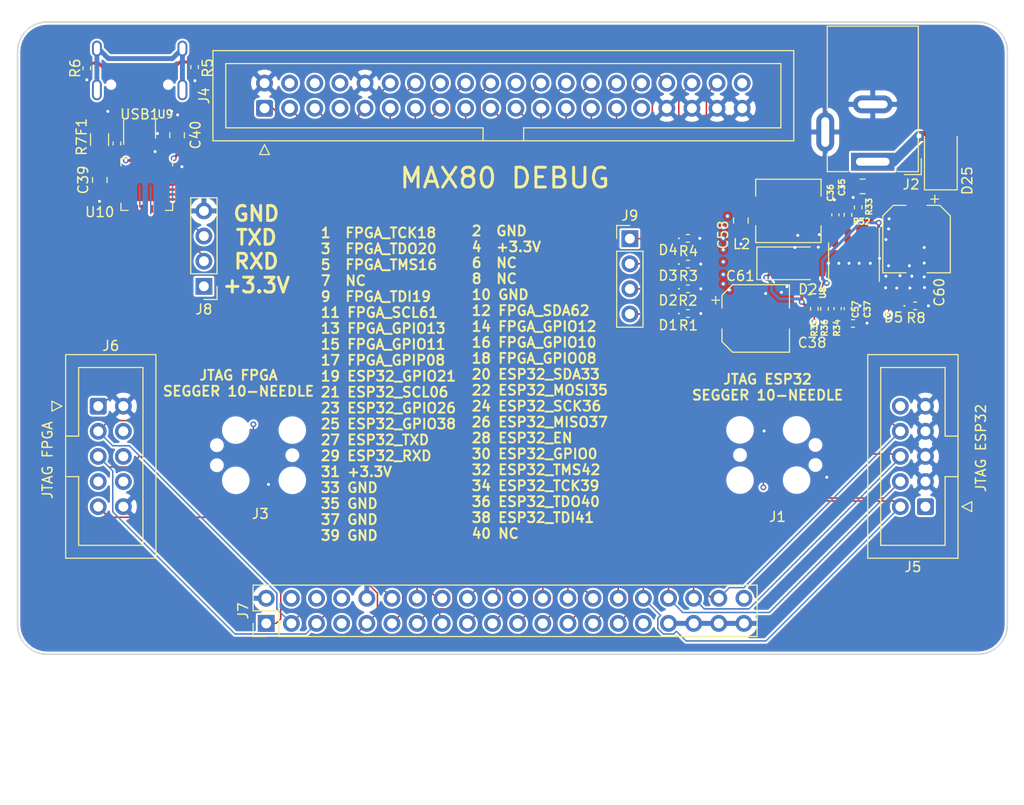
<source format=kicad_pcb>
(kicad_pcb (version 20171130) (host pcbnew 5.1.9-73d0e3b20d~88~ubuntu20.04.1)

  (general
    (thickness 1.6)
    (drawings 16)
    (tracks 578)
    (zones 0)
    (modules 45)
    (nets 104)
  )

  (page A4)
  (title_block
    (title MAX80)
    (date 2021-01-31)
    (rev 0.01)
    (company "No name")
  )

  (layers
    (0 F.Cu signal)
    (1 In1.Cu signal)
    (2 In2.Cu signal)
    (31 B.Cu signal)
    (32 B.Adhes user)
    (33 F.Adhes user)
    (34 B.Paste user)
    (35 F.Paste user)
    (36 B.SilkS user)
    (37 F.SilkS user)
    (38 B.Mask user)
    (39 F.Mask user)
    (40 Dwgs.User user)
    (41 Cmts.User user)
    (42 Eco1.User user)
    (43 Eco2.User user)
    (44 Edge.Cuts user)
    (45 Margin user)
    (46 B.CrtYd user)
    (47 F.CrtYd user)
    (48 B.Fab user)
    (49 F.Fab user)
  )

  (setup
    (last_trace_width 0.15)
    (user_trace_width 0.3)
    (user_trace_width 0.5)
    (trace_clearance 0.15)
    (zone_clearance 0.2)
    (zone_45_only no)
    (trace_min 0.15)
    (via_size 0.6)
    (via_drill 0.3)
    (via_min_size 0.6)
    (via_min_drill 0.3)
    (uvia_size 0.3)
    (uvia_drill 0.1)
    (uvias_allowed no)
    (uvia_min_size 0.2)
    (uvia_min_drill 0.1)
    (edge_width 0.15)
    (segment_width 0.3)
    (pcb_text_width 0.3)
    (pcb_text_size 1.5 1.5)
    (mod_edge_width 0.15)
    (mod_text_size 1 1)
    (mod_text_width 0.15)
    (pad_size 2.6 1.6)
    (pad_drill 0)
    (pad_to_mask_clearance 0.15)
    (aux_axis_origin 0 0)
    (grid_origin 86.275 147.925)
    (visible_elements FFFFFF7F)
    (pcbplotparams
      (layerselection 0x00030_80000001)
      (usegerberextensions false)
      (usegerberattributes true)
      (usegerberadvancedattributes true)
      (creategerberjobfile true)
      (excludeedgelayer true)
      (linewidth 0.100000)
      (plotframeref false)
      (viasonmask false)
      (mode 1)
      (useauxorigin false)
      (hpglpennumber 1)
      (hpglpenspeed 20)
      (hpglpendiameter 15.000000)
      (psnegative false)
      (psa4output false)
      (plotreference true)
      (plotvalue true)
      (plotinvisibletext false)
      (padsonsilk false)
      (subtractmaskfromsilk false)
      (outputformat 1)
      (mirror false)
      (drillshape 0)
      (scaleselection 1)
      (outputdirectory "/home/one/pcb/max10_breakout/"))
  )

  (net 0 "")
  (net 1 GND)
  (net 2 +5V)
  (net 3 "Net-(F1-Pad2)")
  (net 4 "Net-(R5-Pad2)")
  (net 5 "Net-(R6-Pad2)")
  (net 6 "Net-(R7-Pad1)")
  (net 7 "Net-(U10-Pad5)")
  (net 8 "Net-(U10-Pad4)")
  (net 9 "Net-(U9-Pad4)")
  (net 10 "Net-(U9-Pad6)")
  (net 11 "Net-(U10-Pad1)")
  (net 12 "Net-(U10-Pad2)")
  (net 13 "Net-(U10-Pad10)")
  (net 14 "Net-(U10-Pad11)")
  (net 15 "Net-(U10-Pad12)")
  (net 16 "Net-(U10-Pad13)")
  (net 17 "Net-(U10-Pad14)")
  (net 18 "Net-(U10-Pad15)")
  (net 19 "Net-(U10-Pad16)")
  (net 20 "Net-(U10-Pad17)")
  (net 21 "Net-(U10-Pad18)")
  (net 22 "Net-(U10-Pad19)")
  (net 23 "Net-(U10-Pad20)")
  (net 24 "Net-(U10-Pad21)")
  (net 25 "Net-(U10-Pad22)")
  (net 26 "Net-(U10-Pad23)")
  (net 27 "Net-(U10-Pad27)")
  (net 28 "Net-(USB1-Pad13)")
  (net 29 "Net-(USB1-Pad8)")
  (net 30 "Net-(USB1-Pad5)")
  (net 31 "Net-(USB1-Pad9)")
  (net 32 "Net-(USB1-Pad3)")
  (net 33 "Net-(U10-Pad24)")
  (net 34 "Net-(U10-Pad28)")
  (net 35 /SD_DAT1)
  (net 36 /SD_CLK)
  (net 37 /SD_DAT0)
  (net 38 "Net-(J4-Pad40)")
  (net 39 "Net-(J4-Pad8)")
  (net 40 "Net-(J4-Pad6)")
  (net 41 "Net-(J4-Pad7)")
  (net 42 FPGA_TDI)
  (net 43 FPGA_TMS)
  (net 44 FPGA_TDO)
  (net 45 FPGA_TCK)
  (net 46 ESP32_TDO)
  (net 47 ESP32_TCK)
  (net 48 ESP32_TMS)
  (net 49 ESP32_IO0)
  (net 50 ESP32_RXD)
  (net 51 ESP32_TXD)
  (net 52 ESP32_EN)
  (net 53 /ESP32/USB_D-)
  (net 54 ESP32_TDI)
  (net 55 "Net-(D1-Pad2)")
  (net 56 "Net-(D1-Pad1)")
  (net 57 "Net-(D2-Pad2)")
  (net 58 "Net-(D2-Pad1)")
  (net 59 "Net-(D3-Pad2)")
  (net 60 "Net-(D3-Pad1)")
  (net 61 ESP32_SCL)
  (net 62 ESP32_SDA)
  (net 63 ESP32_CS2)
  (net 64 ESP32_CS0)
  (net 65 ESP32_MISO)
  (net 66 ESP32_SCK)
  (net 67 ESP32_MOSI)
  (net 68 ESP32_CS1)
  (net 69 FPGA_GPIO3)
  (net 70 FPGA_GPIO2)
  (net 71 FPGA_GPIO1)
  (net 72 FPGA_GPIO0)
  (net 73 FPGA_GPIO5)
  (net 74 FPGA_GPIO4)
  (net 75 "Net-(C36-Pad1)")
  (net 76 "Net-(C37-Pad2)")
  (net 77 "Net-(C37-Pad1)")
  (net 78 "Net-(C38-Pad2)")
  (net 79 "Net-(R32-Pad2)")
  (net 80 "Net-(R35-Pad2)")
  (net 81 "Net-(C38-Pad1)")
  (net 82 "Net-(C35-Pad1)")
  (net 83 +3V3)
  (net 84 FPGA_I2C_SDA)
  (net 85 FPGA_I2C_SCL)
  (net 86 "Net-(J1-Pad10)")
  (net 87 "Net-(J3-Pad6)")
  (net 88 "Net-(J3-Pad7)")
  (net 89 "Net-(J3-Pad8)")
  (net 90 "Net-(J5-Pad10)")
  (net 91 "Net-(J6-Pad8)")
  (net 92 "Net-(J6-Pad6)")
  (net 93 "Net-(J6-Pad7)")
  (net 94 "Net-(J7-Pad40)")
  (net 95 "Net-(J7-Pad8)")
  (net 96 "Net-(J7-Pad7)")
  (net 97 "Net-(J7-Pad6)")
  (net 98 /USB/RX0)
  (net 99 /USB/TX0)
  (net 100 "Net-(D4-Pad2)")
  (net 101 "Net-(D4-Pad1)")
  (net 102 "Net-(D5-Pad1)")
  (net 103 "Net-(C39-Pad2)")

  (net_class Default "This is the default net class."
    (clearance 0.15)
    (trace_width 0.15)
    (via_dia 0.6)
    (via_drill 0.3)
    (uvia_dia 0.3)
    (uvia_drill 0.1)
    (add_net +3V3)
    (add_net +5V)
    (add_net /ESP32/USB_D-)
    (add_net /SD_CLK)
    (add_net /SD_DAT0)
    (add_net /SD_DAT1)
    (add_net /USB/RX0)
    (add_net /USB/TX0)
    (add_net ESP32_CS0)
    (add_net ESP32_CS1)
    (add_net ESP32_CS2)
    (add_net ESP32_EN)
    (add_net ESP32_IO0)
    (add_net ESP32_MISO)
    (add_net ESP32_MOSI)
    (add_net ESP32_RXD)
    (add_net ESP32_SCK)
    (add_net ESP32_SCL)
    (add_net ESP32_SDA)
    (add_net ESP32_TCK)
    (add_net ESP32_TDI)
    (add_net ESP32_TDO)
    (add_net ESP32_TMS)
    (add_net ESP32_TXD)
    (add_net FPGA_GPIO0)
    (add_net FPGA_GPIO1)
    (add_net FPGA_GPIO2)
    (add_net FPGA_GPIO3)
    (add_net FPGA_GPIO4)
    (add_net FPGA_GPIO5)
    (add_net FPGA_I2C_SCL)
    (add_net FPGA_I2C_SDA)
    (add_net FPGA_TCK)
    (add_net FPGA_TDI)
    (add_net FPGA_TDO)
    (add_net FPGA_TMS)
    (add_net GND)
    (add_net "Net-(C35-Pad1)")
    (add_net "Net-(C36-Pad1)")
    (add_net "Net-(C37-Pad1)")
    (add_net "Net-(C37-Pad2)")
    (add_net "Net-(C38-Pad1)")
    (add_net "Net-(C38-Pad2)")
    (add_net "Net-(C39-Pad2)")
    (add_net "Net-(D1-Pad1)")
    (add_net "Net-(D1-Pad2)")
    (add_net "Net-(D2-Pad1)")
    (add_net "Net-(D2-Pad2)")
    (add_net "Net-(D3-Pad1)")
    (add_net "Net-(D3-Pad2)")
    (add_net "Net-(D4-Pad1)")
    (add_net "Net-(D4-Pad2)")
    (add_net "Net-(D5-Pad1)")
    (add_net "Net-(F1-Pad2)")
    (add_net "Net-(J1-Pad10)")
    (add_net "Net-(J3-Pad6)")
    (add_net "Net-(J3-Pad7)")
    (add_net "Net-(J3-Pad8)")
    (add_net "Net-(J4-Pad40)")
    (add_net "Net-(J4-Pad6)")
    (add_net "Net-(J4-Pad7)")
    (add_net "Net-(J4-Pad8)")
    (add_net "Net-(J5-Pad10)")
    (add_net "Net-(J6-Pad6)")
    (add_net "Net-(J6-Pad7)")
    (add_net "Net-(J6-Pad8)")
    (add_net "Net-(J7-Pad40)")
    (add_net "Net-(J7-Pad6)")
    (add_net "Net-(J7-Pad7)")
    (add_net "Net-(J7-Pad8)")
    (add_net "Net-(R32-Pad2)")
    (add_net "Net-(R35-Pad2)")
    (add_net "Net-(R5-Pad2)")
    (add_net "Net-(R6-Pad2)")
    (add_net "Net-(R7-Pad1)")
    (add_net "Net-(U10-Pad1)")
    (add_net "Net-(U10-Pad10)")
    (add_net "Net-(U10-Pad11)")
    (add_net "Net-(U10-Pad12)")
    (add_net "Net-(U10-Pad13)")
    (add_net "Net-(U10-Pad14)")
    (add_net "Net-(U10-Pad15)")
    (add_net "Net-(U10-Pad16)")
    (add_net "Net-(U10-Pad17)")
    (add_net "Net-(U10-Pad18)")
    (add_net "Net-(U10-Pad19)")
    (add_net "Net-(U10-Pad2)")
    (add_net "Net-(U10-Pad20)")
    (add_net "Net-(U10-Pad21)")
    (add_net "Net-(U10-Pad22)")
    (add_net "Net-(U10-Pad23)")
    (add_net "Net-(U10-Pad24)")
    (add_net "Net-(U10-Pad27)")
    (add_net "Net-(U10-Pad28)")
    (add_net "Net-(U10-Pad4)")
    (add_net "Net-(U10-Pad5)")
    (add_net "Net-(U9-Pad4)")
    (add_net "Net-(U9-Pad6)")
    (add_net "Net-(USB1-Pad13)")
    (add_net "Net-(USB1-Pad3)")
    (add_net "Net-(USB1-Pad5)")
    (add_net "Net-(USB1-Pad8)")
    (add_net "Net-(USB1-Pad9)")
  )

  (module max80_debug:HRO-TYPE-C-31-M-12 (layer F.Cu) (tedit 601C1DD9) (tstamp 6025F6ED)
    (at 64.8361 101.0886 180)
    (path /601569F0/6114CF45)
    (attr smd)
    (fp_text reference USB1 (at 0 -9.25) (layer F.SilkS)
      (effects (font (size 1 1) (thickness 0.15)))
    )
    (fp_text value HRO-TYPE-C-31-M-12 (at 0 1.15) (layer Dwgs.User)
      (effects (font (size 1 1) (thickness 0.15)))
    )
    (fp_line (start -4.47 -7.3) (end 4.47 -7.3) (layer Dwgs.User) (width 0.15))
    (fp_line (start 4.47 0) (end 4.47 -7.3) (layer Dwgs.User) (width 0.15))
    (fp_line (start -4.47 0) (end -4.47 -7.3) (layer Dwgs.User) (width 0.15))
    (fp_line (start -4.47 0) (end 4.47 0) (layer Dwgs.User) (width 0.15))
    (pad 12 smd rect (at 3.225 -7.695 180) (size 0.6 1.45) (layers F.Cu F.Paste F.Mask)
      (net 1 GND))
    (pad 1 smd rect (at -3.225 -7.695 180) (size 0.6 1.45) (layers F.Cu F.Paste F.Mask)
      (net 1 GND))
    (pad 11 smd rect (at 2.45 -7.695 180) (size 0.6 1.45) (layers F.Cu F.Paste F.Mask)
      (net 3 "Net-(F1-Pad2)"))
    (pad 2 smd rect (at -2.45 -7.695 180) (size 0.6 1.45) (layers F.Cu F.Paste F.Mask)
      (net 3 "Net-(F1-Pad2)"))
    (pad 3 smd rect (at -1.75 -7.695 180) (size 0.3 1.45) (layers F.Cu F.Paste F.Mask)
      (net 32 "Net-(USB1-Pad3)"))
    (pad 10 smd rect (at 1.75 -7.695 180) (size 0.3 1.45) (layers F.Cu F.Paste F.Mask)
      (net 5 "Net-(R6-Pad2)"))
    (pad 4 smd rect (at -1.25 -7.695 180) (size 0.3 1.45) (layers F.Cu F.Paste F.Mask)
      (net 4 "Net-(R5-Pad2)"))
    (pad 9 smd rect (at 1.25 -7.695 180) (size 0.3 1.45) (layers F.Cu F.Paste F.Mask)
      (net 31 "Net-(USB1-Pad9)"))
    (pad 5 smd rect (at -0.75 -7.695 180) (size 0.3 1.45) (layers F.Cu F.Paste F.Mask)
      (net 30 "Net-(USB1-Pad5)"))
    (pad 8 smd rect (at 0.75 -7.695 180) (size 0.3 1.45) (layers F.Cu F.Paste F.Mask)
      (net 29 "Net-(USB1-Pad8)"))
    (pad 7 smd rect (at 0.25 -7.695 180) (size 0.3 1.45) (layers F.Cu F.Paste F.Mask)
      (net 10 "Net-(U9-Pad6)"))
    (pad 6 smd rect (at -0.25 -7.695 180) (size 0.3 1.45) (layers F.Cu F.Paste F.Mask)
      (net 9 "Net-(U9-Pad4)"))
    (pad "" np_thru_hole circle (at 2.89 -6.25 180) (size 0.65 0.65) (drill 0.65) (layers *.Cu *.Mask))
    (pad "" np_thru_hole circle (at -2.89 -6.25 180) (size 0.65 0.65) (drill 0.65) (layers *.Cu *.Mask))
    (pad 13 thru_hole oval (at -4.32 -6.78 180) (size 1 2.1) (drill oval 0.6 1.7) (layers *.Cu *.Mask)
      (net 28 "Net-(USB1-Pad13)"))
    (pad 13 thru_hole oval (at 4.32 -6.78 180) (size 1 2.1) (drill oval 0.6 1.7) (layers *.Cu *.Mask)
      (net 28 "Net-(USB1-Pad13)"))
    (pad 13 thru_hole oval (at -4.32 -2.6 180) (size 1 1.6) (drill oval 0.6 1.2) (layers *.Cu *.Mask)
      (net 28 "Net-(USB1-Pad13)"))
    (pad 13 thru_hole oval (at 4.32 -2.6 180) (size 1 1.6) (drill oval 0.6 1.2) (layers *.Cu *.Mask)
      (net 28 "Net-(USB1-Pad13)"))
    (model "3d-models/HRO  TYPE-C-31-M-12.step"
      (offset (xyz -4.5 0 0))
      (scale (xyz 1 1 1))
      (rotate (xyz 90 180 180))
    )
  )

  (module Resistor_SMD:R_0402_1005Metric (layer F.Cu) (tedit 5F68FEEE) (tstamp 60208467)
    (at 143.185 129.7)
    (descr "Resistor SMD 0402 (1005 Metric), square (rectangular) end terminal, IPC_7351 nominal, (Body size source: IPC-SM-782 page 72, https://www.pcb-3d.com/wordpress/wp-content/uploads/ipc-sm-782a_amendment_1_and_2.pdf), generated with kicad-footprint-generator")
    (tags resistor)
    (path /6013A59C/602E463F)
    (attr smd)
    (fp_text reference R8 (at 0.09 1.225) (layer F.SilkS)
      (effects (font (size 1 1) (thickness 0.15)))
    )
    (fp_text value 1k (at 0 1.17) (layer F.Fab)
      (effects (font (size 1 1) (thickness 0.15)))
    )
    (fp_line (start -0.525 0.27) (end -0.525 -0.27) (layer F.Fab) (width 0.1))
    (fp_line (start -0.525 -0.27) (end 0.525 -0.27) (layer F.Fab) (width 0.1))
    (fp_line (start 0.525 -0.27) (end 0.525 0.27) (layer F.Fab) (width 0.1))
    (fp_line (start 0.525 0.27) (end -0.525 0.27) (layer F.Fab) (width 0.1))
    (fp_line (start -0.153641 -0.38) (end 0.153641 -0.38) (layer F.SilkS) (width 0.12))
    (fp_line (start -0.153641 0.38) (end 0.153641 0.38) (layer F.SilkS) (width 0.12))
    (fp_line (start -0.93 0.47) (end -0.93 -0.47) (layer F.CrtYd) (width 0.05))
    (fp_line (start -0.93 -0.47) (end 0.93 -0.47) (layer F.CrtYd) (width 0.05))
    (fp_line (start 0.93 -0.47) (end 0.93 0.47) (layer F.CrtYd) (width 0.05))
    (fp_line (start 0.93 0.47) (end -0.93 0.47) (layer F.CrtYd) (width 0.05))
    (fp_text user %R (at 0 0) (layer F.Fab)
      (effects (font (size 0.26 0.26) (thickness 0.04)))
    )
    (pad 2 smd roundrect (at 0.51 0) (size 0.54 0.64) (layers F.Cu F.Paste F.Mask) (roundrect_rratio 0.25)
      (net 1 GND))
    (pad 1 smd roundrect (at -0.51 0) (size 0.54 0.64) (layers F.Cu F.Paste F.Mask) (roundrect_rratio 0.25)
      (net 102 "Net-(D5-Pad1)"))
    (model ${KISYS3DMOD}/Resistor_SMD.3dshapes/R_0402_1005Metric.wrl
      (at (xyz 0 0 0))
      (scale (xyz 1 1 1))
      (rotate (xyz 0 0 0))
    )
  )

  (module Resistor_SMD:R_0402_1005Metric (layer F.Cu) (tedit 5F68FEEE) (tstamp 6020709D)
    (at 120.225 122.875)
    (descr "Resistor SMD 0402 (1005 Metric), square (rectangular) end terminal, IPC_7351 nominal, (Body size source: IPC-SM-782 page 72, https://www.pcb-3d.com/wordpress/wp-content/uploads/ipc-sm-782a_amendment_1_and_2.pdf), generated with kicad-footprint-generator")
    (tags resistor)
    (path /602DEDEB)
    (attr smd)
    (fp_text reference R4 (at 0.05 1.3) (layer F.SilkS)
      (effects (font (size 1 1) (thickness 0.15)))
    )
    (fp_text value 1k (at 0 1.17) (layer F.Fab)
      (effects (font (size 1 1) (thickness 0.15)))
    )
    (fp_line (start -0.525 0.27) (end -0.525 -0.27) (layer F.Fab) (width 0.1))
    (fp_line (start -0.525 -0.27) (end 0.525 -0.27) (layer F.Fab) (width 0.1))
    (fp_line (start 0.525 -0.27) (end 0.525 0.27) (layer F.Fab) (width 0.1))
    (fp_line (start 0.525 0.27) (end -0.525 0.27) (layer F.Fab) (width 0.1))
    (fp_line (start -0.153641 -0.38) (end 0.153641 -0.38) (layer F.SilkS) (width 0.12))
    (fp_line (start -0.153641 0.38) (end 0.153641 0.38) (layer F.SilkS) (width 0.12))
    (fp_line (start -0.93 0.47) (end -0.93 -0.47) (layer F.CrtYd) (width 0.05))
    (fp_line (start -0.93 -0.47) (end 0.93 -0.47) (layer F.CrtYd) (width 0.05))
    (fp_line (start 0.93 -0.47) (end 0.93 0.47) (layer F.CrtYd) (width 0.05))
    (fp_line (start 0.93 0.47) (end -0.93 0.47) (layer F.CrtYd) (width 0.05))
    (fp_text user %R (at 0 0) (layer F.Fab)
      (effects (font (size 0.26 0.26) (thickness 0.04)))
    )
    (pad 2 smd roundrect (at 0.51 0) (size 0.54 0.64) (layers F.Cu F.Paste F.Mask) (roundrect_rratio 0.25)
      (net 1 GND))
    (pad 1 smd roundrect (at -0.51 0) (size 0.54 0.64) (layers F.Cu F.Paste F.Mask) (roundrect_rratio 0.25)
      (net 101 "Net-(D4-Pad1)"))
    (model ${KISYS3DMOD}/Resistor_SMD.3dshapes/R_0402_1005Metric.wrl
      (at (xyz 0 0 0))
      (scale (xyz 1 1 1))
      (rotate (xyz 0 0 0))
    )
  )

  (module Resistor_SMD:R_0402_1005Metric (layer F.Cu) (tedit 5F68FEEE) (tstamp 6020708C)
    (at 120.225 125.475)
    (descr "Resistor SMD 0402 (1005 Metric), square (rectangular) end terminal, IPC_7351 nominal, (Body size source: IPC-SM-782 page 72, https://www.pcb-3d.com/wordpress/wp-content/uploads/ipc-sm-782a_amendment_1_and_2.pdf), generated with kicad-footprint-generator")
    (tags resistor)
    (path /602DA936)
    (attr smd)
    (fp_text reference R3 (at 0.05 1.2) (layer F.SilkS)
      (effects (font (size 1 1) (thickness 0.15)))
    )
    (fp_text value 1k (at 0 1.17) (layer F.Fab)
      (effects (font (size 1 1) (thickness 0.15)))
    )
    (fp_line (start -0.525 0.27) (end -0.525 -0.27) (layer F.Fab) (width 0.1))
    (fp_line (start -0.525 -0.27) (end 0.525 -0.27) (layer F.Fab) (width 0.1))
    (fp_line (start 0.525 -0.27) (end 0.525 0.27) (layer F.Fab) (width 0.1))
    (fp_line (start 0.525 0.27) (end -0.525 0.27) (layer F.Fab) (width 0.1))
    (fp_line (start -0.153641 -0.38) (end 0.153641 -0.38) (layer F.SilkS) (width 0.12))
    (fp_line (start -0.153641 0.38) (end 0.153641 0.38) (layer F.SilkS) (width 0.12))
    (fp_line (start -0.93 0.47) (end -0.93 -0.47) (layer F.CrtYd) (width 0.05))
    (fp_line (start -0.93 -0.47) (end 0.93 -0.47) (layer F.CrtYd) (width 0.05))
    (fp_line (start 0.93 -0.47) (end 0.93 0.47) (layer F.CrtYd) (width 0.05))
    (fp_line (start 0.93 0.47) (end -0.93 0.47) (layer F.CrtYd) (width 0.05))
    (fp_text user %R (at 0 0) (layer F.Fab)
      (effects (font (size 0.26 0.26) (thickness 0.04)))
    )
    (pad 2 smd roundrect (at 0.51 0) (size 0.54 0.64) (layers F.Cu F.Paste F.Mask) (roundrect_rratio 0.25)
      (net 1 GND))
    (pad 1 smd roundrect (at -0.51 0) (size 0.54 0.64) (layers F.Cu F.Paste F.Mask) (roundrect_rratio 0.25)
      (net 60 "Net-(D3-Pad1)"))
    (model ${KISYS3DMOD}/Resistor_SMD.3dshapes/R_0402_1005Metric.wrl
      (at (xyz 0 0 0))
      (scale (xyz 1 1 1))
      (rotate (xyz 0 0 0))
    )
  )

  (module Resistor_SMD:R_0402_1005Metric (layer F.Cu) (tedit 5F68FEEE) (tstamp 6020707B)
    (at 120.225 127.975)
    (descr "Resistor SMD 0402 (1005 Metric), square (rectangular) end terminal, IPC_7351 nominal, (Body size source: IPC-SM-782 page 72, https://www.pcb-3d.com/wordpress/wp-content/uploads/ipc-sm-782a_amendment_1_and_2.pdf), generated with kicad-footprint-generator")
    (tags resistor)
    (path /602D41A3)
    (attr smd)
    (fp_text reference R2 (at 0 1.2) (layer F.SilkS)
      (effects (font (size 1 1) (thickness 0.15)))
    )
    (fp_text value 1k (at 0 1.17) (layer F.Fab)
      (effects (font (size 1 1) (thickness 0.15)))
    )
    (fp_line (start -0.525 0.27) (end -0.525 -0.27) (layer F.Fab) (width 0.1))
    (fp_line (start -0.525 -0.27) (end 0.525 -0.27) (layer F.Fab) (width 0.1))
    (fp_line (start 0.525 -0.27) (end 0.525 0.27) (layer F.Fab) (width 0.1))
    (fp_line (start 0.525 0.27) (end -0.525 0.27) (layer F.Fab) (width 0.1))
    (fp_line (start -0.153641 -0.38) (end 0.153641 -0.38) (layer F.SilkS) (width 0.12))
    (fp_line (start -0.153641 0.38) (end 0.153641 0.38) (layer F.SilkS) (width 0.12))
    (fp_line (start -0.93 0.47) (end -0.93 -0.47) (layer F.CrtYd) (width 0.05))
    (fp_line (start -0.93 -0.47) (end 0.93 -0.47) (layer F.CrtYd) (width 0.05))
    (fp_line (start 0.93 -0.47) (end 0.93 0.47) (layer F.CrtYd) (width 0.05))
    (fp_line (start 0.93 0.47) (end -0.93 0.47) (layer F.CrtYd) (width 0.05))
    (fp_text user %R (at 0 0) (layer F.Fab)
      (effects (font (size 0.26 0.26) (thickness 0.04)))
    )
    (pad 2 smd roundrect (at 0.51 0) (size 0.54 0.64) (layers F.Cu F.Paste F.Mask) (roundrect_rratio 0.25)
      (net 1 GND))
    (pad 1 smd roundrect (at -0.51 0) (size 0.54 0.64) (layers F.Cu F.Paste F.Mask) (roundrect_rratio 0.25)
      (net 58 "Net-(D2-Pad1)"))
    (model ${KISYS3DMOD}/Resistor_SMD.3dshapes/R_0402_1005Metric.wrl
      (at (xyz 0 0 0))
      (scale (xyz 1 1 1))
      (rotate (xyz 0 0 0))
    )
  )

  (module Resistor_SMD:R_0402_1005Metric (layer F.Cu) (tedit 5F68FEEE) (tstamp 6020706A)
    (at 120.225 130.475)
    (descr "Resistor SMD 0402 (1005 Metric), square (rectangular) end terminal, IPC_7351 nominal, (Body size source: IPC-SM-782 page 72, https://www.pcb-3d.com/wordpress/wp-content/uploads/ipc-sm-782a_amendment_1_and_2.pdf), generated with kicad-footprint-generator")
    (tags resistor)
    (path /602C3FE2)
    (attr smd)
    (fp_text reference R1 (at 0.05 1.2) (layer F.SilkS)
      (effects (font (size 1 1) (thickness 0.15)))
    )
    (fp_text value 1k (at 0 1.17) (layer F.Fab)
      (effects (font (size 1 1) (thickness 0.15)))
    )
    (fp_line (start -0.525 0.27) (end -0.525 -0.27) (layer F.Fab) (width 0.1))
    (fp_line (start -0.525 -0.27) (end 0.525 -0.27) (layer F.Fab) (width 0.1))
    (fp_line (start 0.525 -0.27) (end 0.525 0.27) (layer F.Fab) (width 0.1))
    (fp_line (start 0.525 0.27) (end -0.525 0.27) (layer F.Fab) (width 0.1))
    (fp_line (start -0.153641 -0.38) (end 0.153641 -0.38) (layer F.SilkS) (width 0.12))
    (fp_line (start -0.153641 0.38) (end 0.153641 0.38) (layer F.SilkS) (width 0.12))
    (fp_line (start -0.93 0.47) (end -0.93 -0.47) (layer F.CrtYd) (width 0.05))
    (fp_line (start -0.93 -0.47) (end 0.93 -0.47) (layer F.CrtYd) (width 0.05))
    (fp_line (start 0.93 -0.47) (end 0.93 0.47) (layer F.CrtYd) (width 0.05))
    (fp_line (start 0.93 0.47) (end -0.93 0.47) (layer F.CrtYd) (width 0.05))
    (fp_text user %R (at 0 0) (layer F.Fab)
      (effects (font (size 0.26 0.26) (thickness 0.04)))
    )
    (pad 2 smd roundrect (at 0.51 0) (size 0.54 0.64) (layers F.Cu F.Paste F.Mask) (roundrect_rratio 0.25)
      (net 1 GND))
    (pad 1 smd roundrect (at -0.51 0) (size 0.54 0.64) (layers F.Cu F.Paste F.Mask) (roundrect_rratio 0.25)
      (net 56 "Net-(D1-Pad1)"))
    (model ${KISYS3DMOD}/Resistor_SMD.3dshapes/R_0402_1005Metric.wrl
      (at (xyz 0 0 0))
      (scale (xyz 1 1 1))
      (rotate (xyz 0 0 0))
    )
  )

  (module Connector_PinHeader_2.54mm:PinHeader_1x04_P2.54mm_Vertical (layer F.Cu) (tedit 59FED5CC) (tstamp 60207029)
    (at 114.36 122.905)
    (descr "Through hole straight pin header, 1x04, 2.54mm pitch, single row")
    (tags "Through hole pin header THT 1x04 2.54mm single row")
    (path /602E8CEB)
    (fp_text reference J9 (at 0 -2.33) (layer F.SilkS)
      (effects (font (size 1 1) (thickness 0.15)))
    )
    (fp_text value Conn_01x04_Male (at 0 9.95) (layer F.Fab)
      (effects (font (size 1 1) (thickness 0.15)))
    )
    (fp_line (start -0.635 -1.27) (end 1.27 -1.27) (layer F.Fab) (width 0.1))
    (fp_line (start 1.27 -1.27) (end 1.27 8.89) (layer F.Fab) (width 0.1))
    (fp_line (start 1.27 8.89) (end -1.27 8.89) (layer F.Fab) (width 0.1))
    (fp_line (start -1.27 8.89) (end -1.27 -0.635) (layer F.Fab) (width 0.1))
    (fp_line (start -1.27 -0.635) (end -0.635 -1.27) (layer F.Fab) (width 0.1))
    (fp_line (start -1.33 8.95) (end 1.33 8.95) (layer F.SilkS) (width 0.12))
    (fp_line (start -1.33 1.27) (end -1.33 8.95) (layer F.SilkS) (width 0.12))
    (fp_line (start 1.33 1.27) (end 1.33 8.95) (layer F.SilkS) (width 0.12))
    (fp_line (start -1.33 1.27) (end 1.33 1.27) (layer F.SilkS) (width 0.12))
    (fp_line (start -1.33 0) (end -1.33 -1.33) (layer F.SilkS) (width 0.12))
    (fp_line (start -1.33 -1.33) (end 0 -1.33) (layer F.SilkS) (width 0.12))
    (fp_line (start -1.8 -1.8) (end -1.8 9.4) (layer F.CrtYd) (width 0.05))
    (fp_line (start -1.8 9.4) (end 1.8 9.4) (layer F.CrtYd) (width 0.05))
    (fp_line (start 1.8 9.4) (end 1.8 -1.8) (layer F.CrtYd) (width 0.05))
    (fp_line (start 1.8 -1.8) (end -1.8 -1.8) (layer F.CrtYd) (width 0.05))
    (fp_text user %R (at 0 3.81 90) (layer F.Fab)
      (effects (font (size 1 1) (thickness 0.15)))
    )
    (pad 4 thru_hole oval (at 0 7.62) (size 1.7 1.7) (drill 1) (layers *.Cu *.Mask)
      (net 55 "Net-(D1-Pad2)"))
    (pad 3 thru_hole oval (at 0 5.08) (size 1.7 1.7) (drill 1) (layers *.Cu *.Mask)
      (net 57 "Net-(D2-Pad2)"))
    (pad 2 thru_hole oval (at 0 2.54) (size 1.7 1.7) (drill 1) (layers *.Cu *.Mask)
      (net 59 "Net-(D3-Pad2)"))
    (pad 1 thru_hole rect (at 0 0) (size 1.7 1.7) (drill 1) (layers *.Cu *.Mask)
      (net 100 "Net-(D4-Pad2)"))
    (model ${KISYS3DMOD}/Connector_PinHeader_2.54mm.3dshapes/PinHeader_1x04_P2.54mm_Vertical.wrl
      (at (xyz 0 0 0))
      (scale (xyz 1 1 1))
      (rotate (xyz 0 0 0))
    )
  )

  (module LED_SMD:LED_0402_1005Metric (layer F.Cu) (tedit 5F68FEF1) (tstamp 60206CF5)
    (at 141 129.7 180)
    (descr "LED SMD 0402 (1005 Metric), square (rectangular) end terminal, IPC_7351 nominal, (Body size source: http://www.tortai-tech.com/upload/download/2011102023233369053.pdf), generated with kicad-footprint-generator")
    (tags LED)
    (path /6013A59C/602E34B2)
    (attr smd)
    (fp_text reference D5 (at 0 -1.17) (layer F.SilkS)
      (effects (font (size 1 1) (thickness 0.15)))
    )
    (fp_text value LED (at 0 1.17) (layer F.Fab)
      (effects (font (size 1 1) (thickness 0.15)))
    )
    (fp_circle (center -1.09 0) (end -1.04 0) (layer F.SilkS) (width 0.1))
    (fp_line (start -0.5 0.25) (end -0.5 -0.25) (layer F.Fab) (width 0.1))
    (fp_line (start -0.5 -0.25) (end 0.5 -0.25) (layer F.Fab) (width 0.1))
    (fp_line (start 0.5 -0.25) (end 0.5 0.25) (layer F.Fab) (width 0.1))
    (fp_line (start 0.5 0.25) (end -0.5 0.25) (layer F.Fab) (width 0.1))
    (fp_line (start -0.4 0.25) (end -0.4 -0.25) (layer F.Fab) (width 0.1))
    (fp_line (start -0.3 0.25) (end -0.3 -0.25) (layer F.Fab) (width 0.1))
    (fp_line (start -0.93 0.47) (end -0.93 -0.47) (layer F.CrtYd) (width 0.05))
    (fp_line (start -0.93 -0.47) (end 0.93 -0.47) (layer F.CrtYd) (width 0.05))
    (fp_line (start 0.93 -0.47) (end 0.93 0.47) (layer F.CrtYd) (width 0.05))
    (fp_line (start 0.93 0.47) (end -0.93 0.47) (layer F.CrtYd) (width 0.05))
    (fp_text user %R (at 0 0) (layer F.Fab)
      (effects (font (size 0.25 0.25) (thickness 0.04)))
    )
    (pad 2 smd roundrect (at 0.485 0 180) (size 0.59 0.64) (layers F.Cu F.Paste F.Mask) (roundrect_rratio 0.25)
      (net 83 +3V3))
    (pad 1 smd roundrect (at -0.485 0 180) (size 0.59 0.64) (layers F.Cu F.Paste F.Mask) (roundrect_rratio 0.25)
      (net 102 "Net-(D5-Pad1)"))
    (model ${KISYS3DMOD}/LED_SMD.3dshapes/LED_0402_1005Metric.wrl
      (at (xyz 0 0 0))
      (scale (xyz 1 1 1))
      (rotate (xyz 0 0 0))
    )
  )

  (module LED_SMD:LED_0402_1005Metric (layer F.Cu) (tedit 5F68FEF1) (tstamp 60208756)
    (at 118.225 122.875 180)
    (descr "LED SMD 0402 (1005 Metric), square (rectangular) end terminal, IPC_7351 nominal, (Body size source: http://www.tortai-tech.com/upload/download/2011102023233369053.pdf), generated with kicad-footprint-generator")
    (tags LED)
    (path /602DEC84)
    (attr smd)
    (fp_text reference D4 (at 0 -1.17) (layer F.SilkS)
      (effects (font (size 1 1) (thickness 0.15)))
    )
    (fp_text value LED (at 0 1.17) (layer F.Fab)
      (effects (font (size 1 1) (thickness 0.15)))
    )
    (fp_circle (center -1.09 0) (end -1.04 0) (layer F.SilkS) (width 0.1))
    (fp_line (start -0.5 0.25) (end -0.5 -0.25) (layer F.Fab) (width 0.1))
    (fp_line (start -0.5 -0.25) (end 0.5 -0.25) (layer F.Fab) (width 0.1))
    (fp_line (start 0.5 -0.25) (end 0.5 0.25) (layer F.Fab) (width 0.1))
    (fp_line (start 0.5 0.25) (end -0.5 0.25) (layer F.Fab) (width 0.1))
    (fp_line (start -0.4 0.25) (end -0.4 -0.25) (layer F.Fab) (width 0.1))
    (fp_line (start -0.3 0.25) (end -0.3 -0.25) (layer F.Fab) (width 0.1))
    (fp_line (start -0.93 0.47) (end -0.93 -0.47) (layer F.CrtYd) (width 0.05))
    (fp_line (start -0.93 -0.47) (end 0.93 -0.47) (layer F.CrtYd) (width 0.05))
    (fp_line (start 0.93 -0.47) (end 0.93 0.47) (layer F.CrtYd) (width 0.05))
    (fp_line (start 0.93 0.47) (end -0.93 0.47) (layer F.CrtYd) (width 0.05))
    (fp_text user %R (at 0 0) (layer F.Fab)
      (effects (font (size 0.25 0.25) (thickness 0.04)))
    )
    (pad 2 smd roundrect (at 0.485 0 180) (size 0.59 0.64) (layers F.Cu F.Paste F.Mask) (roundrect_rratio 0.25)
      (net 100 "Net-(D4-Pad2)"))
    (pad 1 smd roundrect (at -0.485 0 180) (size 0.59 0.64) (layers F.Cu F.Paste F.Mask) (roundrect_rratio 0.25)
      (net 101 "Net-(D4-Pad1)"))
    (model ${KISYS3DMOD}/LED_SMD.3dshapes/LED_0402_1005Metric.wrl
      (at (xyz 0 0 0))
      (scale (xyz 1 1 1))
      (rotate (xyz 0 0 0))
    )
  )

  (module LED_SMD:LED_0402_1005Metric (layer F.Cu) (tedit 5F68FEF1) (tstamp 60206CD1)
    (at 118.225 125.475 180)
    (descr "LED SMD 0402 (1005 Metric), square (rectangular) end terminal, IPC_7351 nominal, (Body size source: http://www.tortai-tech.com/upload/download/2011102023233369053.pdf), generated with kicad-footprint-generator")
    (tags LED)
    (path /602DA803)
    (attr smd)
    (fp_text reference D3 (at 0 -1.17) (layer F.SilkS)
      (effects (font (size 1 1) (thickness 0.15)))
    )
    (fp_text value LED (at 0 1.17) (layer F.Fab)
      (effects (font (size 1 1) (thickness 0.15)))
    )
    (fp_circle (center -1.09 0) (end -1.04 0) (layer F.SilkS) (width 0.1))
    (fp_line (start -0.5 0.25) (end -0.5 -0.25) (layer F.Fab) (width 0.1))
    (fp_line (start -0.5 -0.25) (end 0.5 -0.25) (layer F.Fab) (width 0.1))
    (fp_line (start 0.5 -0.25) (end 0.5 0.25) (layer F.Fab) (width 0.1))
    (fp_line (start 0.5 0.25) (end -0.5 0.25) (layer F.Fab) (width 0.1))
    (fp_line (start -0.4 0.25) (end -0.4 -0.25) (layer F.Fab) (width 0.1))
    (fp_line (start -0.3 0.25) (end -0.3 -0.25) (layer F.Fab) (width 0.1))
    (fp_line (start -0.93 0.47) (end -0.93 -0.47) (layer F.CrtYd) (width 0.05))
    (fp_line (start -0.93 -0.47) (end 0.93 -0.47) (layer F.CrtYd) (width 0.05))
    (fp_line (start 0.93 -0.47) (end 0.93 0.47) (layer F.CrtYd) (width 0.05))
    (fp_line (start 0.93 0.47) (end -0.93 0.47) (layer F.CrtYd) (width 0.05))
    (fp_text user %R (at 0 0) (layer F.Fab)
      (effects (font (size 0.25 0.25) (thickness 0.04)))
    )
    (pad 2 smd roundrect (at 0.485 0 180) (size 0.59 0.64) (layers F.Cu F.Paste F.Mask) (roundrect_rratio 0.25)
      (net 59 "Net-(D3-Pad2)"))
    (pad 1 smd roundrect (at -0.485 0 180) (size 0.59 0.64) (layers F.Cu F.Paste F.Mask) (roundrect_rratio 0.25)
      (net 60 "Net-(D3-Pad1)"))
    (model ${KISYS3DMOD}/LED_SMD.3dshapes/LED_0402_1005Metric.wrl
      (at (xyz 0 0 0))
      (scale (xyz 1 1 1))
      (rotate (xyz 0 0 0))
    )
  )

  (module LED_SMD:LED_0402_1005Metric (layer F.Cu) (tedit 5F68FEF1) (tstamp 60206CBF)
    (at 118.225 127.975 180)
    (descr "LED SMD 0402 (1005 Metric), square (rectangular) end terminal, IPC_7351 nominal, (Body size source: http://www.tortai-tech.com/upload/download/2011102023233369053.pdf), generated with kicad-footprint-generator")
    (tags LED)
    (path /602D3F4C)
    (attr smd)
    (fp_text reference D2 (at 0 -1.17) (layer F.SilkS)
      (effects (font (size 1 1) (thickness 0.15)))
    )
    (fp_text value LED (at 0 1.17) (layer F.Fab)
      (effects (font (size 1 1) (thickness 0.15)))
    )
    (fp_circle (center -1.09 0) (end -1.04 0) (layer F.SilkS) (width 0.1))
    (fp_line (start -0.5 0.25) (end -0.5 -0.25) (layer F.Fab) (width 0.1))
    (fp_line (start -0.5 -0.25) (end 0.5 -0.25) (layer F.Fab) (width 0.1))
    (fp_line (start 0.5 -0.25) (end 0.5 0.25) (layer F.Fab) (width 0.1))
    (fp_line (start 0.5 0.25) (end -0.5 0.25) (layer F.Fab) (width 0.1))
    (fp_line (start -0.4 0.25) (end -0.4 -0.25) (layer F.Fab) (width 0.1))
    (fp_line (start -0.3 0.25) (end -0.3 -0.25) (layer F.Fab) (width 0.1))
    (fp_line (start -0.93 0.47) (end -0.93 -0.47) (layer F.CrtYd) (width 0.05))
    (fp_line (start -0.93 -0.47) (end 0.93 -0.47) (layer F.CrtYd) (width 0.05))
    (fp_line (start 0.93 -0.47) (end 0.93 0.47) (layer F.CrtYd) (width 0.05))
    (fp_line (start 0.93 0.47) (end -0.93 0.47) (layer F.CrtYd) (width 0.05))
    (fp_text user %R (at 0 0) (layer F.Fab)
      (effects (font (size 0.25 0.25) (thickness 0.04)))
    )
    (pad 2 smd roundrect (at 0.485 0 180) (size 0.59 0.64) (layers F.Cu F.Paste F.Mask) (roundrect_rratio 0.25)
      (net 57 "Net-(D2-Pad2)"))
    (pad 1 smd roundrect (at -0.485 0 180) (size 0.59 0.64) (layers F.Cu F.Paste F.Mask) (roundrect_rratio 0.25)
      (net 58 "Net-(D2-Pad1)"))
    (model ${KISYS3DMOD}/LED_SMD.3dshapes/LED_0402_1005Metric.wrl
      (at (xyz 0 0 0))
      (scale (xyz 1 1 1))
      (rotate (xyz 0 0 0))
    )
  )

  (module LED_SMD:LED_0402_1005Metric (layer F.Cu) (tedit 5F68FEF1) (tstamp 60206CAD)
    (at 118.225 130.475 180)
    (descr "LED SMD 0402 (1005 Metric), square (rectangular) end terminal, IPC_7351 nominal, (Body size source: http://www.tortai-tech.com/upload/download/2011102023233369053.pdf), generated with kicad-footprint-generator")
    (tags LED)
    (path /602C2BFA)
    (attr smd)
    (fp_text reference D1 (at 0 -1.17) (layer F.SilkS)
      (effects (font (size 1 1) (thickness 0.15)))
    )
    (fp_text value LED (at 0 1.17) (layer F.Fab)
      (effects (font (size 1 1) (thickness 0.15)))
    )
    (fp_circle (center -1.09 0) (end -1.04 0) (layer F.SilkS) (width 0.1))
    (fp_line (start -0.5 0.25) (end -0.5 -0.25) (layer F.Fab) (width 0.1))
    (fp_line (start -0.5 -0.25) (end 0.5 -0.25) (layer F.Fab) (width 0.1))
    (fp_line (start 0.5 -0.25) (end 0.5 0.25) (layer F.Fab) (width 0.1))
    (fp_line (start 0.5 0.25) (end -0.5 0.25) (layer F.Fab) (width 0.1))
    (fp_line (start -0.4 0.25) (end -0.4 -0.25) (layer F.Fab) (width 0.1))
    (fp_line (start -0.3 0.25) (end -0.3 -0.25) (layer F.Fab) (width 0.1))
    (fp_line (start -0.93 0.47) (end -0.93 -0.47) (layer F.CrtYd) (width 0.05))
    (fp_line (start -0.93 -0.47) (end 0.93 -0.47) (layer F.CrtYd) (width 0.05))
    (fp_line (start 0.93 -0.47) (end 0.93 0.47) (layer F.CrtYd) (width 0.05))
    (fp_line (start 0.93 0.47) (end -0.93 0.47) (layer F.CrtYd) (width 0.05))
    (fp_text user %R (at 0 0) (layer F.Fab)
      (effects (font (size 0.25 0.25) (thickness 0.04)))
    )
    (pad 2 smd roundrect (at 0.485 0 180) (size 0.59 0.64) (layers F.Cu F.Paste F.Mask) (roundrect_rratio 0.25)
      (net 55 "Net-(D1-Pad2)"))
    (pad 1 smd roundrect (at -0.485 0 180) (size 0.59 0.64) (layers F.Cu F.Paste F.Mask) (roundrect_rratio 0.25)
      (net 56 "Net-(D1-Pad1)"))
    (model ${KISYS3DMOD}/LED_SMD.3dshapes/LED_0402_1005Metric.wrl
      (at (xyz 0 0 0))
      (scale (xyz 1 1 1))
      (rotate (xyz 0 0 0))
    )
  )

  (module Connector_PinHeader_2.54mm:PinHeader_1x04_P2.54mm_Vertical (layer F.Cu) (tedit 59FED5CC) (tstamp 60205AB3)
    (at 71.325 127.725 180)
    (descr "Through hole straight pin header, 1x04, 2.54mm pitch, single row")
    (tags "Through hole pin header THT 1x04 2.54mm single row")
    (path /602B50C7)
    (fp_text reference J8 (at 0 -2.33) (layer F.SilkS)
      (effects (font (size 1 1) (thickness 0.15)))
    )
    (fp_text value Conn_01x04_Male (at 0 9.95) (layer F.Fab)
      (effects (font (size 1 1) (thickness 0.15)))
    )
    (fp_line (start -0.635 -1.27) (end 1.27 -1.27) (layer F.Fab) (width 0.1))
    (fp_line (start 1.27 -1.27) (end 1.27 8.89) (layer F.Fab) (width 0.1))
    (fp_line (start 1.27 8.89) (end -1.27 8.89) (layer F.Fab) (width 0.1))
    (fp_line (start -1.27 8.89) (end -1.27 -0.635) (layer F.Fab) (width 0.1))
    (fp_line (start -1.27 -0.635) (end -0.635 -1.27) (layer F.Fab) (width 0.1))
    (fp_line (start -1.33 8.95) (end 1.33 8.95) (layer F.SilkS) (width 0.12))
    (fp_line (start -1.33 1.27) (end -1.33 8.95) (layer F.SilkS) (width 0.12))
    (fp_line (start 1.33 1.27) (end 1.33 8.95) (layer F.SilkS) (width 0.12))
    (fp_line (start -1.33 1.27) (end 1.33 1.27) (layer F.SilkS) (width 0.12))
    (fp_line (start -1.33 0) (end -1.33 -1.33) (layer F.SilkS) (width 0.12))
    (fp_line (start -1.33 -1.33) (end 0 -1.33) (layer F.SilkS) (width 0.12))
    (fp_line (start -1.8 -1.8) (end -1.8 9.4) (layer F.CrtYd) (width 0.05))
    (fp_line (start -1.8 9.4) (end 1.8 9.4) (layer F.CrtYd) (width 0.05))
    (fp_line (start 1.8 9.4) (end 1.8 -1.8) (layer F.CrtYd) (width 0.05))
    (fp_line (start 1.8 -1.8) (end -1.8 -1.8) (layer F.CrtYd) (width 0.05))
    (fp_text user %R (at 0 3.81 90) (layer F.Fab)
      (effects (font (size 1 1) (thickness 0.15)))
    )
    (pad 4 thru_hole oval (at 0 7.62 180) (size 1.7 1.7) (drill 1) (layers *.Cu *.Mask)
      (net 1 GND))
    (pad 3 thru_hole oval (at 0 5.08 180) (size 1.7 1.7) (drill 1) (layers *.Cu *.Mask)
      (net 98 /USB/RX0))
    (pad 2 thru_hole oval (at 0 2.54 180) (size 1.7 1.7) (drill 1) (layers *.Cu *.Mask)
      (net 99 /USB/TX0))
    (pad 1 thru_hole rect (at 0 0 180) (size 1.7 1.7) (drill 1) (layers *.Cu *.Mask)
      (net 83 +3V3))
    (model ${KISYS3DMOD}/Connector_PinHeader_2.54mm.3dshapes/PinHeader_1x04_P2.54mm_Vertical.wrl
      (at (xyz 0 0 0))
      (scale (xyz 1 1 1))
      (rotate (xyz 0 0 0))
    )
  )

  (module Connector_IDC:IDC-Header_2x05_P2.54mm_Vertical (layer F.Cu) (tedit 5EAC9A07) (tstamp 6020E6B5)
    (at 60.65 139.84)
    (descr "Through hole IDC box header, 2x05, 2.54mm pitch, DIN 41651 / IEC 60603-13, double rows, https://docs.google.com/spreadsheets/d/16SsEcesNF15N3Lb4niX7dcUr-NY5_MFPQhobNuNppn4/edit#gid=0")
    (tags "Through hole vertical IDC box header THT 2x05 2.54mm double row")
    (path /60205D5B)
    (fp_text reference J6 (at 1.27 -6.1) (layer F.SilkS)
      (effects (font (size 1 1) (thickness 0.15)))
    )
    (fp_text value "JTAG FPGA" (at -5.125 5.46 90) (layer F.SilkS)
      (effects (font (size 1 1) (thickness 0.15)))
    )
    (fp_line (start -3.18 -4.1) (end -2.18 -5.1) (layer F.Fab) (width 0.1))
    (fp_line (start -2.18 -5.1) (end 5.72 -5.1) (layer F.Fab) (width 0.1))
    (fp_line (start 5.72 -5.1) (end 5.72 15.26) (layer F.Fab) (width 0.1))
    (fp_line (start 5.72 15.26) (end -3.18 15.26) (layer F.Fab) (width 0.1))
    (fp_line (start -3.18 15.26) (end -3.18 -4.1) (layer F.Fab) (width 0.1))
    (fp_line (start -3.18 3.03) (end -1.98 3.03) (layer F.Fab) (width 0.1))
    (fp_line (start -1.98 3.03) (end -1.98 -3.91) (layer F.Fab) (width 0.1))
    (fp_line (start -1.98 -3.91) (end 4.52 -3.91) (layer F.Fab) (width 0.1))
    (fp_line (start 4.52 -3.91) (end 4.52 14.07) (layer F.Fab) (width 0.1))
    (fp_line (start 4.52 14.07) (end -1.98 14.07) (layer F.Fab) (width 0.1))
    (fp_line (start -1.98 14.07) (end -1.98 7.13) (layer F.Fab) (width 0.1))
    (fp_line (start -1.98 7.13) (end -1.98 7.13) (layer F.Fab) (width 0.1))
    (fp_line (start -1.98 7.13) (end -3.18 7.13) (layer F.Fab) (width 0.1))
    (fp_line (start -3.29 -5.21) (end 5.83 -5.21) (layer F.SilkS) (width 0.12))
    (fp_line (start 5.83 -5.21) (end 5.83 15.37) (layer F.SilkS) (width 0.12))
    (fp_line (start 5.83 15.37) (end -3.29 15.37) (layer F.SilkS) (width 0.12))
    (fp_line (start -3.29 15.37) (end -3.29 -5.21) (layer F.SilkS) (width 0.12))
    (fp_line (start -3.29 3.03) (end -1.98 3.03) (layer F.SilkS) (width 0.12))
    (fp_line (start -1.98 3.03) (end -1.98 -3.91) (layer F.SilkS) (width 0.12))
    (fp_line (start -1.98 -3.91) (end 4.52 -3.91) (layer F.SilkS) (width 0.12))
    (fp_line (start 4.52 -3.91) (end 4.52 14.07) (layer F.SilkS) (width 0.12))
    (fp_line (start 4.52 14.07) (end -1.98 14.07) (layer F.SilkS) (width 0.12))
    (fp_line (start -1.98 14.07) (end -1.98 7.13) (layer F.SilkS) (width 0.12))
    (fp_line (start -1.98 7.13) (end -1.98 7.13) (layer F.SilkS) (width 0.12))
    (fp_line (start -1.98 7.13) (end -3.29 7.13) (layer F.SilkS) (width 0.12))
    (fp_line (start -3.68 0) (end -4.68 -0.5) (layer F.SilkS) (width 0.12))
    (fp_line (start -4.68 -0.5) (end -4.68 0.5) (layer F.SilkS) (width 0.12))
    (fp_line (start -4.68 0.5) (end -3.68 0) (layer F.SilkS) (width 0.12))
    (fp_line (start -3.68 -5.6) (end -3.68 15.76) (layer F.CrtYd) (width 0.05))
    (fp_line (start -3.68 15.76) (end 6.22 15.76) (layer F.CrtYd) (width 0.05))
    (fp_line (start 6.22 15.76) (end 6.22 -5.6) (layer F.CrtYd) (width 0.05))
    (fp_line (start 6.22 -5.6) (end -3.68 -5.6) (layer F.CrtYd) (width 0.05))
    (fp_text user %R (at 1.27 5.08 90) (layer F.Fab)
      (effects (font (size 1 1) (thickness 0.15)))
    )
    (pad 10 thru_hole circle (at 2.54 10.16) (size 1.7 1.7) (drill 1) (layers *.Cu *.Mask)
      (net 1 GND))
    (pad 8 thru_hole circle (at 2.54 7.62) (size 1.7 1.7) (drill 1) (layers *.Cu *.Mask)
      (net 91 "Net-(J6-Pad8)"))
    (pad 6 thru_hole circle (at 2.54 5.08) (size 1.7 1.7) (drill 1) (layers *.Cu *.Mask)
      (net 92 "Net-(J6-Pad6)"))
    (pad 4 thru_hole circle (at 2.54 2.54) (size 1.7 1.7) (drill 1) (layers *.Cu *.Mask)
      (net 83 +3V3))
    (pad 2 thru_hole circle (at 2.54 0) (size 1.7 1.7) (drill 1) (layers *.Cu *.Mask)
      (net 1 GND))
    (pad 9 thru_hole circle (at 0 10.16) (size 1.7 1.7) (drill 1) (layers *.Cu *.Mask)
      (net 42 FPGA_TDI))
    (pad 7 thru_hole circle (at 0 7.62) (size 1.7 1.7) (drill 1) (layers *.Cu *.Mask)
      (net 93 "Net-(J6-Pad7)"))
    (pad 5 thru_hole circle (at 0 5.08) (size 1.7 1.7) (drill 1) (layers *.Cu *.Mask)
      (net 43 FPGA_TMS))
    (pad 3 thru_hole circle (at 0 2.54) (size 1.7 1.7) (drill 1) (layers *.Cu *.Mask)
      (net 44 FPGA_TDO))
    (pad 1 thru_hole roundrect (at 0 0) (size 1.7 1.7) (drill 1) (layers *.Cu *.Mask) (roundrect_rratio 0.147059)
      (net 45 FPGA_TCK))
    (model ${KISYS3DMOD}/Connector_IDC.3dshapes/IDC-Header_2x05_P2.54mm_Vertical.wrl
      (at (xyz 0 0 0))
      (scale (xyz 1 1 1))
      (rotate (xyz 0 0 0))
    )
  )

  (module Connector_IDC:IDC-Header_2x05_P2.54mm_Vertical (layer F.Cu) (tedit 5EAC9A07) (tstamp 601FD567)
    (at 144.225 150 180)
    (descr "Through hole IDC box header, 2x05, 2.54mm pitch, DIN 41651 / IEC 60603-13, double rows, https://docs.google.com/spreadsheets/d/16SsEcesNF15N3Lb4niX7dcUr-NY5_MFPQhobNuNppn4/edit#gid=0")
    (tags "Through hole vertical IDC box header THT 2x05 2.54mm double row")
    (path /60231E0E)
    (fp_text reference J5 (at 1.27 -6.1) (layer F.SilkS)
      (effects (font (size 1 1) (thickness 0.15)))
    )
    (fp_text value "JTAG ESP32" (at -5.6 5.925 90) (layer F.SilkS)
      (effects (font (size 1 1) (thickness 0.15)))
    )
    (fp_line (start -3.18 -4.1) (end -2.18 -5.1) (layer F.Fab) (width 0.1))
    (fp_line (start -2.18 -5.1) (end 5.72 -5.1) (layer F.Fab) (width 0.1))
    (fp_line (start 5.72 -5.1) (end 5.72 15.26) (layer F.Fab) (width 0.1))
    (fp_line (start 5.72 15.26) (end -3.18 15.26) (layer F.Fab) (width 0.1))
    (fp_line (start -3.18 15.26) (end -3.18 -4.1) (layer F.Fab) (width 0.1))
    (fp_line (start -3.18 3.03) (end -1.98 3.03) (layer F.Fab) (width 0.1))
    (fp_line (start -1.98 3.03) (end -1.98 -3.91) (layer F.Fab) (width 0.1))
    (fp_line (start -1.98 -3.91) (end 4.52 -3.91) (layer F.Fab) (width 0.1))
    (fp_line (start 4.52 -3.91) (end 4.52 14.07) (layer F.Fab) (width 0.1))
    (fp_line (start 4.52 14.07) (end -1.98 14.07) (layer F.Fab) (width 0.1))
    (fp_line (start -1.98 14.07) (end -1.98 7.13) (layer F.Fab) (width 0.1))
    (fp_line (start -1.98 7.13) (end -1.98 7.13) (layer F.Fab) (width 0.1))
    (fp_line (start -1.98 7.13) (end -3.18 7.13) (layer F.Fab) (width 0.1))
    (fp_line (start -3.29 -5.21) (end 5.83 -5.21) (layer F.SilkS) (width 0.12))
    (fp_line (start 5.83 -5.21) (end 5.83 15.37) (layer F.SilkS) (width 0.12))
    (fp_line (start 5.83 15.37) (end -3.29 15.37) (layer F.SilkS) (width 0.12))
    (fp_line (start -3.29 15.37) (end -3.29 -5.21) (layer F.SilkS) (width 0.12))
    (fp_line (start -3.29 3.03) (end -1.98 3.03) (layer F.SilkS) (width 0.12))
    (fp_line (start -1.98 3.03) (end -1.98 -3.91) (layer F.SilkS) (width 0.12))
    (fp_line (start -1.98 -3.91) (end 4.52 -3.91) (layer F.SilkS) (width 0.12))
    (fp_line (start 4.52 -3.91) (end 4.52 14.07) (layer F.SilkS) (width 0.12))
    (fp_line (start 4.52 14.07) (end -1.98 14.07) (layer F.SilkS) (width 0.12))
    (fp_line (start -1.98 14.07) (end -1.98 7.13) (layer F.SilkS) (width 0.12))
    (fp_line (start -1.98 7.13) (end -1.98 7.13) (layer F.SilkS) (width 0.12))
    (fp_line (start -1.98 7.13) (end -3.29 7.13) (layer F.SilkS) (width 0.12))
    (fp_line (start -3.68 0) (end -4.68 -0.5) (layer F.SilkS) (width 0.12))
    (fp_line (start -4.68 -0.5) (end -4.68 0.5) (layer F.SilkS) (width 0.12))
    (fp_line (start -4.68 0.5) (end -3.68 0) (layer F.SilkS) (width 0.12))
    (fp_line (start -3.68 -5.6) (end -3.68 15.76) (layer F.CrtYd) (width 0.05))
    (fp_line (start -3.68 15.76) (end 6.22 15.76) (layer F.CrtYd) (width 0.05))
    (fp_line (start 6.22 15.76) (end 6.22 -5.6) (layer F.CrtYd) (width 0.05))
    (fp_line (start 6.22 -5.6) (end -3.68 -5.6) (layer F.CrtYd) (width 0.05))
    (fp_text user %R (at 1.27 5.08 90) (layer F.Fab)
      (effects (font (size 1 1) (thickness 0.15)))
    )
    (pad 10 thru_hole circle (at 2.54 10.16 180) (size 1.7 1.7) (drill 1) (layers *.Cu *.Mask)
      (net 90 "Net-(J5-Pad10)"))
    (pad 8 thru_hole circle (at 2.54 7.62 180) (size 1.7 1.7) (drill 1) (layers *.Cu *.Mask)
      (net 54 ESP32_TDI))
    (pad 6 thru_hole circle (at 2.54 5.08 180) (size 1.7 1.7) (drill 1) (layers *.Cu *.Mask)
      (net 46 ESP32_TDO))
    (pad 4 thru_hole circle (at 2.54 2.54 180) (size 1.7 1.7) (drill 1) (layers *.Cu *.Mask)
      (net 47 ESP32_TCK))
    (pad 2 thru_hole circle (at 2.54 0 180) (size 1.7 1.7) (drill 1) (layers *.Cu *.Mask)
      (net 48 ESP32_TMS))
    (pad 9 thru_hole circle (at 0 10.16 180) (size 1.7 1.7) (drill 1) (layers *.Cu *.Mask)
      (net 1 GND))
    (pad 7 thru_hole circle (at 0 7.62 180) (size 1.7 1.7) (drill 1) (layers *.Cu *.Mask)
      (net 1 GND))
    (pad 5 thru_hole circle (at 0 5.08 180) (size 1.7 1.7) (drill 1) (layers *.Cu *.Mask)
      (net 1 GND))
    (pad 3 thru_hole circle (at 0 2.54 180) (size 1.7 1.7) (drill 1) (layers *.Cu *.Mask)
      (net 1 GND))
    (pad 1 thru_hole roundrect (at 0 0 180) (size 1.7 1.7) (drill 1) (layers *.Cu *.Mask) (roundrect_rratio 0.147059)
      (net 83 +3V3))
    (model ${KISYS3DMOD}/Connector_IDC.3dshapes/IDC-Header_2x05_P2.54mm_Vertical.wrl
      (at (xyz 0 0 0))
      (scale (xyz 1 1 1))
      (rotate (xyz 0 0 0))
    )
  )

  (module Connector_IDC:IDC-Header_2x20_P2.54mm_Vertical (layer F.Cu) (tedit 5EAC9A07) (tstamp 601FA4A8)
    (at 77.45 109.725 90)
    (descr "Through hole IDC box header, 2x20, 2.54mm pitch, DIN 41651 / IEC 60603-13, double rows, https://docs.google.com/spreadsheets/d/16SsEcesNF15N3Lb4niX7dcUr-NY5_MFPQhobNuNppn4/edit#gid=0")
    (tags "Through hole vertical IDC box header THT 2x20 2.54mm double row")
    (path /60B95FED)
    (fp_text reference J4 (at 1.27 -6.1 90) (layer F.SilkS)
      (effects (font (size 1 1) (thickness 0.15)))
    )
    (fp_text value Conn_02x20_Odd_Even (at 1.27 54.36 90) (layer F.Fab)
      (effects (font (size 1 1) (thickness 0.15)))
    )
    (fp_line (start -3.18 -4.1) (end -2.18 -5.1) (layer F.Fab) (width 0.1))
    (fp_line (start -2.18 -5.1) (end 5.72 -5.1) (layer F.Fab) (width 0.1))
    (fp_line (start 5.72 -5.1) (end 5.72 53.36) (layer F.Fab) (width 0.1))
    (fp_line (start 5.72 53.36) (end -3.18 53.36) (layer F.Fab) (width 0.1))
    (fp_line (start -3.18 53.36) (end -3.18 -4.1) (layer F.Fab) (width 0.1))
    (fp_line (start -3.18 22.08) (end -1.98 22.08) (layer F.Fab) (width 0.1))
    (fp_line (start -1.98 22.08) (end -1.98 -3.91) (layer F.Fab) (width 0.1))
    (fp_line (start -1.98 -3.91) (end 4.52 -3.91) (layer F.Fab) (width 0.1))
    (fp_line (start 4.52 -3.91) (end 4.52 52.17) (layer F.Fab) (width 0.1))
    (fp_line (start 4.52 52.17) (end -1.98 52.17) (layer F.Fab) (width 0.1))
    (fp_line (start -1.98 52.17) (end -1.98 26.18) (layer F.Fab) (width 0.1))
    (fp_line (start -1.98 26.18) (end -1.98 26.18) (layer F.Fab) (width 0.1))
    (fp_line (start -1.98 26.18) (end -3.18 26.18) (layer F.Fab) (width 0.1))
    (fp_line (start -3.29 -5.21) (end 5.83 -5.21) (layer F.SilkS) (width 0.12))
    (fp_line (start 5.83 -5.21) (end 5.83 53.47) (layer F.SilkS) (width 0.12))
    (fp_line (start 5.83 53.47) (end -3.29 53.47) (layer F.SilkS) (width 0.12))
    (fp_line (start -3.29 53.47) (end -3.29 -5.21) (layer F.SilkS) (width 0.12))
    (fp_line (start -3.29 22.08) (end -1.98 22.08) (layer F.SilkS) (width 0.12))
    (fp_line (start -1.98 22.08) (end -1.98 -3.91) (layer F.SilkS) (width 0.12))
    (fp_line (start -1.98 -3.91) (end 4.52 -3.91) (layer F.SilkS) (width 0.12))
    (fp_line (start 4.52 -3.91) (end 4.52 52.17) (layer F.SilkS) (width 0.12))
    (fp_line (start 4.52 52.17) (end -1.98 52.17) (layer F.SilkS) (width 0.12))
    (fp_line (start -1.98 52.17) (end -1.98 26.18) (layer F.SilkS) (width 0.12))
    (fp_line (start -1.98 26.18) (end -1.98 26.18) (layer F.SilkS) (width 0.12))
    (fp_line (start -1.98 26.18) (end -3.29 26.18) (layer F.SilkS) (width 0.12))
    (fp_line (start -3.68 0) (end -4.68 -0.5) (layer F.SilkS) (width 0.12))
    (fp_line (start -4.68 -0.5) (end -4.68 0.5) (layer F.SilkS) (width 0.12))
    (fp_line (start -4.68 0.5) (end -3.68 0) (layer F.SilkS) (width 0.12))
    (fp_line (start -3.68 -5.6) (end -3.68 53.86) (layer F.CrtYd) (width 0.05))
    (fp_line (start -3.68 53.86) (end 6.22 53.86) (layer F.CrtYd) (width 0.05))
    (fp_line (start 6.22 53.86) (end 6.22 -5.6) (layer F.CrtYd) (width 0.05))
    (fp_line (start 6.22 -5.6) (end -3.68 -5.6) (layer F.CrtYd) (width 0.05))
    (fp_text user %R (at 1.27 24.13) (layer F.Fab)
      (effects (font (size 1 1) (thickness 0.15)))
    )
    (pad 40 thru_hole circle (at 2.54 48.26 90) (size 1.7 1.7) (drill 1) (layers *.Cu *.Mask)
      (net 38 "Net-(J4-Pad40)"))
    (pad 38 thru_hole circle (at 2.54 45.72 90) (size 1.7 1.7) (drill 1) (layers *.Cu *.Mask)
      (net 54 ESP32_TDI))
    (pad 36 thru_hole circle (at 2.54 43.18 90) (size 1.7 1.7) (drill 1) (layers *.Cu *.Mask)
      (net 46 ESP32_TDO))
    (pad 34 thru_hole circle (at 2.54 40.64 90) (size 1.7 1.7) (drill 1) (layers *.Cu *.Mask)
      (net 47 ESP32_TCK))
    (pad 32 thru_hole circle (at 2.54 38.1 90) (size 1.7 1.7) (drill 1) (layers *.Cu *.Mask)
      (net 48 ESP32_TMS))
    (pad 30 thru_hole circle (at 2.54 35.56 90) (size 1.7 1.7) (drill 1) (layers *.Cu *.Mask)
      (net 49 ESP32_IO0))
    (pad 28 thru_hole circle (at 2.54 33.02 90) (size 1.7 1.7) (drill 1) (layers *.Cu *.Mask)
      (net 52 ESP32_EN))
    (pad 26 thru_hole circle (at 2.54 30.48 90) (size 1.7 1.7) (drill 1) (layers *.Cu *.Mask)
      (net 65 ESP32_MISO))
    (pad 24 thru_hole circle (at 2.54 27.94 90) (size 1.7 1.7) (drill 1) (layers *.Cu *.Mask)
      (net 66 ESP32_SCK))
    (pad 22 thru_hole circle (at 2.54 25.4 90) (size 1.7 1.7) (drill 1) (layers *.Cu *.Mask)
      (net 67 ESP32_MOSI))
    (pad 20 thru_hole circle (at 2.54 22.86 90) (size 1.7 1.7) (drill 1) (layers *.Cu *.Mask)
      (net 62 ESP32_SDA))
    (pad 18 thru_hole circle (at 2.54 20.32 90) (size 1.7 1.7) (drill 1) (layers *.Cu *.Mask)
      (net 73 FPGA_GPIO5))
    (pad 16 thru_hole circle (at 2.54 17.78 90) (size 1.7 1.7) (drill 1) (layers *.Cu *.Mask)
      (net 69 FPGA_GPIO3))
    (pad 14 thru_hole circle (at 2.54 15.24 90) (size 1.7 1.7) (drill 1) (layers *.Cu *.Mask)
      (net 71 FPGA_GPIO1))
    (pad 12 thru_hole circle (at 2.54 12.7 90) (size 1.7 1.7) (drill 1) (layers *.Cu *.Mask)
      (net 84 FPGA_I2C_SDA))
    (pad 10 thru_hole circle (at 2.54 10.16 90) (size 1.7 1.7) (drill 1) (layers *.Cu *.Mask)
      (net 1 GND))
    (pad 8 thru_hole circle (at 2.54 7.62 90) (size 1.7 1.7) (drill 1) (layers *.Cu *.Mask)
      (net 39 "Net-(J4-Pad8)"))
    (pad 6 thru_hole circle (at 2.54 5.08 90) (size 1.7 1.7) (drill 1) (layers *.Cu *.Mask)
      (net 40 "Net-(J4-Pad6)"))
    (pad 4 thru_hole circle (at 2.54 2.54 90) (size 1.7 1.7) (drill 1) (layers *.Cu *.Mask)
      (net 83 +3V3))
    (pad 2 thru_hole circle (at 2.54 0 90) (size 1.7 1.7) (drill 1) (layers *.Cu *.Mask)
      (net 1 GND))
    (pad 39 thru_hole circle (at 0 48.26 90) (size 1.7 1.7) (drill 1) (layers *.Cu *.Mask)
      (net 1 GND))
    (pad 37 thru_hole circle (at 0 45.72 90) (size 1.7 1.7) (drill 1) (layers *.Cu *.Mask)
      (net 1 GND))
    (pad 35 thru_hole circle (at 0 43.18 90) (size 1.7 1.7) (drill 1) (layers *.Cu *.Mask)
      (net 1 GND))
    (pad 33 thru_hole circle (at 0 40.64 90) (size 1.7 1.7) (drill 1) (layers *.Cu *.Mask)
      (net 1 GND))
    (pad 31 thru_hole circle (at 0 38.1 90) (size 1.7 1.7) (drill 1) (layers *.Cu *.Mask)
      (net 83 +3V3))
    (pad 29 thru_hole circle (at 0 35.56 90) (size 1.7 1.7) (drill 1) (layers *.Cu *.Mask)
      (net 50 ESP32_RXD))
    (pad 27 thru_hole circle (at 0 33.02 90) (size 1.7 1.7) (drill 1) (layers *.Cu *.Mask)
      (net 51 ESP32_TXD))
    (pad 25 thru_hole circle (at 0 30.48 90) (size 1.7 1.7) (drill 1) (layers *.Cu *.Mask)
      (net 64 ESP32_CS0))
    (pad 23 thru_hole circle (at 0 27.94 90) (size 1.7 1.7) (drill 1) (layers *.Cu *.Mask)
      (net 68 ESP32_CS1))
    (pad 21 thru_hole circle (at 0 25.4 90) (size 1.7 1.7) (drill 1) (layers *.Cu *.Mask)
      (net 61 ESP32_SCL))
    (pad 19 thru_hole circle (at 0 22.86 90) (size 1.7 1.7) (drill 1) (layers *.Cu *.Mask)
      (net 63 ESP32_CS2))
    (pad 17 thru_hole circle (at 0 20.32 90) (size 1.7 1.7) (drill 1) (layers *.Cu *.Mask)
      (net 74 FPGA_GPIO4))
    (pad 15 thru_hole circle (at 0 17.78 90) (size 1.7 1.7) (drill 1) (layers *.Cu *.Mask)
      (net 70 FPGA_GPIO2))
    (pad 13 thru_hole circle (at 0 15.24 90) (size 1.7 1.7) (drill 1) (layers *.Cu *.Mask)
      (net 72 FPGA_GPIO0))
    (pad 11 thru_hole circle (at 0 12.7 90) (size 1.7 1.7) (drill 1) (layers *.Cu *.Mask)
      (net 85 FPGA_I2C_SCL))
    (pad 9 thru_hole circle (at 0 10.16 90) (size 1.7 1.7) (drill 1) (layers *.Cu *.Mask)
      (net 42 FPGA_TDI))
    (pad 7 thru_hole circle (at 0 7.62 90) (size 1.7 1.7) (drill 1) (layers *.Cu *.Mask)
      (net 41 "Net-(J4-Pad7)"))
    (pad 5 thru_hole circle (at 0 5.08 90) (size 1.7 1.7) (drill 1) (layers *.Cu *.Mask)
      (net 43 FPGA_TMS))
    (pad 3 thru_hole circle (at 0 2.54 90) (size 1.7 1.7) (drill 1) (layers *.Cu *.Mask)
      (net 44 FPGA_TDO))
    (pad 1 thru_hole roundrect (at 0 0 90) (size 1.7 1.7) (drill 1) (layers *.Cu *.Mask) (roundrect_rratio 0.147059)
      (net 45 FPGA_TCK))
    (model ${KISYS3DMOD}/Connector_IDC.3dshapes/IDC-Header_2x20_P2.54mm_Vertical.wrl
      (at (xyz 0 0 0))
      (scale (xyz 1 1 1))
      (rotate (xyz 0 0 0))
    )
  )

  (module Connector_PinHeader_2.54mm:PinHeader_2x20_P2.54mm_Vertical (layer F.Cu) (tedit 59FED5CC) (tstamp 601FD5D6)
    (at 77.625 161.8 90)
    (descr "Through hole straight pin header, 2x20, 2.54mm pitch, double rows")
    (tags "Through hole pin header THT 2x20 2.54mm double row")
    (path /60216407)
    (fp_text reference J7 (at 1.27 -2.33 90) (layer F.SilkS)
      (effects (font (size 1 1) (thickness 0.15)))
    )
    (fp_text value Conn_02x20_Odd_Even (at 1.27 50.59 90) (layer F.Fab)
      (effects (font (size 1 1) (thickness 0.15)))
    )
    (fp_line (start 0 -1.27) (end 3.81 -1.27) (layer F.Fab) (width 0.1))
    (fp_line (start 3.81 -1.27) (end 3.81 49.53) (layer F.Fab) (width 0.1))
    (fp_line (start 3.81 49.53) (end -1.27 49.53) (layer F.Fab) (width 0.1))
    (fp_line (start -1.27 49.53) (end -1.27 0) (layer F.Fab) (width 0.1))
    (fp_line (start -1.27 0) (end 0 -1.27) (layer F.Fab) (width 0.1))
    (fp_line (start -1.33 49.59) (end 3.87 49.59) (layer F.SilkS) (width 0.12))
    (fp_line (start -1.33 1.27) (end -1.33 49.59) (layer F.SilkS) (width 0.12))
    (fp_line (start 3.87 -1.33) (end 3.87 49.59) (layer F.SilkS) (width 0.12))
    (fp_line (start -1.33 1.27) (end 1.27 1.27) (layer F.SilkS) (width 0.12))
    (fp_line (start 1.27 1.27) (end 1.27 -1.33) (layer F.SilkS) (width 0.12))
    (fp_line (start 1.27 -1.33) (end 3.87 -1.33) (layer F.SilkS) (width 0.12))
    (fp_line (start -1.33 0) (end -1.33 -1.33) (layer F.SilkS) (width 0.12))
    (fp_line (start -1.33 -1.33) (end 0 -1.33) (layer F.SilkS) (width 0.12))
    (fp_line (start -1.8 -1.8) (end -1.8 50.05) (layer F.CrtYd) (width 0.05))
    (fp_line (start -1.8 50.05) (end 4.35 50.05) (layer F.CrtYd) (width 0.05))
    (fp_line (start 4.35 50.05) (end 4.35 -1.8) (layer F.CrtYd) (width 0.05))
    (fp_line (start 4.35 -1.8) (end -1.8 -1.8) (layer F.CrtYd) (width 0.05))
    (fp_text user %R (at 1.27 24.13) (layer F.Fab)
      (effects (font (size 1 1) (thickness 0.15)))
    )
    (pad 40 thru_hole oval (at 2.54 48.26 90) (size 1.7 1.7) (drill 1) (layers *.Cu *.Mask)
      (net 94 "Net-(J7-Pad40)"))
    (pad 39 thru_hole oval (at 0 48.26 90) (size 1.7 1.7) (drill 1) (layers *.Cu *.Mask)
      (net 1 GND))
    (pad 38 thru_hole oval (at 2.54 45.72 90) (size 1.7 1.7) (drill 1) (layers *.Cu *.Mask)
      (net 54 ESP32_TDI))
    (pad 37 thru_hole oval (at 0 45.72 90) (size 1.7 1.7) (drill 1) (layers *.Cu *.Mask)
      (net 1 GND))
    (pad 36 thru_hole oval (at 2.54 43.18 90) (size 1.7 1.7) (drill 1) (layers *.Cu *.Mask)
      (net 46 ESP32_TDO))
    (pad 35 thru_hole oval (at 0 43.18 90) (size 1.7 1.7) (drill 1) (layers *.Cu *.Mask)
      (net 1 GND))
    (pad 34 thru_hole oval (at 2.54 40.64 90) (size 1.7 1.7) (drill 1) (layers *.Cu *.Mask)
      (net 47 ESP32_TCK))
    (pad 33 thru_hole oval (at 0 40.64 90) (size 1.7 1.7) (drill 1) (layers *.Cu *.Mask)
      (net 1 GND))
    (pad 32 thru_hole oval (at 2.54 38.1 90) (size 1.7 1.7) (drill 1) (layers *.Cu *.Mask)
      (net 48 ESP32_TMS))
    (pad 31 thru_hole oval (at 0 38.1 90) (size 1.7 1.7) (drill 1) (layers *.Cu *.Mask)
      (net 83 +3V3))
    (pad 30 thru_hole oval (at 2.54 35.56 90) (size 1.7 1.7) (drill 1) (layers *.Cu *.Mask)
      (net 49 ESP32_IO0))
    (pad 29 thru_hole oval (at 0 35.56 90) (size 1.7 1.7) (drill 1) (layers *.Cu *.Mask)
      (net 50 ESP32_RXD))
    (pad 28 thru_hole oval (at 2.54 33.02 90) (size 1.7 1.7) (drill 1) (layers *.Cu *.Mask)
      (net 52 ESP32_EN))
    (pad 27 thru_hole oval (at 0 33.02 90) (size 1.7 1.7) (drill 1) (layers *.Cu *.Mask)
      (net 51 ESP32_TXD))
    (pad 26 thru_hole oval (at 2.54 30.48 90) (size 1.7 1.7) (drill 1) (layers *.Cu *.Mask)
      (net 65 ESP32_MISO))
    (pad 25 thru_hole oval (at 0 30.48 90) (size 1.7 1.7) (drill 1) (layers *.Cu *.Mask)
      (net 64 ESP32_CS0))
    (pad 24 thru_hole oval (at 2.54 27.94 90) (size 1.7 1.7) (drill 1) (layers *.Cu *.Mask)
      (net 66 ESP32_SCK))
    (pad 23 thru_hole oval (at 0 27.94 90) (size 1.7 1.7) (drill 1) (layers *.Cu *.Mask)
      (net 68 ESP32_CS1))
    (pad 22 thru_hole oval (at 2.54 25.4 90) (size 1.7 1.7) (drill 1) (layers *.Cu *.Mask)
      (net 67 ESP32_MOSI))
    (pad 21 thru_hole oval (at 0 25.4 90) (size 1.7 1.7) (drill 1) (layers *.Cu *.Mask)
      (net 61 ESP32_SCL))
    (pad 20 thru_hole oval (at 2.54 22.86 90) (size 1.7 1.7) (drill 1) (layers *.Cu *.Mask)
      (net 62 ESP32_SDA))
    (pad 19 thru_hole oval (at 0 22.86 90) (size 1.7 1.7) (drill 1) (layers *.Cu *.Mask)
      (net 63 ESP32_CS2))
    (pad 18 thru_hole oval (at 2.54 20.32 90) (size 1.7 1.7) (drill 1) (layers *.Cu *.Mask)
      (net 73 FPGA_GPIO5))
    (pad 17 thru_hole oval (at 0 20.32 90) (size 1.7 1.7) (drill 1) (layers *.Cu *.Mask)
      (net 74 FPGA_GPIO4))
    (pad 16 thru_hole oval (at 2.54 17.78 90) (size 1.7 1.7) (drill 1) (layers *.Cu *.Mask)
      (net 69 FPGA_GPIO3))
    (pad 15 thru_hole oval (at 0 17.78 90) (size 1.7 1.7) (drill 1) (layers *.Cu *.Mask)
      (net 70 FPGA_GPIO2))
    (pad 14 thru_hole oval (at 2.54 15.24 90) (size 1.7 1.7) (drill 1) (layers *.Cu *.Mask)
      (net 71 FPGA_GPIO1))
    (pad 13 thru_hole oval (at 0 15.24 90) (size 1.7 1.7) (drill 1) (layers *.Cu *.Mask)
      (net 72 FPGA_GPIO0))
    (pad 12 thru_hole oval (at 2.54 12.7 90) (size 1.7 1.7) (drill 1) (layers *.Cu *.Mask)
      (net 84 FPGA_I2C_SDA))
    (pad 11 thru_hole oval (at 0 12.7 90) (size 1.7 1.7) (drill 1) (layers *.Cu *.Mask)
      (net 85 FPGA_I2C_SCL))
    (pad 10 thru_hole oval (at 2.54 10.16 90) (size 1.7 1.7) (drill 1) (layers *.Cu *.Mask)
      (net 1 GND))
    (pad 9 thru_hole oval (at 0 10.16 90) (size 1.7 1.7) (drill 1) (layers *.Cu *.Mask)
      (net 42 FPGA_TDI))
    (pad 8 thru_hole oval (at 2.54 7.62 90) (size 1.7 1.7) (drill 1) (layers *.Cu *.Mask)
      (net 95 "Net-(J7-Pad8)"))
    (pad 7 thru_hole oval (at 0 7.62 90) (size 1.7 1.7) (drill 1) (layers *.Cu *.Mask)
      (net 96 "Net-(J7-Pad7)"))
    (pad 6 thru_hole oval (at 2.54 5.08 90) (size 1.7 1.7) (drill 1) (layers *.Cu *.Mask)
      (net 97 "Net-(J7-Pad6)"))
    (pad 5 thru_hole oval (at 0 5.08 90) (size 1.7 1.7) (drill 1) (layers *.Cu *.Mask)
      (net 43 FPGA_TMS))
    (pad 4 thru_hole oval (at 2.54 2.54 90) (size 1.7 1.7) (drill 1) (layers *.Cu *.Mask)
      (net 83 +3V3))
    (pad 3 thru_hole oval (at 0 2.54 90) (size 1.7 1.7) (drill 1) (layers *.Cu *.Mask)
      (net 44 FPGA_TDO))
    (pad 2 thru_hole oval (at 2.54 0 90) (size 1.7 1.7) (drill 1) (layers *.Cu *.Mask)
      (net 1 GND))
    (pad 1 thru_hole rect (at 0 0 90) (size 1.7 1.7) (drill 1) (layers *.Cu *.Mask)
      (net 45 FPGA_TCK))
    (model ${KISYS3DMOD}/Connector_PinHeader_2.54mm.3dshapes/PinHeader_2x20_P2.54mm_Vertical.wrl
      (at (xyz 0 0 0))
      (scale (xyz 1 1 1))
      (rotate (xyz 0 0 0))
    )
  )

  (module "sm6uax:JLink 10 pin needle" (layer F.Cu) (tedit 5C9AAB10) (tstamp 601FB4B3)
    (at 76.45 144.8 180)
    (path /60204243)
    (fp_text reference J3 (at -0.575 -5.925) (layer F.SilkS)
      (effects (font (size 1 1) (thickness 0.15)))
    )
    (fp_text value Conn_02x05_Counter_Clockwise (at 0 -6.5) (layer F.Fab)
      (effects (font (size 1 1) (thickness 0.15)))
    )
    (fp_line (start -6.5 -4.5) (end 5.5 -4.5) (layer F.CrtYd) (width 0.15))
    (fp_line (start 5.5 -4.5) (end 5.5 5) (layer F.CrtYd) (width 0.15))
    (fp_line (start 5.5 5) (end -6.5 5) (layer F.CrtYd) (width 0.15))
    (fp_line (start -6.5 5) (end -6.5 -4.5) (layer F.CrtYd) (width 0.15))
    (fp_line (start -6.5 -4.5) (end 5.5 -4.5) (layer B.CrtYd) (width 0.15))
    (fp_line (start 5.5 -4.5) (end 5.5 5) (layer B.CrtYd) (width 0.15))
    (fp_line (start 5.5 5) (end -6.5 5) (layer B.CrtYd) (width 0.15))
    (fp_line (start -6.5 5) (end -6.5 -4.5) (layer B.CrtYd) (width 0.15))
    (pad "" np_thru_hole circle (at 1.905 2.54 180) (size 2.3749 2.3749) (drill 2.3749) (layers *.Cu *.Mask))
    (pad "" np_thru_hole circle (at -3.81 2.54 180) (size 2.3749 2.3749) (drill 2.3749) (layers *.Cu *.Mask))
    (pad "" np_thru_hole circle (at 1.905 -2.54 180) (size 2.3749 2.3749) (drill 2.3749) (layers *.Cu *.Mask))
    (pad "" np_thru_hole circle (at -3.81 -2.54 180) (size 2.3749 2.3749) (drill 2.3749) (layers *.Cu *.Mask))
    (pad "" np_thru_hole circle (at 3.81 1.015 180) (size 0.9906 0.9906) (drill 0.9906) (layers *.Cu *.Mask))
    (pad "" np_thru_hole circle (at 3.81 -1.015 180) (size 0.9906 0.9906) (drill 0.9906) (layers *.Cu *.Mask))
    (pad "" np_thru_hole circle (at -3.81 0 180) (size 0.9906 0.9906) (drill 0.9906) (layers *.Cu *.Mask))
    (pad 5 smd circle (at 2.54 0.635 180) (size 0.7874 0.7874) (layers F.Cu F.Mask)
      (net 43 FPGA_TMS))
    (pad 4 smd circle (at 1.27 0.635 180) (size 0.7874 0.7874) (layers F.Cu F.Mask)
      (net 83 +3V3))
    (pad 3 smd circle (at 0 0.635 180) (size 0.7874 0.7874) (layers F.Cu F.Mask)
      (net 44 FPGA_TDO))
    (pad 2 smd circle (at -1.27 0.635 180) (size 0.7874 0.7874) (layers F.Cu F.Mask)
      (net 1 GND))
    (pad 1 smd circle (at -2.54 0.635 180) (size 0.7874 0.7874) (layers F.Cu F.Mask)
      (net 45 FPGA_TCK))
    (pad 6 smd circle (at 2.54 -0.635 180) (size 0.7874 0.7874) (layers F.Cu F.Mask)
      (net 87 "Net-(J3-Pad6)"))
    (pad 7 smd circle (at 1.27 -0.635 180) (size 0.7874 0.7874) (layers F.Cu F.Mask)
      (net 88 "Net-(J3-Pad7)"))
    (pad 8 smd circle (at 0 -0.635 180) (size 0.7874 0.7874) (layers F.Cu F.Mask)
      (net 89 "Net-(J3-Pad8)"))
    (pad 9 smd circle (at -1.27 -0.635 180) (size 0.7874 0.7874) (layers F.Cu F.Mask)
      (net 42 FPGA_TDI))
    (pad 10 smd circle (at -2.54 -0.635 180) (size 0.7874 0.7874) (layers F.Cu F.Mask)
      (net 1 GND))
  )

  (module "sm6uax:JLink 10 pin needle" (layer F.Cu) (tedit 5C9AAB10) (tstamp 601FB45E)
    (at 129.3 144.775)
    (path /60208126)
    (fp_text reference J1 (at -0.025 6.25) (layer F.SilkS)
      (effects (font (size 1 1) (thickness 0.15)))
    )
    (fp_text value "JTAG ESP32" (at 0 -6.5) (layer F.Fab)
      (effects (font (size 1 1) (thickness 0.15)))
    )
    (fp_line (start -6.5 -4.5) (end 5.5 -4.5) (layer F.CrtYd) (width 0.15))
    (fp_line (start 5.5 -4.5) (end 5.5 5) (layer F.CrtYd) (width 0.15))
    (fp_line (start 5.5 5) (end -6.5 5) (layer F.CrtYd) (width 0.15))
    (fp_line (start -6.5 5) (end -6.5 -4.5) (layer F.CrtYd) (width 0.15))
    (fp_line (start -6.5 -4.5) (end 5.5 -4.5) (layer B.CrtYd) (width 0.15))
    (fp_line (start 5.5 -4.5) (end 5.5 5) (layer B.CrtYd) (width 0.15))
    (fp_line (start 5.5 5) (end -6.5 5) (layer B.CrtYd) (width 0.15))
    (fp_line (start -6.5 5) (end -6.5 -4.5) (layer B.CrtYd) (width 0.15))
    (pad "" np_thru_hole circle (at 1.905 2.54) (size 2.3749 2.3749) (drill 2.3749) (layers *.Cu *.Mask))
    (pad "" np_thru_hole circle (at -3.81 2.54) (size 2.3749 2.3749) (drill 2.3749) (layers *.Cu *.Mask))
    (pad "" np_thru_hole circle (at 1.905 -2.54) (size 2.3749 2.3749) (drill 2.3749) (layers *.Cu *.Mask))
    (pad "" np_thru_hole circle (at -3.81 -2.54) (size 2.3749 2.3749) (drill 2.3749) (layers *.Cu *.Mask))
    (pad "" np_thru_hole circle (at 3.81 1.015) (size 0.9906 0.9906) (drill 0.9906) (layers *.Cu *.Mask))
    (pad "" np_thru_hole circle (at 3.81 -1.015) (size 0.9906 0.9906) (drill 0.9906) (layers *.Cu *.Mask))
    (pad "" np_thru_hole circle (at -3.81 0) (size 0.9906 0.9906) (drill 0.9906) (layers *.Cu *.Mask))
    (pad 5 smd circle (at 2.54 0.635) (size 0.7874 0.7874) (layers F.Cu F.Mask)
      (net 1 GND))
    (pad 4 smd circle (at 1.27 0.635) (size 0.7874 0.7874) (layers F.Cu F.Mask)
      (net 47 ESP32_TCK))
    (pad 3 smd circle (at 0 0.635) (size 0.7874 0.7874) (layers F.Cu F.Mask)
      (net 1 GND))
    (pad 2 smd circle (at -1.27 0.635) (size 0.7874 0.7874) (layers F.Cu F.Mask)
      (net 48 ESP32_TMS))
    (pad 1 smd circle (at -2.54 0.635) (size 0.7874 0.7874) (layers F.Cu F.Mask)
      (net 83 +3V3))
    (pad 6 smd circle (at 2.54 -0.635) (size 0.7874 0.7874) (layers F.Cu F.Mask)
      (net 46 ESP32_TDO))
    (pad 7 smd circle (at 1.27 -0.635) (size 0.7874 0.7874) (layers F.Cu F.Mask)
      (net 1 GND))
    (pad 8 smd circle (at 0 -0.635) (size 0.7874 0.7874) (layers F.Cu F.Mask)
      (net 54 ESP32_TDI))
    (pad 9 smd circle (at -1.27 -0.635) (size 0.7874 0.7874) (layers F.Cu F.Mask)
      (net 1 GND))
    (pad 10 smd circle (at -2.54 -0.635) (size 0.7874 0.7874) (layers F.Cu F.Mask)
      (net 86 "Net-(J1-Pad10)"))
  )

  (module Capacitor_SMD:CP_Elec_6.3x5.4 (layer F.Cu) (tedit 5BCA39D0) (tstamp 601FB3C5)
    (at 127.075 130.975)
    (descr "SMD capacitor, aluminum electrolytic, Panasonic C55, 6.3x5.4mm")
    (tags "capacitor electrolytic")
    (path /6013A59C/602A7E22)
    (attr smd)
    (fp_text reference C61 (at -1.55 -4.3) (layer F.SilkS)
      (effects (font (size 1 1) (thickness 0.15)))
    )
    (fp_text value 220uF (at 0 4.35) (layer F.Fab)
      (effects (font (size 1 1) (thickness 0.15)))
    )
    (fp_circle (center 0 0) (end 3.15 0) (layer F.Fab) (width 0.1))
    (fp_line (start 3.3 -3.3) (end 3.3 3.3) (layer F.Fab) (width 0.1))
    (fp_line (start -2.3 -3.3) (end 3.3 -3.3) (layer F.Fab) (width 0.1))
    (fp_line (start -2.3 3.3) (end 3.3 3.3) (layer F.Fab) (width 0.1))
    (fp_line (start -3.3 -2.3) (end -3.3 2.3) (layer F.Fab) (width 0.1))
    (fp_line (start -3.3 -2.3) (end -2.3 -3.3) (layer F.Fab) (width 0.1))
    (fp_line (start -3.3 2.3) (end -2.3 3.3) (layer F.Fab) (width 0.1))
    (fp_line (start -2.704838 -1.33) (end -2.074838 -1.33) (layer F.Fab) (width 0.1))
    (fp_line (start -2.389838 -1.645) (end -2.389838 -1.015) (layer F.Fab) (width 0.1))
    (fp_line (start 3.41 3.41) (end 3.41 1.06) (layer F.SilkS) (width 0.12))
    (fp_line (start 3.41 -3.41) (end 3.41 -1.06) (layer F.SilkS) (width 0.12))
    (fp_line (start -2.345563 -3.41) (end 3.41 -3.41) (layer F.SilkS) (width 0.12))
    (fp_line (start -2.345563 3.41) (end 3.41 3.41) (layer F.SilkS) (width 0.12))
    (fp_line (start -3.41 2.345563) (end -3.41 1.06) (layer F.SilkS) (width 0.12))
    (fp_line (start -3.41 -2.345563) (end -3.41 -1.06) (layer F.SilkS) (width 0.12))
    (fp_line (start -3.41 -2.345563) (end -2.345563 -3.41) (layer F.SilkS) (width 0.12))
    (fp_line (start -3.41 2.345563) (end -2.345563 3.41) (layer F.SilkS) (width 0.12))
    (fp_line (start -4.4375 -1.8475) (end -3.65 -1.8475) (layer F.SilkS) (width 0.12))
    (fp_line (start -4.04375 -2.24125) (end -4.04375 -1.45375) (layer F.SilkS) (width 0.12))
    (fp_line (start 3.55 -3.55) (end 3.55 -1.05) (layer F.CrtYd) (width 0.05))
    (fp_line (start 3.55 -1.05) (end 4.8 -1.05) (layer F.CrtYd) (width 0.05))
    (fp_line (start 4.8 -1.05) (end 4.8 1.05) (layer F.CrtYd) (width 0.05))
    (fp_line (start 4.8 1.05) (end 3.55 1.05) (layer F.CrtYd) (width 0.05))
    (fp_line (start 3.55 1.05) (end 3.55 3.55) (layer F.CrtYd) (width 0.05))
    (fp_line (start -2.4 3.55) (end 3.55 3.55) (layer F.CrtYd) (width 0.05))
    (fp_line (start -2.4 -3.55) (end 3.55 -3.55) (layer F.CrtYd) (width 0.05))
    (fp_line (start -3.55 2.4) (end -2.4 3.55) (layer F.CrtYd) (width 0.05))
    (fp_line (start -3.55 -2.4) (end -2.4 -3.55) (layer F.CrtYd) (width 0.05))
    (fp_line (start -3.55 -2.4) (end -3.55 -1.05) (layer F.CrtYd) (width 0.05))
    (fp_line (start -3.55 1.05) (end -3.55 2.4) (layer F.CrtYd) (width 0.05))
    (fp_line (start -3.55 -1.05) (end -4.8 -1.05) (layer F.CrtYd) (width 0.05))
    (fp_line (start -4.8 -1.05) (end -4.8 1.05) (layer F.CrtYd) (width 0.05))
    (fp_line (start -4.8 1.05) (end -3.55 1.05) (layer F.CrtYd) (width 0.05))
    (fp_text user %R (at 0 0) (layer F.Fab)
      (effects (font (size 1 1) (thickness 0.15)))
    )
    (pad 2 smd roundrect (at 2.8 0) (size 3.5 1.6) (layers F.Cu F.Paste F.Mask) (roundrect_rratio 0.15625)
      (net 1 GND))
    (pad 1 smd roundrect (at -2.8 0) (size 3.5 1.6) (layers F.Cu F.Paste F.Mask) (roundrect_rratio 0.15625)
      (net 83 +3V3))
    (model ${KISYS3DMOD}/Capacitor_SMD.3dshapes/CP_Elec_6.3x5.4.wrl
      (at (xyz 0 0 0))
      (scale (xyz 1 1 1))
      (rotate (xyz 0 0 0))
    )
  )

  (module Capacitor_SMD:CP_Elec_6.3x5.4 (layer F.Cu) (tedit 5BCA39D0) (tstamp 601FE47A)
    (at 143.325 122.95 270)
    (descr "SMD capacitor, aluminum electrolytic, Panasonic C55, 6.3x5.4mm")
    (tags "capacitor electrolytic")
    (path /6013A59C/602A83A7)
    (attr smd)
    (fp_text reference C60 (at 5.375 -2.3 90) (layer F.SilkS)
      (effects (font (size 1 1) (thickness 0.15)))
    )
    (fp_text value 220uF (at 0 4.35 90) (layer F.Fab)
      (effects (font (size 1 1) (thickness 0.15)))
    )
    (fp_circle (center 0 0) (end 3.15 0) (layer F.Fab) (width 0.1))
    (fp_line (start 3.3 -3.3) (end 3.3 3.3) (layer F.Fab) (width 0.1))
    (fp_line (start -2.3 -3.3) (end 3.3 -3.3) (layer F.Fab) (width 0.1))
    (fp_line (start -2.3 3.3) (end 3.3 3.3) (layer F.Fab) (width 0.1))
    (fp_line (start -3.3 -2.3) (end -3.3 2.3) (layer F.Fab) (width 0.1))
    (fp_line (start -3.3 -2.3) (end -2.3 -3.3) (layer F.Fab) (width 0.1))
    (fp_line (start -3.3 2.3) (end -2.3 3.3) (layer F.Fab) (width 0.1))
    (fp_line (start -2.704838 -1.33) (end -2.074838 -1.33) (layer F.Fab) (width 0.1))
    (fp_line (start -2.389838 -1.645) (end -2.389838 -1.015) (layer F.Fab) (width 0.1))
    (fp_line (start 3.41 3.41) (end 3.41 1.06) (layer F.SilkS) (width 0.12))
    (fp_line (start 3.41 -3.41) (end 3.41 -1.06) (layer F.SilkS) (width 0.12))
    (fp_line (start -2.345563 -3.41) (end 3.41 -3.41) (layer F.SilkS) (width 0.12))
    (fp_line (start -2.345563 3.41) (end 3.41 3.41) (layer F.SilkS) (width 0.12))
    (fp_line (start -3.41 2.345563) (end -3.41 1.06) (layer F.SilkS) (width 0.12))
    (fp_line (start -3.41 -2.345563) (end -3.41 -1.06) (layer F.SilkS) (width 0.12))
    (fp_line (start -3.41 -2.345563) (end -2.345563 -3.41) (layer F.SilkS) (width 0.12))
    (fp_line (start -3.41 2.345563) (end -2.345563 3.41) (layer F.SilkS) (width 0.12))
    (fp_line (start -4.4375 -1.8475) (end -3.65 -1.8475) (layer F.SilkS) (width 0.12))
    (fp_line (start -4.04375 -2.24125) (end -4.04375 -1.45375) (layer F.SilkS) (width 0.12))
    (fp_line (start 3.55 -3.55) (end 3.55 -1.05) (layer F.CrtYd) (width 0.05))
    (fp_line (start 3.55 -1.05) (end 4.8 -1.05) (layer F.CrtYd) (width 0.05))
    (fp_line (start 4.8 -1.05) (end 4.8 1.05) (layer F.CrtYd) (width 0.05))
    (fp_line (start 4.8 1.05) (end 3.55 1.05) (layer F.CrtYd) (width 0.05))
    (fp_line (start 3.55 1.05) (end 3.55 3.55) (layer F.CrtYd) (width 0.05))
    (fp_line (start -2.4 3.55) (end 3.55 3.55) (layer F.CrtYd) (width 0.05))
    (fp_line (start -2.4 -3.55) (end 3.55 -3.55) (layer F.CrtYd) (width 0.05))
    (fp_line (start -3.55 2.4) (end -2.4 3.55) (layer F.CrtYd) (width 0.05))
    (fp_line (start -3.55 -2.4) (end -2.4 -3.55) (layer F.CrtYd) (width 0.05))
    (fp_line (start -3.55 -2.4) (end -3.55 -1.05) (layer F.CrtYd) (width 0.05))
    (fp_line (start -3.55 1.05) (end -3.55 2.4) (layer F.CrtYd) (width 0.05))
    (fp_line (start -3.55 -1.05) (end -4.8 -1.05) (layer F.CrtYd) (width 0.05))
    (fp_line (start -4.8 -1.05) (end -4.8 1.05) (layer F.CrtYd) (width 0.05))
    (fp_line (start -4.8 1.05) (end -3.55 1.05) (layer F.CrtYd) (width 0.05))
    (fp_text user %R (at 0 0 90) (layer F.Fab)
      (effects (font (size 1 1) (thickness 0.15)))
    )
    (pad 2 smd roundrect (at 2.8 0 270) (size 3.5 1.6) (layers F.Cu F.Paste F.Mask) (roundrect_rratio 0.15625)
      (net 1 GND))
    (pad 1 smd roundrect (at -2.8 0 270) (size 3.5 1.6) (layers F.Cu F.Paste F.Mask) (roundrect_rratio 0.15625)
      (net 82 "Net-(C35-Pad1)"))
    (model ${KISYS3DMOD}/Capacitor_SMD.3dshapes/CP_Elec_6.3x5.4.wrl
      (at (xyz 0 0 0))
      (scale (xyz 1 1 1))
      (rotate (xyz 0 0 0))
    )
  )

  (module Capacitor_SMD:C_0603_1608Metric (layer F.Cu) (tedit 5F68FEEE) (tstamp 6020CE6F)
    (at 132.5 128.075)
    (descr "Capacitor SMD 0603 (1608 Metric), square (rectangular) end terminal, IPC_7351 nominal, (Body size source: IPC-SM-782 page 76, https://www.pcb-3d.com/wordpress/wp-content/uploads/ipc-sm-782a_amendment_1_and_2.pdf), generated with kicad-footprint-generator")
    (tags capacitor)
    (path /6013A59C/6025CAC8)
    (attr smd)
    (fp_text reference C38 (at 0.275 5.35) (layer F.SilkS)
      (effects (font (size 1 1) (thickness 0.15)))
    )
    (fp_text value 100nF (at 0 1.43) (layer F.Fab)
      (effects (font (size 1 1) (thickness 0.15)))
    )
    (fp_line (start -0.8 0.4) (end -0.8 -0.4) (layer F.Fab) (width 0.1))
    (fp_line (start -0.8 -0.4) (end 0.8 -0.4) (layer F.Fab) (width 0.1))
    (fp_line (start 0.8 -0.4) (end 0.8 0.4) (layer F.Fab) (width 0.1))
    (fp_line (start 0.8 0.4) (end -0.8 0.4) (layer F.Fab) (width 0.1))
    (fp_line (start -0.14058 -0.51) (end 0.14058 -0.51) (layer F.SilkS) (width 0.12))
    (fp_line (start -0.14058 0.51) (end 0.14058 0.51) (layer F.SilkS) (width 0.12))
    (fp_line (start -1.48 0.73) (end -1.48 -0.73) (layer F.CrtYd) (width 0.05))
    (fp_line (start -1.48 -0.73) (end 1.48 -0.73) (layer F.CrtYd) (width 0.05))
    (fp_line (start 1.48 -0.73) (end 1.48 0.73) (layer F.CrtYd) (width 0.05))
    (fp_line (start 1.48 0.73) (end -1.48 0.73) (layer F.CrtYd) (width 0.05))
    (fp_text user %R (at 0 0) (layer F.Fab)
      (effects (font (size 0.4 0.4) (thickness 0.06)))
    )
    (pad 2 smd roundrect (at 0.775 0) (size 0.9 0.95) (layers F.Cu F.Paste F.Mask) (roundrect_rratio 0.25)
      (net 78 "Net-(C38-Pad2)"))
    (pad 1 smd roundrect (at -0.775 0) (size 0.9 0.95) (layers F.Cu F.Paste F.Mask) (roundrect_rratio 0.25)
      (net 81 "Net-(C38-Pad1)"))
    (model ${KISYS3DMOD}/Capacitor_SMD.3dshapes/C_0603_1608Metric.wrl
      (at (xyz 0 0 0))
      (scale (xyz 1 1 1))
      (rotate (xyz 0 0 0))
    )
  )

  (module Capacitor_SMD:C_0402_1005Metric (layer F.Cu) (tedit 5F68FEEE) (tstamp 601EBEC1)
    (at 135.125 120.5 90)
    (descr "Capacitor SMD 0402 (1005 Metric), square (rectangular) end terminal, IPC_7351 nominal, (Body size source: IPC-SM-782 page 76, https://www.pcb-3d.com/wordpress/wp-content/uploads/ipc-sm-782a_amendment_1_and_2.pdf), generated with kicad-footprint-generator")
    (tags capacitor)
    (path /6013A59C/60276365)
    (attr smd)
    (fp_text reference C36 (at 2.225 -0.5 90) (layer F.SilkS)
      (effects (font (size 0.6 0.6) (thickness 0.15)))
    )
    (fp_text value 15nF (at 0 1.16 90) (layer F.Fab)
      (effects (font (size 1 1) (thickness 0.15)))
    )
    (fp_line (start 0.91 0.46) (end -0.91 0.46) (layer F.CrtYd) (width 0.05))
    (fp_line (start 0.91 -0.46) (end 0.91 0.46) (layer F.CrtYd) (width 0.05))
    (fp_line (start -0.91 -0.46) (end 0.91 -0.46) (layer F.CrtYd) (width 0.05))
    (fp_line (start -0.91 0.46) (end -0.91 -0.46) (layer F.CrtYd) (width 0.05))
    (fp_line (start -0.107836 0.36) (end 0.107836 0.36) (layer F.SilkS) (width 0.12))
    (fp_line (start -0.107836 -0.36) (end 0.107836 -0.36) (layer F.SilkS) (width 0.12))
    (fp_line (start 0.5 0.25) (end -0.5 0.25) (layer F.Fab) (width 0.1))
    (fp_line (start 0.5 -0.25) (end 0.5 0.25) (layer F.Fab) (width 0.1))
    (fp_line (start -0.5 -0.25) (end 0.5 -0.25) (layer F.Fab) (width 0.1))
    (fp_line (start -0.5 0.25) (end -0.5 -0.25) (layer F.Fab) (width 0.1))
    (fp_text user %R (at 0 0 90) (layer F.Fab)
      (effects (font (size 0.25 0.25) (thickness 0.04)))
    )
    (pad 2 smd roundrect (at 0.48 0 90) (size 0.56 0.62) (layers F.Cu F.Paste F.Mask) (roundrect_rratio 0.25)
      (net 1 GND))
    (pad 1 smd roundrect (at -0.48 0 90) (size 0.56 0.62) (layers F.Cu F.Paste F.Mask) (roundrect_rratio 0.25)
      (net 75 "Net-(C36-Pad1)"))
    (model ${KISYS3DMOD}/Capacitor_SMD.3dshapes/C_0402_1005Metric.wrl
      (at (xyz 0 0 0))
      (scale (xyz 1 1 1))
      (rotate (xyz 0 0 0))
    )
  )

  (module Resistor_SMD:R_0402_1005Metric (layer F.Cu) (tedit 5F68FEEE) (tstamp 601FB77F)
    (at 136.9 131.475)
    (descr "Resistor SMD 0402 (1005 Metric), square (rectangular) end terminal, IPC_7351 nominal, (Body size source: IPC-SM-782 page 72, https://www.pcb-3d.com/wordpress/wp-content/uploads/ipc-sm-782a_amendment_1_and_2.pdf), generated with kicad-footprint-generator")
    (tags resistor)
    (path /6013A59C/6026DD71)
    (attr smd)
    (fp_text reference R34 (at -1.625 0.45 270) (layer F.SilkS)
      (effects (font (size 0.6 0.6) (thickness 0.15)))
    )
    (fp_text value 12.7k (at 0 1.17) (layer F.Fab)
      (effects (font (size 1 1) (thickness 0.15)))
    )
    (fp_line (start 0.93 0.47) (end -0.93 0.47) (layer F.CrtYd) (width 0.05))
    (fp_line (start 0.93 -0.47) (end 0.93 0.47) (layer F.CrtYd) (width 0.05))
    (fp_line (start -0.93 -0.47) (end 0.93 -0.47) (layer F.CrtYd) (width 0.05))
    (fp_line (start -0.93 0.47) (end -0.93 -0.47) (layer F.CrtYd) (width 0.05))
    (fp_line (start -0.153641 0.38) (end 0.153641 0.38) (layer F.SilkS) (width 0.12))
    (fp_line (start -0.153641 -0.38) (end 0.153641 -0.38) (layer F.SilkS) (width 0.12))
    (fp_line (start 0.525 0.27) (end -0.525 0.27) (layer F.Fab) (width 0.1))
    (fp_line (start 0.525 -0.27) (end 0.525 0.27) (layer F.Fab) (width 0.1))
    (fp_line (start -0.525 -0.27) (end 0.525 -0.27) (layer F.Fab) (width 0.1))
    (fp_line (start -0.525 0.27) (end -0.525 -0.27) (layer F.Fab) (width 0.1))
    (fp_text user %R (at 0 0) (layer F.Fab)
      (effects (font (size 0.26 0.26) (thickness 0.04)))
    )
    (pad 2 smd roundrect (at 0.51 0) (size 0.54 0.64) (layers F.Cu F.Paste F.Mask) (roundrect_rratio 0.25)
      (net 1 GND))
    (pad 1 smd roundrect (at -0.51 0) (size 0.54 0.64) (layers F.Cu F.Paste F.Mask) (roundrect_rratio 0.25)
      (net 76 "Net-(C37-Pad2)"))
    (model ${KISYS3DMOD}/Resistor_SMD.3dshapes/R_0402_1005Metric.wrl
      (at (xyz 0 0 0))
      (scale (xyz 1 1 1))
      (rotate (xyz 0 0 0))
    )
  )

  (module Resistor_SMD:R_0402_1005Metric (layer F.Cu) (tedit 5F68FEEE) (tstamp 601FB76E)
    (at 137.425 119.75 90)
    (descr "Resistor SMD 0402 (1005 Metric), square (rectangular) end terminal, IPC_7351 nominal, (Body size source: IPC-SM-782 page 72, https://www.pcb-3d.com/wordpress/wp-content/uploads/ipc-sm-782a_amendment_1_and_2.pdf), generated with kicad-footprint-generator")
    (tags resistor)
    (path /6013A59C/60287738)
    (attr smd)
    (fp_text reference R33 (at 0.075 1.1 90) (layer F.SilkS)
      (effects (font (size 0.6 0.6) (thickness 0.15)))
    )
    (fp_text value 120k (at 0 1.17 90) (layer F.Fab)
      (effects (font (size 1 1) (thickness 0.15)))
    )
    (fp_line (start 0.93 0.47) (end -0.93 0.47) (layer F.CrtYd) (width 0.05))
    (fp_line (start 0.93 -0.47) (end 0.93 0.47) (layer F.CrtYd) (width 0.05))
    (fp_line (start -0.93 -0.47) (end 0.93 -0.47) (layer F.CrtYd) (width 0.05))
    (fp_line (start -0.93 0.47) (end -0.93 -0.47) (layer F.CrtYd) (width 0.05))
    (fp_line (start -0.153641 0.38) (end 0.153641 0.38) (layer F.SilkS) (width 0.12))
    (fp_line (start -0.153641 -0.38) (end 0.153641 -0.38) (layer F.SilkS) (width 0.12))
    (fp_line (start 0.525 0.27) (end -0.525 0.27) (layer F.Fab) (width 0.1))
    (fp_line (start 0.525 -0.27) (end 0.525 0.27) (layer F.Fab) (width 0.1))
    (fp_line (start -0.525 -0.27) (end 0.525 -0.27) (layer F.Fab) (width 0.1))
    (fp_line (start -0.525 0.27) (end -0.525 -0.27) (layer F.Fab) (width 0.1))
    (fp_text user %R (at 0 0 90) (layer F.Fab)
      (effects (font (size 0.26 0.26) (thickness 0.04)))
    )
    (pad 2 smd roundrect (at 0.51 0 90) (size 0.54 0.64) (layers F.Cu F.Paste F.Mask) (roundrect_rratio 0.25)
      (net 1 GND))
    (pad 1 smd roundrect (at -0.51 0 90) (size 0.54 0.64) (layers F.Cu F.Paste F.Mask) (roundrect_rratio 0.25)
      (net 79 "Net-(R32-Pad2)"))
    (model ${KISYS3DMOD}/Resistor_SMD.3dshapes/R_0402_1005Metric.wrl
      (at (xyz 0 0 0))
      (scale (xyz 1 1 1))
      (rotate (xyz 0 0 0))
    )
  )

  (module Resistor_SMD:R_0402_1005Metric (layer F.Cu) (tedit 5F68FEEE) (tstamp 601FB75D)
    (at 136.4 120.5 270)
    (descr "Resistor SMD 0402 (1005 Metric), square (rectangular) end terminal, IPC_7351 nominal, (Body size source: IPC-SM-782 page 72, https://www.pcb-3d.com/wordpress/wp-content/uploads/ipc-sm-782a_amendment_1_and_2.pdf), generated with kicad-footprint-generator")
    (tags resistor)
    (path /6013A59C/602875D0)
    (attr smd)
    (fp_text reference R32 (at 0.675 -1.375 180) (layer F.SilkS)
      (effects (font (size 0.6 0.6) (thickness 0.15)))
    )
    (fp_text value 330k (at 0 1.17 90) (layer F.Fab)
      (effects (font (size 1 1) (thickness 0.15)))
    )
    (fp_line (start 0.93 0.47) (end -0.93 0.47) (layer F.CrtYd) (width 0.05))
    (fp_line (start 0.93 -0.47) (end 0.93 0.47) (layer F.CrtYd) (width 0.05))
    (fp_line (start -0.93 -0.47) (end 0.93 -0.47) (layer F.CrtYd) (width 0.05))
    (fp_line (start -0.93 0.47) (end -0.93 -0.47) (layer F.CrtYd) (width 0.05))
    (fp_line (start -0.153641 0.38) (end 0.153641 0.38) (layer F.SilkS) (width 0.12))
    (fp_line (start -0.153641 -0.38) (end 0.153641 -0.38) (layer F.SilkS) (width 0.12))
    (fp_line (start 0.525 0.27) (end -0.525 0.27) (layer F.Fab) (width 0.1))
    (fp_line (start 0.525 -0.27) (end 0.525 0.27) (layer F.Fab) (width 0.1))
    (fp_line (start -0.525 -0.27) (end 0.525 -0.27) (layer F.Fab) (width 0.1))
    (fp_line (start -0.525 0.27) (end -0.525 -0.27) (layer F.Fab) (width 0.1))
    (fp_text user %R (at 0 0 90) (layer F.Fab)
      (effects (font (size 0.26 0.26) (thickness 0.04)))
    )
    (pad 2 smd roundrect (at 0.51 0 270) (size 0.54 0.64) (layers F.Cu F.Paste F.Mask) (roundrect_rratio 0.25)
      (net 79 "Net-(R32-Pad2)"))
    (pad 1 smd roundrect (at -0.51 0 270) (size 0.54 0.64) (layers F.Cu F.Paste F.Mask) (roundrect_rratio 0.25)
      (net 82 "Net-(C35-Pad1)"))
    (model ${KISYS3DMOD}/Resistor_SMD.3dshapes/R_0402_1005Metric.wrl
      (at (xyz 0 0 0))
      (scale (xyz 1 1 1))
      (rotate (xyz 0 0 0))
    )
  )

  (module Capacitor_SMD:C_0805_2012Metric (layer F.Cu) (tedit 5F68FEEE) (tstamp 60211466)
    (at 137.875 117.625 180)
    (descr "Capacitor SMD 0805 (2012 Metric), square (rectangular) end terminal, IPC_7351 nominal, (Body size source: IPC-SM-782 page 76, https://www.pcb-3d.com/wordpress/wp-content/uploads/ipc-sm-782a_amendment_1_and_2.pdf, https://docs.google.com/spreadsheets/d/1BsfQQcO9C6DZCsRaXUlFlo91Tg2WpOkGARC1WS5S8t0/edit?usp=sharing), generated with kicad-footprint-generator")
    (tags capacitor)
    (path /6013A59C/60299F43)
    (attr smd)
    (fp_text reference C35 (at 2.1 -0.1 90) (layer F.SilkS)
      (effects (font (size 0.6 0.6) (thickness 0.15)))
    )
    (fp_text value 47uF (at 0 1.68) (layer F.Fab)
      (effects (font (size 1 1) (thickness 0.15)))
    )
    (fp_line (start 1.7 0.98) (end -1.7 0.98) (layer F.CrtYd) (width 0.05))
    (fp_line (start 1.7 -0.98) (end 1.7 0.98) (layer F.CrtYd) (width 0.05))
    (fp_line (start -1.7 -0.98) (end 1.7 -0.98) (layer F.CrtYd) (width 0.05))
    (fp_line (start -1.7 0.98) (end -1.7 -0.98) (layer F.CrtYd) (width 0.05))
    (fp_line (start -0.261252 0.735) (end 0.261252 0.735) (layer F.SilkS) (width 0.12))
    (fp_line (start -0.261252 -0.735) (end 0.261252 -0.735) (layer F.SilkS) (width 0.12))
    (fp_line (start 1 0.625) (end -1 0.625) (layer F.Fab) (width 0.1))
    (fp_line (start 1 -0.625) (end 1 0.625) (layer F.Fab) (width 0.1))
    (fp_line (start -1 -0.625) (end 1 -0.625) (layer F.Fab) (width 0.1))
    (fp_line (start -1 0.625) (end -1 -0.625) (layer F.Fab) (width 0.1))
    (fp_text user %R (at 0 0) (layer F.Fab)
      (effects (font (size 0.5 0.5) (thickness 0.08)))
    )
    (pad 2 smd roundrect (at 0.95 0 180) (size 1 1.45) (layers F.Cu F.Paste F.Mask) (roundrect_rratio 0.25)
      (net 1 GND))
    (pad 1 smd roundrect (at -0.95 0 180) (size 1 1.45) (layers F.Cu F.Paste F.Mask) (roundrect_rratio 0.25)
      (net 82 "Net-(C35-Pad1)"))
    (model ${KISYS3DMOD}/Capacitor_SMD.3dshapes/C_0805_2012Metric.wrl
      (at (xyz 0 0 0))
      (scale (xyz 1 1 1))
      (rotate (xyz 0 0 0))
    )
  )

  (module max80:BarrelJack_Wuerth_6941xx301002 (layer F.Cu) (tedit 601D0B21) (tstamp 6025F4B1)
    (at 138.9011 115.1286 180)
    (descr "Wuerth electronics barrel jack connector (5.5mm outher diameter, inner diameter 2.05mm or 2.55mm depending on exact order number), See: http://katalog.we-online.de/em/datasheet/6941xx301002.pdf")
    (tags "connector barrel jack")
    (path /6013A59C/6014204A)
    (fp_text reference J2 (at -3.8739 -2.2964) (layer F.SilkS)
      (effects (font (size 1 1) (thickness 0.15)))
    )
    (fp_text value Barrel_Jack_Switch (at 0 15.5) (layer F.Fab)
      (effects (font (size 1 1) (thickness 0.15)))
    )
    (fp_line (start -4.6 -1) (end -2.5 -1) (layer F.SilkS) (width 0.12))
    (fp_line (start 6.2 0.5) (end 5 0.5) (layer F.CrtYd) (width 0.05))
    (fp_line (start 6.2 5.5) (end 5 5.5) (layer F.CrtYd) (width 0.05))
    (fp_line (start 6.2 0.5) (end 6.2 5.5) (layer F.CrtYd) (width 0.05))
    (fp_line (start 5 0.5) (end 5 -1.4) (layer F.CrtYd) (width 0.05))
    (fp_line (start -5 14.1) (end 5 14.1) (layer F.CrtYd) (width 0.05))
    (fp_line (start -5 -1.4) (end -5 14.1) (layer F.CrtYd) (width 0.05))
    (fp_line (start 5 -1.4) (end -5 -1.4) (layer F.CrtYd) (width 0.05))
    (fp_line (start -4.9 -1.3) (end -4.9 0.3) (layer F.SilkS) (width 0.12))
    (fp_line (start -3.2 -1.3) (end -4.9 -1.3) (layer F.SilkS) (width 0.12))
    (fp_line (start 4.6 -1) (end 4.6 0.8) (layer F.SilkS) (width 0.12))
    (fp_line (start 2.5 -1) (end 4.6 -1) (layer F.SilkS) (width 0.12))
    (fp_line (start -4.6 13.7) (end -4.6 -1) (layer F.SilkS) (width 0.12))
    (fp_line (start 4.6 13.7) (end -4.6 13.7) (layer F.SilkS) (width 0.12))
    (fp_line (start -4.5 13.6) (end -4.5 0.1) (layer F.Fab) (width 0.1))
    (fp_line (start 4.5 13.6) (end -4.5 13.6) (layer F.Fab) (width 0.1))
    (fp_line (start 4.5 -0.9) (end 4.5 13.6) (layer F.Fab) (width 0.1))
    (fp_line (start 4.5 -0.9) (end -3.5 -0.9) (layer F.Fab) (width 0.1))
    (fp_line (start -4.5 0.1) (end -3.5 -0.9) (layer F.Fab) (width 0.1))
    (fp_line (start 4.6 5.2) (end 4.6 13.7) (layer F.SilkS) (width 0.12))
    (fp_line (start 5 14.1) (end 5 5.5) (layer F.CrtYd) (width 0.05))
    (fp_text user %R (at 0 7.5) (layer F.Fab)
      (effects (font (size 1 1) (thickness 0.15)))
    )
    (pad 1 thru_hole rect (at 0 0 180) (size 4.4 1.8) (drill oval 3.4 0.8) (layers *.Cu *.Mask)
      (net 2 +5V))
    (pad 2 thru_hole oval (at 0 5.8 180) (size 4 1.8) (drill oval 3 0.8) (layers *.Cu *.Mask)
      (net 1 GND))
    (pad 3 thru_hole oval (at 4.8 3 270) (size 4 1.8) (drill oval 3 0.8) (layers *.Cu *.Mask)
      (net 1 GND))
    (model ${KISYS3DMOD}/Connector_BarrelJack.3dshapes/BarrelJack_Wuerth_6941xx301002.wrl
      (at (xyz 0 0 0))
      (scale (xyz 1 1 1))
      (rotate (xyz 0 0 0))
    )
    (model 3d-models/DCPowerJack5.5mmx2.1mm.STEP
      (offset (xyz 0 -10.5 6))
      (scale (xyz 1 1 1))
      (rotate (xyz 90 180 180))
    )
  )

  (module max80:Fuse_1206_3216Metric (layer F.Cu) (tedit 601C21E6) (tstamp 6025F491)
    (at 60.7861 112.8986 90)
    (descr "Fuse SMD 1206 (3216 Metric), square (rectangular) end terminal, IPC_7351 nominal, (Body size source: http://www.tortai-tech.com/upload/download/2011102023233369053.pdf), generated with kicad-footprint-generator")
    (tags resistor)
    (path /601569F0/611529F7)
    (attr smd)
    (fp_text reference F1 (at 1.2736 -1.82 90) (layer F.SilkS)
      (effects (font (size 1 1) (thickness 0.15)))
    )
    (fp_text value "Polyfuse 460mA" (at 0 1.82 90) (layer F.Fab)
      (effects (font (size 1 1) (thickness 0.15)))
    )
    (fp_line (start 2.28 1.12) (end -2.28 1.12) (layer F.CrtYd) (width 0.05))
    (fp_line (start 2.28 -1.12) (end 2.28 1.12) (layer F.CrtYd) (width 0.05))
    (fp_line (start -2.28 -1.12) (end 2.28 -1.12) (layer F.CrtYd) (width 0.05))
    (fp_line (start -2.28 1.12) (end -2.28 -1.12) (layer F.CrtYd) (width 0.05))
    (fp_line (start -0.602064 0.91) (end 0.602064 0.91) (layer F.SilkS) (width 0.12))
    (fp_line (start -0.602064 -0.91) (end 0.602064 -0.91) (layer F.SilkS) (width 0.12))
    (fp_line (start 1.6 0.8) (end -1.6 0.8) (layer F.Fab) (width 0.1))
    (fp_line (start 1.6 -0.8) (end 1.6 0.8) (layer F.Fab) (width 0.1))
    (fp_line (start -1.6 -0.8) (end 1.6 -0.8) (layer F.Fab) (width 0.1))
    (fp_line (start -1.6 0.8) (end -1.6 -0.8) (layer F.Fab) (width 0.1))
    (fp_text user %R (at 0 0 90) (layer F.Fab)
      (effects (font (size 0.8 0.8) (thickness 0.12)))
    )
    (pad 2 smd roundrect (at 1.4 0 90) (size 1.25 1.75) (layers F.Cu F.Paste F.Mask) (roundrect_rratio 0.2)
      (net 3 "Net-(F1-Pad2)"))
    (pad 1 smd roundrect (at -1.4 0 90) (size 1.25 1.75) (layers F.Cu F.Paste F.Mask) (roundrect_rratio 0.2)
      (net 103 "Net-(C39-Pad2)"))
    (model 3d-models/SMD_Polyfuse_1206.stp
      (at (xyz 0 0 0))
      (scale (xyz 1 1 1))
      (rotate (xyz 0 0 0))
    )
  )

  (module max80:L_6.3x6.3_H3 (layer F.Cu) (tedit 601D3248) (tstamp 601ECC51)
    (at 130.375 120.1 180)
    (descr "Choke, SMD, 6.3x6.3mm 3mm height")
    (tags "Choke SMD")
    (path /6013A59C/602A5F6B)
    (attr smd)
    (fp_text reference L2 (at 4.725 -3.35) (layer F.SilkS)
      (effects (font (size 1 1) (thickness 0.15)))
    )
    (fp_text value 15uH (at 0 4.45) (layer F.Fab)
      (effects (font (size 1 1) (thickness 0.15)))
    )
    (fp_line (start -3.15 3.15) (end 3.15 3.15) (layer F.Fab) (width 0.1))
    (fp_line (start -3.15 -3.15) (end 3.15 -3.15) (layer F.Fab) (width 0.1))
    (fp_line (start -3.15 -3.15) (end -3.15 -1.5) (layer F.Fab) (width 0.1))
    (fp_line (start -3.15 3.15) (end -3.15 1.5) (layer F.Fab) (width 0.1))
    (fp_line (start 3.15 -3.15) (end 3.15 -1.5) (layer F.Fab) (width 0.1))
    (fp_line (start 3.15 3.15) (end 3.15 1.5) (layer F.Fab) (width 0.1))
    (fp_line (start 3.75 -3.4) (end -3.75 -3.4) (layer F.CrtYd) (width 0.05))
    (fp_line (start 3.75 3.4) (end 3.75 -3.4) (layer F.CrtYd) (width 0.05))
    (fp_line (start -3.75 3.4) (end 3.75 3.4) (layer F.CrtYd) (width 0.05))
    (fp_line (start -3.75 -3.4) (end -3.75 3.4) (layer F.CrtYd) (width 0.05))
    (fp_line (start 3.3 -3.2) (end 3.3 -1.5) (layer F.SilkS) (width 0.12))
    (fp_line (start -3.3 -3.2) (end 3.3 -3.2) (layer F.SilkS) (width 0.12))
    (fp_line (start -3.3 -1.5) (end -3.3 -3.2) (layer F.SilkS) (width 0.12))
    (fp_line (start -3.3 3.2) (end -3.3 1.5) (layer F.SilkS) (width 0.12))
    (fp_line (start 3.3 3.2) (end -3.3 3.2) (layer F.SilkS) (width 0.12))
    (fp_line (start 3.3 1.5) (end 3.3 3.2) (layer F.SilkS) (width 0.12))
    (fp_arc (start 0 0) (end 1.91 1.91) (angle 90) (layer F.Fab) (width 0.1))
    (fp_arc (start 0 0) (end -1.91 -1.91) (angle 90) (layer F.Fab) (width 0.1))
    (fp_text user %R (at 0 0) (layer F.Fab)
      (effects (font (size 1 1) (thickness 0.15)))
    )
    (pad 2 smd rect (at 2.75 0 180) (size 1.5 2.4) (layers F.Cu F.Paste F.Mask)
      (net 83 +3V3))
    (pad 1 smd rect (at -2.75 0 180) (size 1.5 2.4) (layers F.Cu F.Paste F.Mask)
      (net 81 "Net-(C38-Pad1)"))
    (model ${KISYS3DMOD}/Inductor_SMD.3dshapes/L_6.3x6.3_H3.wrl
      (at (xyz 0 0 0))
      (scale (xyz 1 1 1))
      (rotate (xyz 0 0 0))
    )
    (model 3d-models/IHLP2525.step
      (at (xyz 0 0 0))
      (scale (xyz 0.9 0.9 1))
      (rotate (xyz 0 0 0))
    )
  )

  (module Diode_SMD:D_SMA (layer F.Cu) (tedit 586432E5) (tstamp 602424DF)
    (at 145.775 114.575 90)
    (descr "Diode SMA (DO-214AC)")
    (tags "Diode SMA (DO-214AC)")
    (path /6013A59C/6040C80A)
    (attr smd)
    (fp_text reference D25 (at -2.475 2.675 90) (layer F.SilkS)
      (effects (font (size 1 1) (thickness 0.15)))
    )
    (fp_text value MBRA340T (at 0 2.6 90) (layer F.Fab)
      (effects (font (size 1 1) (thickness 0.15)))
    )
    (fp_line (start -3.4 -1.65) (end 2 -1.65) (layer F.SilkS) (width 0.12))
    (fp_line (start -3.4 1.65) (end 2 1.65) (layer F.SilkS) (width 0.12))
    (fp_line (start -0.64944 0.00102) (end 0.50118 -0.79908) (layer F.Fab) (width 0.1))
    (fp_line (start -0.64944 0.00102) (end 0.50118 0.75032) (layer F.Fab) (width 0.1))
    (fp_line (start 0.50118 0.75032) (end 0.50118 -0.79908) (layer F.Fab) (width 0.1))
    (fp_line (start -0.64944 -0.79908) (end -0.64944 0.80112) (layer F.Fab) (width 0.1))
    (fp_line (start 0.50118 0.00102) (end 1.4994 0.00102) (layer F.Fab) (width 0.1))
    (fp_line (start -0.64944 0.00102) (end -1.55114 0.00102) (layer F.Fab) (width 0.1))
    (fp_line (start -3.5 1.75) (end -3.5 -1.75) (layer F.CrtYd) (width 0.05))
    (fp_line (start 3.5 1.75) (end -3.5 1.75) (layer F.CrtYd) (width 0.05))
    (fp_line (start 3.5 -1.75) (end 3.5 1.75) (layer F.CrtYd) (width 0.05))
    (fp_line (start -3.5 -1.75) (end 3.5 -1.75) (layer F.CrtYd) (width 0.05))
    (fp_line (start 2.3 -1.5) (end -2.3 -1.5) (layer F.Fab) (width 0.1))
    (fp_line (start 2.3 -1.5) (end 2.3 1.5) (layer F.Fab) (width 0.1))
    (fp_line (start -2.3 1.5) (end -2.3 -1.5) (layer F.Fab) (width 0.1))
    (fp_line (start 2.3 1.5) (end -2.3 1.5) (layer F.Fab) (width 0.1))
    (fp_line (start -3.4 -1.65) (end -3.4 1.65) (layer F.SilkS) (width 0.12))
    (fp_text user %R (at 0 -2.5 90) (layer F.Fab)
      (effects (font (size 1 1) (thickness 0.15)))
    )
    (pad 2 smd rect (at 2 0 90) (size 2.5 1.8) (layers F.Cu F.Paste F.Mask)
      (net 2 +5V))
    (pad 1 smd rect (at -2 0 90) (size 2.5 1.8) (layers F.Cu F.Paste F.Mask)
      (net 82 "Net-(C35-Pad1)"))
    (model ${KISYS3DMOD}/Diode_SMD.3dshapes/D_SMA.wrl
      (at (xyz 0 0 0))
      (scale (xyz 1 1 1))
      (rotate (xyz 0 0 0))
    )
  )

  (module Package_SO:SOIC-8_3.9x4.9mm_P1.27mm (layer F.Cu) (tedit 5D9F72B1) (tstamp 601FBB37)
    (at 137 125.275 270)
    (descr "SOIC, 8 Pin (JEDEC MS-012AA, https://www.analog.com/media/en/package-pcb-resources/package/pkg_pdf/soic_narrow-r/r_8.pdf), generated with kicad-footprint-generator ipc_gullwing_generator.py")
    (tags "SOIC SO")
    (path /6013A59C/60260C96)
    (attr smd)
    (fp_text reference U8 (at 3.1 3.15 270) (layer F.SilkS)
      (effects (font (size 0.6 0.6) (thickness 0.15)))
    )
    (fp_text value TPS54331 (at 0 3.4 90) (layer F.Fab)
      (effects (font (size 1 1) (thickness 0.15)))
    )
    (fp_line (start 3.7 -2.7) (end -3.7 -2.7) (layer F.CrtYd) (width 0.05))
    (fp_line (start 3.7 2.7) (end 3.7 -2.7) (layer F.CrtYd) (width 0.05))
    (fp_line (start -3.7 2.7) (end 3.7 2.7) (layer F.CrtYd) (width 0.05))
    (fp_line (start -3.7 -2.7) (end -3.7 2.7) (layer F.CrtYd) (width 0.05))
    (fp_line (start -1.95 -1.475) (end -0.975 -2.45) (layer F.Fab) (width 0.1))
    (fp_line (start -1.95 2.45) (end -1.95 -1.475) (layer F.Fab) (width 0.1))
    (fp_line (start 1.95 2.45) (end -1.95 2.45) (layer F.Fab) (width 0.1))
    (fp_line (start 1.95 -2.45) (end 1.95 2.45) (layer F.Fab) (width 0.1))
    (fp_line (start -0.975 -2.45) (end 1.95 -2.45) (layer F.Fab) (width 0.1))
    (fp_line (start 0 -2.56) (end -3.45 -2.56) (layer F.SilkS) (width 0.12))
    (fp_line (start 0 -2.56) (end 1.95 -2.56) (layer F.SilkS) (width 0.12))
    (fp_line (start 0 2.56) (end -1.95 2.56) (layer F.SilkS) (width 0.12))
    (fp_line (start 0 2.56) (end 1.95 2.56) (layer F.SilkS) (width 0.12))
    (fp_text user %R (at 0 0 90) (layer F.Fab)
      (effects (font (size 0.98 0.98) (thickness 0.15)))
    )
    (pad 8 smd roundrect (at 2.475 -1.905 270) (size 1.95 0.6) (layers F.Cu F.Paste F.Mask) (roundrect_rratio 0.25)
      (net 81 "Net-(C38-Pad1)"))
    (pad 7 smd roundrect (at 2.475 -0.635 270) (size 1.95 0.6) (layers F.Cu F.Paste F.Mask) (roundrect_rratio 0.25)
      (net 1 GND))
    (pad 6 smd roundrect (at 2.475 0.635 270) (size 1.95 0.6) (layers F.Cu F.Paste F.Mask) (roundrect_rratio 0.25)
      (net 77 "Net-(C37-Pad1)"))
    (pad 5 smd roundrect (at 2.475 1.905 270) (size 1.95 0.6) (layers F.Cu F.Paste F.Mask) (roundrect_rratio 0.25)
      (net 80 "Net-(R35-Pad2)"))
    (pad 4 smd roundrect (at -2.475 1.905 270) (size 1.95 0.6) (layers F.Cu F.Paste F.Mask) (roundrect_rratio 0.25)
      (net 75 "Net-(C36-Pad1)"))
    (pad 3 smd roundrect (at -2.475 0.635 270) (size 1.95 0.6) (layers F.Cu F.Paste F.Mask) (roundrect_rratio 0.25)
      (net 79 "Net-(R32-Pad2)"))
    (pad 2 smd roundrect (at -2.475 -0.635 270) (size 1.95 0.6) (layers F.Cu F.Paste F.Mask) (roundrect_rratio 0.25)
      (net 82 "Net-(C35-Pad1)"))
    (pad 1 smd roundrect (at -2.475 -1.905 270) (size 1.95 0.6) (layers F.Cu F.Paste F.Mask) (roundrect_rratio 0.25)
      (net 78 "Net-(C38-Pad2)"))
    (model ${KISYS3DMOD}/Package_SO.3dshapes/SOIC-8_3.9x4.9mm_P1.27mm.wrl
      (at (xyz 0 0 0))
      (scale (xyz 1 1 1))
      (rotate (xyz 0 0 0))
    )
  )

  (module Resistor_SMD:R_0402_1005Metric (layer F.Cu) (tedit 5F68FEEE) (tstamp 601FB7A1)
    (at 134.025 130 270)
    (descr "Resistor SMD 0402 (1005 Metric), square (rectangular) end terminal, IPC_7351 nominal, (Body size source: IPC-SM-782 page 72, https://www.pcb-3d.com/wordpress/wp-content/uploads/ipc-sm-782a_amendment_1_and_2.pdf), generated with kicad-footprint-generator")
    (tags resistor)
    (path /6013A59C/6025F1BC)
    (attr smd)
    (fp_text reference R36 (at 1.925 0 90) (layer F.SilkS)
      (effects (font (size 0.6 0.6) (thickness 0.15)))
    )
    (fp_text value 3.24k (at 0 1.17 90) (layer F.Fab)
      (effects (font (size 1 1) (thickness 0.15)))
    )
    (fp_line (start 0.93 0.47) (end -0.93 0.47) (layer F.CrtYd) (width 0.05))
    (fp_line (start 0.93 -0.47) (end 0.93 0.47) (layer F.CrtYd) (width 0.05))
    (fp_line (start -0.93 -0.47) (end 0.93 -0.47) (layer F.CrtYd) (width 0.05))
    (fp_line (start -0.93 0.47) (end -0.93 -0.47) (layer F.CrtYd) (width 0.05))
    (fp_line (start -0.153641 0.38) (end 0.153641 0.38) (layer F.SilkS) (width 0.12))
    (fp_line (start -0.153641 -0.38) (end 0.153641 -0.38) (layer F.SilkS) (width 0.12))
    (fp_line (start 0.525 0.27) (end -0.525 0.27) (layer F.Fab) (width 0.1))
    (fp_line (start 0.525 -0.27) (end 0.525 0.27) (layer F.Fab) (width 0.1))
    (fp_line (start -0.525 -0.27) (end 0.525 -0.27) (layer F.Fab) (width 0.1))
    (fp_line (start -0.525 0.27) (end -0.525 -0.27) (layer F.Fab) (width 0.1))
    (fp_text user %R (at 0 0 90) (layer F.Fab)
      (effects (font (size 0.26 0.26) (thickness 0.04)))
    )
    (pad 2 smd roundrect (at 0.51 0 270) (size 0.54 0.64) (layers F.Cu F.Paste F.Mask) (roundrect_rratio 0.25)
      (net 1 GND))
    (pad 1 smd roundrect (at -0.51 0 270) (size 0.54 0.64) (layers F.Cu F.Paste F.Mask) (roundrect_rratio 0.25)
      (net 80 "Net-(R35-Pad2)"))
    (model ${KISYS3DMOD}/Resistor_SMD.3dshapes/R_0402_1005Metric.wrl
      (at (xyz 0 0 0))
      (scale (xyz 1 1 1))
      (rotate (xyz 0 0 0))
    )
  )

  (module Resistor_SMD:R_0402_1005Metric (layer F.Cu) (tedit 5F68FEEE) (tstamp 601FB790)
    (at 133 130 90)
    (descr "Resistor SMD 0402 (1005 Metric), square (rectangular) end terminal, IPC_7351 nominal, (Body size source: IPC-SM-782 page 72, https://www.pcb-3d.com/wordpress/wp-content/uploads/ipc-sm-782a_amendment_1_and_2.pdf), generated with kicad-footprint-generator")
    (tags resistor)
    (path /6013A59C/6025EAB6)
    (attr smd)
    (fp_text reference R35 (at -1.925 0 90) (layer F.SilkS)
      (effects (font (size 0.6 0.6) (thickness 0.15)))
    )
    (fp_text value 10.2k (at 0 1.17 90) (layer F.Fab)
      (effects (font (size 1 1) (thickness 0.15)))
    )
    (fp_line (start 0.93 0.47) (end -0.93 0.47) (layer F.CrtYd) (width 0.05))
    (fp_line (start 0.93 -0.47) (end 0.93 0.47) (layer F.CrtYd) (width 0.05))
    (fp_line (start -0.93 -0.47) (end 0.93 -0.47) (layer F.CrtYd) (width 0.05))
    (fp_line (start -0.93 0.47) (end -0.93 -0.47) (layer F.CrtYd) (width 0.05))
    (fp_line (start -0.153641 0.38) (end 0.153641 0.38) (layer F.SilkS) (width 0.12))
    (fp_line (start -0.153641 -0.38) (end 0.153641 -0.38) (layer F.SilkS) (width 0.12))
    (fp_line (start 0.525 0.27) (end -0.525 0.27) (layer F.Fab) (width 0.1))
    (fp_line (start 0.525 -0.27) (end 0.525 0.27) (layer F.Fab) (width 0.1))
    (fp_line (start -0.525 -0.27) (end 0.525 -0.27) (layer F.Fab) (width 0.1))
    (fp_line (start -0.525 0.27) (end -0.525 -0.27) (layer F.Fab) (width 0.1))
    (fp_text user %R (at 0 0 90) (layer F.Fab)
      (effects (font (size 0.26 0.26) (thickness 0.04)))
    )
    (pad 2 smd roundrect (at 0.51 0 90) (size 0.54 0.64) (layers F.Cu F.Paste F.Mask) (roundrect_rratio 0.25)
      (net 80 "Net-(R35-Pad2)"))
    (pad 1 smd roundrect (at -0.51 0 90) (size 0.54 0.64) (layers F.Cu F.Paste F.Mask) (roundrect_rratio 0.25)
      (net 83 +3V3))
    (model ${KISYS3DMOD}/Resistor_SMD.3dshapes/R_0402_1005Metric.wrl
      (at (xyz 0 0 0))
      (scale (xyz 1 1 1))
      (rotate (xyz 0 0 0))
    )
  )

  (module Diode_SMD:D_SMA (layer F.Cu) (tedit 601E5CC6) (tstamp 601FB07C)
    (at 130.6 125.4)
    (descr "Diode SMA (DO-214AC)")
    (tags "Diode SMA (DO-214AC)")
    (path /6013A59C/6025D921)
    (attr smd)
    (fp_text reference D24 (at 2.225 2.625) (layer F.SilkS)
      (effects (font (size 1 1) (thickness 0.15)))
    )
    (fp_text value MBRA340T (at 0 2.6) (layer F.Fab)
      (effects (font (size 1 1) (thickness 0.15)))
    )
    (fp_line (start -3.4 -1.65) (end 2 -1.65) (layer F.SilkS) (width 0.12))
    (fp_line (start -3.4 1.65) (end 2 1.65) (layer F.SilkS) (width 0.12))
    (fp_line (start -0.64944 0.00102) (end 0.50118 -0.79908) (layer F.Fab) (width 0.1))
    (fp_line (start -0.64944 0.00102) (end 0.50118 0.75032) (layer F.Fab) (width 0.1))
    (fp_line (start 0.50118 0.75032) (end 0.50118 -0.79908) (layer F.Fab) (width 0.1))
    (fp_line (start -0.64944 -0.79908) (end -0.64944 0.80112) (layer F.Fab) (width 0.1))
    (fp_line (start 0.50118 0.00102) (end 1.4994 0.00102) (layer F.Fab) (width 0.1))
    (fp_line (start -0.64944 0.00102) (end -1.55114 0.00102) (layer F.Fab) (width 0.1))
    (fp_line (start -3.5 1.75) (end -3.5 -1.75) (layer F.CrtYd) (width 0.05))
    (fp_line (start 3.5 1.75) (end -3.5 1.75) (layer F.CrtYd) (width 0.05))
    (fp_line (start 3.5 -1.75) (end 3.5 1.75) (layer F.CrtYd) (width 0.05))
    (fp_line (start -3.5 -1.75) (end 3.5 -1.75) (layer F.CrtYd) (width 0.05))
    (fp_line (start 2.3 -1.5) (end -2.3 -1.5) (layer F.Fab) (width 0.1))
    (fp_line (start 2.3 -1.5) (end 2.3 1.5) (layer F.Fab) (width 0.1))
    (fp_line (start -2.3 1.5) (end -2.3 -1.5) (layer F.Fab) (width 0.1))
    (fp_line (start 2.3 1.5) (end -2.3 1.5) (layer F.Fab) (width 0.1))
    (fp_line (start -3.4 -1.65) (end -3.4 1.65) (layer F.SilkS) (width 0.12))
    (fp_text user %R (at 0 -2.5) (layer F.Fab)
      (effects (font (size 1 1) (thickness 0.15)))
    )
    (pad 2 smd rect (at 2 0) (size 2.5 1.8) (layers F.Cu F.Paste F.Mask)
      (net 1 GND) (zone_connect 2))
    (pad 1 smd rect (at -2 0) (size 2.5 1.8) (layers F.Cu F.Paste F.Mask)
      (net 81 "Net-(C38-Pad1)"))
    (model ${KISYS3DMOD}/Diode_SMD.3dshapes/D_SMA.wrl
      (at (xyz 0 0 0))
      (scale (xyz 1 1 1))
      (rotate (xyz 0 0 0))
    )
  )

  (module Capacitor_SMD:C_0805_2012Metric (layer F.Cu) (tedit 5F68FEEE) (tstamp 601FAC4B)
    (at 125.575 121.075 270)
    (descr "Capacitor SMD 0805 (2012 Metric), square (rectangular) end terminal, IPC_7351 nominal, (Body size source: IPC-SM-782 page 76, https://www.pcb-3d.com/wordpress/wp-content/uploads/ipc-sm-782a_amendment_1_and_2.pdf, https://docs.google.com/spreadsheets/d/1BsfQQcO9C6DZCsRaXUlFlo91Tg2WpOkGARC1WS5S8t0/edit?usp=sharing), generated with kicad-footprint-generator")
    (tags capacitor)
    (path /6013A59C/60264C69)
    (attr smd)
    (fp_text reference C58 (at 1.45 1.8 90) (layer F.SilkS)
      (effects (font (size 1 1) (thickness 0.15)))
    )
    (fp_text value 47uF (at 0 1.68 90) (layer F.Fab)
      (effects (font (size 1 1) (thickness 0.15)))
    )
    (fp_line (start 1.7 0.98) (end -1.7 0.98) (layer F.CrtYd) (width 0.05))
    (fp_line (start 1.7 -0.98) (end 1.7 0.98) (layer F.CrtYd) (width 0.05))
    (fp_line (start -1.7 -0.98) (end 1.7 -0.98) (layer F.CrtYd) (width 0.05))
    (fp_line (start -1.7 0.98) (end -1.7 -0.98) (layer F.CrtYd) (width 0.05))
    (fp_line (start -0.261252 0.735) (end 0.261252 0.735) (layer F.SilkS) (width 0.12))
    (fp_line (start -0.261252 -0.735) (end 0.261252 -0.735) (layer F.SilkS) (width 0.12))
    (fp_line (start 1 0.625) (end -1 0.625) (layer F.Fab) (width 0.1))
    (fp_line (start 1 -0.625) (end 1 0.625) (layer F.Fab) (width 0.1))
    (fp_line (start -1 -0.625) (end 1 -0.625) (layer F.Fab) (width 0.1))
    (fp_line (start -1 0.625) (end -1 -0.625) (layer F.Fab) (width 0.1))
    (fp_text user %R (at 0 0 90) (layer F.Fab)
      (effects (font (size 0.5 0.5) (thickness 0.08)))
    )
    (pad 2 smd roundrect (at 0.95 0 270) (size 1 1.45) (layers F.Cu F.Paste F.Mask) (roundrect_rratio 0.25)
      (net 1 GND))
    (pad 1 smd roundrect (at -0.95 0 270) (size 1 1.45) (layers F.Cu F.Paste F.Mask) (roundrect_rratio 0.25)
      (net 83 +3V3))
    (model ${KISYS3DMOD}/Capacitor_SMD.3dshapes/C_0805_2012Metric.wrl
      (at (xyz 0 0 0))
      (scale (xyz 1 1 1))
      (rotate (xyz 0 0 0))
    )
  )

  (module Capacitor_SMD:C_0402_1005Metric (layer F.Cu) (tedit 5F68FEEE) (tstamp 601EC37F)
    (at 135.35 129.975 270)
    (descr "Capacitor SMD 0402 (1005 Metric), square (rectangular) end terminal, IPC_7351 nominal, (Body size source: IPC-SM-782 page 76, https://www.pcb-3d.com/wordpress/wp-content/uploads/ipc-sm-782a_amendment_1_and_2.pdf), generated with kicad-footprint-generator")
    (tags capacitor)
    (path /6013A59C/6026D80D)
    (attr smd)
    (fp_text reference C57 (at 0.075 -1.8 90) (layer F.SilkS)
      (effects (font (size 0.6 0.6) (thickness 0.15)))
    )
    (fp_text value 390pF (at 0 1.16 90) (layer F.Fab)
      (effects (font (size 1 1) (thickness 0.15)))
    )
    (fp_line (start 0.91 0.46) (end -0.91 0.46) (layer F.CrtYd) (width 0.05))
    (fp_line (start 0.91 -0.46) (end 0.91 0.46) (layer F.CrtYd) (width 0.05))
    (fp_line (start -0.91 -0.46) (end 0.91 -0.46) (layer F.CrtYd) (width 0.05))
    (fp_line (start -0.91 0.46) (end -0.91 -0.46) (layer F.CrtYd) (width 0.05))
    (fp_line (start -0.107836 0.36) (end 0.107836 0.36) (layer F.SilkS) (width 0.12))
    (fp_line (start -0.107836 -0.36) (end 0.107836 -0.36) (layer F.SilkS) (width 0.12))
    (fp_line (start 0.5 0.25) (end -0.5 0.25) (layer F.Fab) (width 0.1))
    (fp_line (start 0.5 -0.25) (end 0.5 0.25) (layer F.Fab) (width 0.1))
    (fp_line (start -0.5 -0.25) (end 0.5 -0.25) (layer F.Fab) (width 0.1))
    (fp_line (start -0.5 0.25) (end -0.5 -0.25) (layer F.Fab) (width 0.1))
    (fp_text user %R (at 0 0 90) (layer F.Fab)
      (effects (font (size 0.25 0.25) (thickness 0.04)))
    )
    (pad 2 smd roundrect (at 0.48 0 270) (size 0.56 0.62) (layers F.Cu F.Paste F.Mask) (roundrect_rratio 0.25)
      (net 1 GND))
    (pad 1 smd roundrect (at -0.48 0 270) (size 0.56 0.62) (layers F.Cu F.Paste F.Mask) (roundrect_rratio 0.25)
      (net 77 "Net-(C37-Pad1)"))
    (model ${KISYS3DMOD}/Capacitor_SMD.3dshapes/C_0402_1005Metric.wrl
      (at (xyz 0 0 0))
      (scale (xyz 1 1 1))
      (rotate (xyz 0 0 0))
    )
  )

  (module Capacitor_SMD:C_0402_1005Metric (layer F.Cu) (tedit 5F68FEEE) (tstamp 601FA9D8)
    (at 136.375 129.975 270)
    (descr "Capacitor SMD 0402 (1005 Metric), square (rectangular) end terminal, IPC_7351 nominal, (Body size source: IPC-SM-782 page 76, https://www.pcb-3d.com/wordpress/wp-content/uploads/ipc-sm-782a_amendment_1_and_2.pdf), generated with kicad-footprint-generator")
    (tags capacitor)
    (path /6013A59C/6026CBED)
    (attr smd)
    (fp_text reference C37 (at 0.075 -1.975 270) (layer F.SilkS)
      (effects (font (size 0.6 0.6) (thickness 0.15)))
    )
    (fp_text value 5600pF (at 0 1.16 90) (layer F.Fab)
      (effects (font (size 1 1) (thickness 0.15)))
    )
    (fp_line (start 0.91 0.46) (end -0.91 0.46) (layer F.CrtYd) (width 0.05))
    (fp_line (start 0.91 -0.46) (end 0.91 0.46) (layer F.CrtYd) (width 0.05))
    (fp_line (start -0.91 -0.46) (end 0.91 -0.46) (layer F.CrtYd) (width 0.05))
    (fp_line (start -0.91 0.46) (end -0.91 -0.46) (layer F.CrtYd) (width 0.05))
    (fp_line (start -0.107836 0.36) (end 0.107836 0.36) (layer F.SilkS) (width 0.12))
    (fp_line (start -0.107836 -0.36) (end 0.107836 -0.36) (layer F.SilkS) (width 0.12))
    (fp_line (start 0.5 0.25) (end -0.5 0.25) (layer F.Fab) (width 0.1))
    (fp_line (start 0.5 -0.25) (end 0.5 0.25) (layer F.Fab) (width 0.1))
    (fp_line (start -0.5 -0.25) (end 0.5 -0.25) (layer F.Fab) (width 0.1))
    (fp_line (start -0.5 0.25) (end -0.5 -0.25) (layer F.Fab) (width 0.1))
    (fp_text user %R (at 0 0 90) (layer F.Fab)
      (effects (font (size 0.25 0.25) (thickness 0.04)))
    )
    (pad 2 smd roundrect (at 0.48 0 270) (size 0.56 0.62) (layers F.Cu F.Paste F.Mask) (roundrect_rratio 0.25)
      (net 76 "Net-(C37-Pad2)"))
    (pad 1 smd roundrect (at -0.48 0 270) (size 0.56 0.62) (layers F.Cu F.Paste F.Mask) (roundrect_rratio 0.25)
      (net 77 "Net-(C37-Pad1)"))
    (model ${KISYS3DMOD}/Capacitor_SMD.3dshapes/C_0402_1005Metric.wrl
      (at (xyz 0 0 0))
      (scale (xyz 1 1 1))
      (rotate (xyz 0 0 0))
    )
  )

  (module Package_DFN_QFN:QFN-28-1EP_5x5mm_P0.5mm_EP3.35x3.35mm (layer F.Cu) (tedit 5DC5F6A4) (tstamp 6029D1E6)
    (at 65.5561 117.4386 270)
    (descr "QFN, 28 Pin (http://ww1.microchip.com/downloads/en/PackagingSpec/00000049BQ.pdf#page=283), generated with kicad-footprint-generator ipc_noLead_generator.py")
    (tags "QFN NoLead")
    (path /601569F0/5E5D03C7)
    (attr smd)
    (fp_text reference U10 (at 2.7864 4.7561 180) (layer F.SilkS)
      (effects (font (size 1 1) (thickness 0.15)))
    )
    (fp_text value CP2102N-A01-GQFN28 (at 0 3.8 90) (layer F.Fab)
      (effects (font (size 1 1) (thickness 0.15)))
    )
    (fp_line (start 1.885 -2.61) (end 2.61 -2.61) (layer F.SilkS) (width 0.12))
    (fp_line (start 2.61 -2.61) (end 2.61 -1.885) (layer F.SilkS) (width 0.12))
    (fp_line (start -1.885 2.61) (end -2.61 2.61) (layer F.SilkS) (width 0.12))
    (fp_line (start -2.61 2.61) (end -2.61 1.885) (layer F.SilkS) (width 0.12))
    (fp_line (start 1.885 2.61) (end 2.61 2.61) (layer F.SilkS) (width 0.12))
    (fp_line (start 2.61 2.61) (end 2.61 1.885) (layer F.SilkS) (width 0.12))
    (fp_line (start -1.885 -2.61) (end -2.61 -2.61) (layer F.SilkS) (width 0.12))
    (fp_line (start -1.5 -2.5) (end 2.5 -2.5) (layer F.Fab) (width 0.1))
    (fp_line (start 2.5 -2.5) (end 2.5 2.5) (layer F.Fab) (width 0.1))
    (fp_line (start 2.5 2.5) (end -2.5 2.5) (layer F.Fab) (width 0.1))
    (fp_line (start -2.5 2.5) (end -2.5 -1.5) (layer F.Fab) (width 0.1))
    (fp_line (start -2.5 -1.5) (end -1.5 -2.5) (layer F.Fab) (width 0.1))
    (fp_line (start -3.1 -3.1) (end -3.1 3.1) (layer F.CrtYd) (width 0.05))
    (fp_line (start -3.1 3.1) (end 3.1 3.1) (layer F.CrtYd) (width 0.05))
    (fp_line (start 3.1 3.1) (end 3.1 -3.1) (layer F.CrtYd) (width 0.05))
    (fp_line (start 3.1 -3.1) (end -3.1 -3.1) (layer F.CrtYd) (width 0.05))
    (fp_text user %R (at 0 0 90) (layer F.Fab)
      (effects (font (size 1 1) (thickness 0.15)))
    )
    (pad "" smd roundrect (at 1.12 1.12 270) (size 0.9 0.9) (layers F.Paste) (roundrect_rratio 0.25))
    (pad "" smd roundrect (at 1.12 0 270) (size 0.9 0.9) (layers F.Paste) (roundrect_rratio 0.25))
    (pad "" smd roundrect (at 1.12 -1.12 270) (size 0.9 0.9) (layers F.Paste) (roundrect_rratio 0.25))
    (pad "" smd roundrect (at 0 1.12 270) (size 0.9 0.9) (layers F.Paste) (roundrect_rratio 0.25))
    (pad "" smd roundrect (at 0 0 270) (size 0.9 0.9) (layers F.Paste) (roundrect_rratio 0.25))
    (pad "" smd roundrect (at 0 -1.12 270) (size 0.9 0.9) (layers F.Paste) (roundrect_rratio 0.25))
    (pad "" smd roundrect (at -1.12 1.12 270) (size 0.9 0.9) (layers F.Paste) (roundrect_rratio 0.25))
    (pad "" smd roundrect (at -1.12 0 270) (size 0.9 0.9) (layers F.Paste) (roundrect_rratio 0.25))
    (pad "" smd roundrect (at -1.12 -1.12 270) (size 0.9 0.9) (layers F.Paste) (roundrect_rratio 0.25))
    (pad 29 smd rect (at 0 0 270) (size 3.35 3.35) (layers F.Cu F.Mask)
      (net 1 GND))
    (pad 28 smd roundrect (at -1.5 -2.45 270) (size 0.25 0.8) (layers F.Cu F.Paste F.Mask) (roundrect_rratio 0.25)
      (net 34 "Net-(U10-Pad28)"))
    (pad 27 smd roundrect (at -1 -2.45 270) (size 0.25 0.8) (layers F.Cu F.Paste F.Mask) (roundrect_rratio 0.25)
      (net 27 "Net-(U10-Pad27)"))
    (pad 26 smd roundrect (at -0.5 -2.45 270) (size 0.25 0.8) (layers F.Cu F.Paste F.Mask) (roundrect_rratio 0.25)
      (net 98 /USB/RX0))
    (pad 25 smd roundrect (at 0 -2.45 270) (size 0.25 0.8) (layers F.Cu F.Paste F.Mask) (roundrect_rratio 0.25)
      (net 99 /USB/TX0))
    (pad 24 smd roundrect (at 0.5 -2.45 270) (size 0.25 0.8) (layers F.Cu F.Paste F.Mask) (roundrect_rratio 0.25)
      (net 33 "Net-(U10-Pad24)"))
    (pad 23 smd roundrect (at 1 -2.45 270) (size 0.25 0.8) (layers F.Cu F.Paste F.Mask) (roundrect_rratio 0.25)
      (net 26 "Net-(U10-Pad23)"))
    (pad 22 smd roundrect (at 1.5 -2.45 270) (size 0.25 0.8) (layers F.Cu F.Paste F.Mask) (roundrect_rratio 0.25)
      (net 25 "Net-(U10-Pad22)"))
    (pad 21 smd roundrect (at 2.45 -1.5 270) (size 0.8 0.25) (layers F.Cu F.Paste F.Mask) (roundrect_rratio 0.25)
      (net 24 "Net-(U10-Pad21)"))
    (pad 20 smd roundrect (at 2.45 -1 270) (size 0.8 0.25) (layers F.Cu F.Paste F.Mask) (roundrect_rratio 0.25)
      (net 23 "Net-(U10-Pad20)"))
    (pad 19 smd roundrect (at 2.45 -0.5 270) (size 0.8 0.25) (layers F.Cu F.Paste F.Mask) (roundrect_rratio 0.25)
      (net 22 "Net-(U10-Pad19)"))
    (pad 18 smd roundrect (at 2.45 0 270) (size 0.8 0.25) (layers F.Cu F.Paste F.Mask) (roundrect_rratio 0.25)
      (net 21 "Net-(U10-Pad18)"))
    (pad 17 smd roundrect (at 2.45 0.5 270) (size 0.8 0.25) (layers F.Cu F.Paste F.Mask) (roundrect_rratio 0.25)
      (net 20 "Net-(U10-Pad17)"))
    (pad 16 smd roundrect (at 2.45 1 270) (size 0.8 0.25) (layers F.Cu F.Paste F.Mask) (roundrect_rratio 0.25)
      (net 19 "Net-(U10-Pad16)"))
    (pad 15 smd roundrect (at 2.45 1.5 270) (size 0.8 0.25) (layers F.Cu F.Paste F.Mask) (roundrect_rratio 0.25)
      (net 18 "Net-(U10-Pad15)"))
    (pad 14 smd roundrect (at 1.5 2.45 270) (size 0.25 0.8) (layers F.Cu F.Paste F.Mask) (roundrect_rratio 0.25)
      (net 17 "Net-(U10-Pad14)"))
    (pad 13 smd roundrect (at 1 2.45 270) (size 0.25 0.8) (layers F.Cu F.Paste F.Mask) (roundrect_rratio 0.25)
      (net 16 "Net-(U10-Pad13)"))
    (pad 12 smd roundrect (at 0.5 2.45 270) (size 0.25 0.8) (layers F.Cu F.Paste F.Mask) (roundrect_rratio 0.25)
      (net 15 "Net-(U10-Pad12)"))
    (pad 11 smd roundrect (at 0 2.45 270) (size 0.25 0.8) (layers F.Cu F.Paste F.Mask) (roundrect_rratio 0.25)
      (net 14 "Net-(U10-Pad11)"))
    (pad 10 smd roundrect (at -0.5 2.45 270) (size 0.25 0.8) (layers F.Cu F.Paste F.Mask) (roundrect_rratio 0.25)
      (net 13 "Net-(U10-Pad10)"))
    (pad 9 smd roundrect (at -1 2.45 270) (size 0.25 0.8) (layers F.Cu F.Paste F.Mask) (roundrect_rratio 0.25)
      (net 6 "Net-(R7-Pad1)"))
    (pad 8 smd roundrect (at -1.5 2.45 270) (size 0.25 0.8) (layers F.Cu F.Paste F.Mask) (roundrect_rratio 0.25)
      (net 103 "Net-(C39-Pad2)"))
    (pad 7 smd roundrect (at -2.45 1.5 270) (size 0.8 0.25) (layers F.Cu F.Paste F.Mask) (roundrect_rratio 0.25)
      (net 83 +3V3))
    (pad 6 smd roundrect (at -2.45 1 270) (size 0.8 0.25) (layers F.Cu F.Paste F.Mask) (roundrect_rratio 0.25)
      (net 83 +3V3))
    (pad 5 smd roundrect (at -2.45 0.5 270) (size 0.8 0.25) (layers F.Cu F.Paste F.Mask) (roundrect_rratio 0.25)
      (net 7 "Net-(U10-Pad5)"))
    (pad 4 smd roundrect (at -2.45 0 270) (size 0.8 0.25) (layers F.Cu F.Paste F.Mask) (roundrect_rratio 0.25)
      (net 8 "Net-(U10-Pad4)"))
    (pad 3 smd roundrect (at -2.45 -0.5 270) (size 0.8 0.25) (layers F.Cu F.Paste F.Mask) (roundrect_rratio 0.25)
      (net 1 GND))
    (pad 2 smd roundrect (at -2.45 -1 270) (size 0.8 0.25) (layers F.Cu F.Paste F.Mask) (roundrect_rratio 0.25)
      (net 12 "Net-(U10-Pad2)"))
    (pad 1 smd roundrect (at -2.45 -1.5 270) (size 0.8 0.25) (layers F.Cu F.Paste F.Mask) (roundrect_rratio 0.25)
      (net 11 "Net-(U10-Pad1)"))
    (model ${KISYS3DMOD}/Package_DFN_QFN.3dshapes/QFN-28-1EP_5x5mm_P0.5mm_EP3.35x3.35mm.wrl
      (at (xyz 0 0 0))
      (scale (xyz 1 1 1))
      (rotate (xyz 0 0 0))
    )
  )

  (module Package_TO_SOT_SMD:SOT-23-6 (layer F.Cu) (tedit 5A02FF57) (tstamp 60293C8A)
    (at 64.8261 111.8286 90)
    (descr "6-pin SOT-23 package")
    (tags SOT-23-6)
    (path /601569F0/6114F91C)
    (attr smd)
    (fp_text reference U9 (at 1.5036 2.5989) (layer F.SilkS)
      (effects (font (size 0.8 0.8) (thickness 0.15)))
    )
    (fp_text value USBLC6-2SC6 (at 0 2.9 90) (layer F.Fab)
      (effects (font (size 1 1) (thickness 0.15)))
    )
    (fp_line (start -0.9 1.61) (end 0.9 1.61) (layer F.SilkS) (width 0.12))
    (fp_line (start 0.9 -1.61) (end -1.55 -1.61) (layer F.SilkS) (width 0.12))
    (fp_line (start 1.9 -1.8) (end -1.9 -1.8) (layer F.CrtYd) (width 0.05))
    (fp_line (start 1.9 1.8) (end 1.9 -1.8) (layer F.CrtYd) (width 0.05))
    (fp_line (start -1.9 1.8) (end 1.9 1.8) (layer F.CrtYd) (width 0.05))
    (fp_line (start -1.9 -1.8) (end -1.9 1.8) (layer F.CrtYd) (width 0.05))
    (fp_line (start -0.9 -0.9) (end -0.25 -1.55) (layer F.Fab) (width 0.1))
    (fp_line (start 0.9 -1.55) (end -0.25 -1.55) (layer F.Fab) (width 0.1))
    (fp_line (start -0.9 -0.9) (end -0.9 1.55) (layer F.Fab) (width 0.1))
    (fp_line (start 0.9 1.55) (end -0.9 1.55) (layer F.Fab) (width 0.1))
    (fp_line (start 0.9 -1.55) (end 0.9 1.55) (layer F.Fab) (width 0.1))
    (fp_text user %R (at 0 0) (layer F.Fab)
      (effects (font (size 0.5 0.5) (thickness 0.075)))
    )
    (pad 5 smd rect (at 1.1 0 90) (size 1.06 0.65) (layers F.Cu F.Paste F.Mask)
      (net 3 "Net-(F1-Pad2)"))
    (pad 6 smd rect (at 1.1 -0.95 90) (size 1.06 0.65) (layers F.Cu F.Paste F.Mask)
      (net 10 "Net-(U9-Pad6)"))
    (pad 4 smd rect (at 1.1 0.95 90) (size 1.06 0.65) (layers F.Cu F.Paste F.Mask)
      (net 9 "Net-(U9-Pad4)"))
    (pad 3 smd rect (at -1.1 0.95 90) (size 1.06 0.65) (layers F.Cu F.Paste F.Mask)
      (net 8 "Net-(U10-Pad4)"))
    (pad 2 smd rect (at -1.1 0 90) (size 1.06 0.65) (layers F.Cu F.Paste F.Mask)
      (net 1 GND))
    (pad 1 smd rect (at -1.1 -0.95 90) (size 1.06 0.65) (layers F.Cu F.Paste F.Mask)
      (net 7 "Net-(U10-Pad5)"))
    (model ${KISYS3DMOD}/Package_TO_SOT_SMD.3dshapes/SOT-23-6.wrl
      (at (xyz 0 0 0))
      (scale (xyz 1 1 1))
      (rotate (xyz 0 0 0))
    )
  )

  (module Capacitor_SMD:C_0805_2012Metric (layer F.Cu) (tedit 5F68FEEE) (tstamp 60293245)
    (at 68.6161 112.4586 90)
    (descr "Capacitor SMD 0805 (2012 Metric), square (rectangular) end terminal, IPC_7351 nominal, (Body size source: IPC-SM-782 page 76, https://www.pcb-3d.com/wordpress/wp-content/uploads/ipc-sm-782a_amendment_1_and_2.pdf, https://docs.google.com/spreadsheets/d/1BsfQQcO9C6DZCsRaXUlFlo91Tg2WpOkGARC1WS5S8t0/edit?usp=sharing), generated with kicad-footprint-generator")
    (tags capacitor)
    (path /601569F0/61156BD2)
    (attr smd)
    (fp_text reference C40 (at 0.0336 1.8589 90) (layer F.SilkS)
      (effects (font (size 1 1) (thickness 0.15)))
    )
    (fp_text value 10uF (at 0 1.68 90) (layer F.Fab)
      (effects (font (size 1 1) (thickness 0.15)))
    )
    (fp_line (start -1 0.625) (end -1 -0.625) (layer F.Fab) (width 0.1))
    (fp_line (start -1 -0.625) (end 1 -0.625) (layer F.Fab) (width 0.1))
    (fp_line (start 1 -0.625) (end 1 0.625) (layer F.Fab) (width 0.1))
    (fp_line (start 1 0.625) (end -1 0.625) (layer F.Fab) (width 0.1))
    (fp_line (start -0.261252 -0.735) (end 0.261252 -0.735) (layer F.SilkS) (width 0.12))
    (fp_line (start -0.261252 0.735) (end 0.261252 0.735) (layer F.SilkS) (width 0.12))
    (fp_line (start -1.7 0.98) (end -1.7 -0.98) (layer F.CrtYd) (width 0.05))
    (fp_line (start -1.7 -0.98) (end 1.7 -0.98) (layer F.CrtYd) (width 0.05))
    (fp_line (start 1.7 -0.98) (end 1.7 0.98) (layer F.CrtYd) (width 0.05))
    (fp_line (start 1.7 0.98) (end -1.7 0.98) (layer F.CrtYd) (width 0.05))
    (fp_text user %R (at 0 0 90) (layer F.Fab)
      (effects (font (size 0.5 0.5) (thickness 0.08)))
    )
    (pad 2 smd roundrect (at 0.95 0 90) (size 1 1.45) (layers F.Cu F.Paste F.Mask) (roundrect_rratio 0.25)
      (net 1 GND))
    (pad 1 smd roundrect (at -0.95 0 90) (size 1 1.45) (layers F.Cu F.Paste F.Mask) (roundrect_rratio 0.25)
      (net 83 +3V3))
    (model ${KISYS3DMOD}/Capacitor_SMD.3dshapes/C_0805_2012Metric.wrl
      (at (xyz 0 0 0))
      (scale (xyz 1 1 1))
      (rotate (xyz 0 0 0))
    )
  )

  (module Capacitor_SMD:C_0805_2012Metric (layer F.Cu) (tedit 5F68FEEE) (tstamp 60293234)
    (at 60.8061 116.9686 90)
    (descr "Capacitor SMD 0805 (2012 Metric), square (rectangular) end terminal, IPC_7351 nominal, (Body size source: IPC-SM-782 page 76, https://www.pcb-3d.com/wordpress/wp-content/uploads/ipc-sm-782a_amendment_1_and_2.pdf, https://docs.google.com/spreadsheets/d/1BsfQQcO9C6DZCsRaXUlFlo91Tg2WpOkGARC1WS5S8t0/edit?usp=sharing), generated with kicad-footprint-generator")
    (tags capacitor)
    (path /601569F0/61154A99)
    (attr smd)
    (fp_text reference C39 (at 0 -1.68 90) (layer F.SilkS)
      (effects (font (size 1 1) (thickness 0.15)))
    )
    (fp_text value 1uF (at 0 1.68 90) (layer F.Fab)
      (effects (font (size 1 1) (thickness 0.15)))
    )
    (fp_line (start -1 0.625) (end -1 -0.625) (layer F.Fab) (width 0.1))
    (fp_line (start -1 -0.625) (end 1 -0.625) (layer F.Fab) (width 0.1))
    (fp_line (start 1 -0.625) (end 1 0.625) (layer F.Fab) (width 0.1))
    (fp_line (start 1 0.625) (end -1 0.625) (layer F.Fab) (width 0.1))
    (fp_line (start -0.261252 -0.735) (end 0.261252 -0.735) (layer F.SilkS) (width 0.12))
    (fp_line (start -0.261252 0.735) (end 0.261252 0.735) (layer F.SilkS) (width 0.12))
    (fp_line (start -1.7 0.98) (end -1.7 -0.98) (layer F.CrtYd) (width 0.05))
    (fp_line (start -1.7 -0.98) (end 1.7 -0.98) (layer F.CrtYd) (width 0.05))
    (fp_line (start 1.7 -0.98) (end 1.7 0.98) (layer F.CrtYd) (width 0.05))
    (fp_line (start 1.7 0.98) (end -1.7 0.98) (layer F.CrtYd) (width 0.05))
    (fp_text user %R (at 0 0 90) (layer F.Fab)
      (effects (font (size 0.5 0.5) (thickness 0.08)))
    )
    (pad 2 smd roundrect (at 0.95 0 90) (size 1 1.45) (layers F.Cu F.Paste F.Mask) (roundrect_rratio 0.25)
      (net 103 "Net-(C39-Pad2)"))
    (pad 1 smd roundrect (at -0.95 0 90) (size 1 1.45) (layers F.Cu F.Paste F.Mask) (roundrect_rratio 0.25)
      (net 1 GND))
    (model ${KISYS3DMOD}/Capacitor_SMD.3dshapes/C_0805_2012Metric.wrl
      (at (xyz 0 0 0))
      (scale (xyz 1 1 1))
      (rotate (xyz 0 0 0))
    )
  )

  (module Resistor_SMD:R_0402_1005Metric (layer F.Cu) (tedit 5F68FEEE) (tstamp 6029AF95)
    (at 62.5361 113.2886 90)
    (descr "Resistor SMD 0402 (1005 Metric), square (rectangular) end terminal, IPC_7351 nominal, (Body size source: IPC-SM-782 page 72, https://www.pcb-3d.com/wordpress/wp-content/uploads/ipc-sm-782a_amendment_1_and_2.pdf), generated with kicad-footprint-generator")
    (tags resistor)
    (path /601569F0/6114851D)
    (attr smd)
    (fp_text reference R7 (at -0.2614 -3.5611 90) (layer F.SilkS)
      (effects (font (size 1 1) (thickness 0.15)))
    )
    (fp_text value 5.1k (at 0 1.17 90) (layer F.Fab)
      (effects (font (size 1 1) (thickness 0.15)))
    )
    (fp_line (start -0.525 0.27) (end -0.525 -0.27) (layer F.Fab) (width 0.1))
    (fp_line (start -0.525 -0.27) (end 0.525 -0.27) (layer F.Fab) (width 0.1))
    (fp_line (start 0.525 -0.27) (end 0.525 0.27) (layer F.Fab) (width 0.1))
    (fp_line (start 0.525 0.27) (end -0.525 0.27) (layer F.Fab) (width 0.1))
    (fp_line (start -0.153641 -0.38) (end 0.153641 -0.38) (layer F.SilkS) (width 0.12))
    (fp_line (start -0.153641 0.38) (end 0.153641 0.38) (layer F.SilkS) (width 0.12))
    (fp_line (start -0.93 0.47) (end -0.93 -0.47) (layer F.CrtYd) (width 0.05))
    (fp_line (start -0.93 -0.47) (end 0.93 -0.47) (layer F.CrtYd) (width 0.05))
    (fp_line (start 0.93 -0.47) (end 0.93 0.47) (layer F.CrtYd) (width 0.05))
    (fp_line (start 0.93 0.47) (end -0.93 0.47) (layer F.CrtYd) (width 0.05))
    (fp_text user %R (at 0 0 90) (layer F.Fab)
      (effects (font (size 0.26 0.26) (thickness 0.04)))
    )
    (pad 2 smd roundrect (at 0.51 0 90) (size 0.54 0.64) (layers F.Cu F.Paste F.Mask) (roundrect_rratio 0.25)
      (net 103 "Net-(C39-Pad2)"))
    (pad 1 smd roundrect (at -0.51 0 90) (size 0.54 0.64) (layers F.Cu F.Paste F.Mask) (roundrect_rratio 0.25)
      (net 6 "Net-(R7-Pad1)"))
    (model ${KISYS3DMOD}/Resistor_SMD.3dshapes/R_0402_1005Metric.wrl
      (at (xyz 0 0 0))
      (scale (xyz 1 1 1))
      (rotate (xyz 0 0 0))
    )
  )

  (module Resistor_SMD:R_0402_1005Metric (layer F.Cu) (tedit 5F68FEEE) (tstamp 60291082)
    (at 59.4961 105.6786 90)
    (descr "Resistor SMD 0402 (1005 Metric), square (rectangular) end terminal, IPC_7351 nominal, (Body size source: IPC-SM-782 page 72, https://www.pcb-3d.com/wordpress/wp-content/uploads/ipc-sm-782a_amendment_1_and_2.pdf), generated with kicad-footprint-generator")
    (tags resistor)
    (path /601569F0/61148F19)
    (attr smd)
    (fp_text reference R6 (at 0 -1.17 90) (layer F.SilkS)
      (effects (font (size 1 1) (thickness 0.15)))
    )
    (fp_text value 5.1k (at 0 1.17 90) (layer F.Fab)
      (effects (font (size 1 1) (thickness 0.15)))
    )
    (fp_line (start -0.525 0.27) (end -0.525 -0.27) (layer F.Fab) (width 0.1))
    (fp_line (start -0.525 -0.27) (end 0.525 -0.27) (layer F.Fab) (width 0.1))
    (fp_line (start 0.525 -0.27) (end 0.525 0.27) (layer F.Fab) (width 0.1))
    (fp_line (start 0.525 0.27) (end -0.525 0.27) (layer F.Fab) (width 0.1))
    (fp_line (start -0.153641 -0.38) (end 0.153641 -0.38) (layer F.SilkS) (width 0.12))
    (fp_line (start -0.153641 0.38) (end 0.153641 0.38) (layer F.SilkS) (width 0.12))
    (fp_line (start -0.93 0.47) (end -0.93 -0.47) (layer F.CrtYd) (width 0.05))
    (fp_line (start -0.93 -0.47) (end 0.93 -0.47) (layer F.CrtYd) (width 0.05))
    (fp_line (start 0.93 -0.47) (end 0.93 0.47) (layer F.CrtYd) (width 0.05))
    (fp_line (start 0.93 0.47) (end -0.93 0.47) (layer F.CrtYd) (width 0.05))
    (fp_text user %R (at 0 0 90) (layer F.Fab)
      (effects (font (size 0.26 0.26) (thickness 0.04)))
    )
    (pad 2 smd roundrect (at 0.51 0 90) (size 0.54 0.64) (layers F.Cu F.Paste F.Mask) (roundrect_rratio 0.25)
      (net 5 "Net-(R6-Pad2)"))
    (pad 1 smd roundrect (at -0.51 0 90) (size 0.54 0.64) (layers F.Cu F.Paste F.Mask) (roundrect_rratio 0.25)
      (net 1 GND))
    (model ${KISYS3DMOD}/Resistor_SMD.3dshapes/R_0402_1005Metric.wrl
      (at (xyz 0 0 0))
      (scale (xyz 1 1 1))
      (rotate (xyz 0 0 0))
    )
  )

  (module Resistor_SMD:R_0402_1005Metric (layer F.Cu) (tedit 5F68FEEE) (tstamp 60291071)
    (at 70.3861 105.5586 90)
    (descr "Resistor SMD 0402 (1005 Metric), square (rectangular) end terminal, IPC_7351 nominal, (Body size source: IPC-SM-782 page 72, https://www.pcb-3d.com/wordpress/wp-content/uploads/ipc-sm-782a_amendment_1_and_2.pdf), generated with kicad-footprint-generator")
    (tags resistor)
    (path /601569F0/6114B27A)
    (attr smd)
    (fp_text reference R5 (at -0.0914 1.3139 90) (layer F.SilkS)
      (effects (font (size 1 1) (thickness 0.15)))
    )
    (fp_text value 5.1k (at 0 1.17 90) (layer F.Fab)
      (effects (font (size 1 1) (thickness 0.15)))
    )
    (fp_line (start -0.525 0.27) (end -0.525 -0.27) (layer F.Fab) (width 0.1))
    (fp_line (start -0.525 -0.27) (end 0.525 -0.27) (layer F.Fab) (width 0.1))
    (fp_line (start 0.525 -0.27) (end 0.525 0.27) (layer F.Fab) (width 0.1))
    (fp_line (start 0.525 0.27) (end -0.525 0.27) (layer F.Fab) (width 0.1))
    (fp_line (start -0.153641 -0.38) (end 0.153641 -0.38) (layer F.SilkS) (width 0.12))
    (fp_line (start -0.153641 0.38) (end 0.153641 0.38) (layer F.SilkS) (width 0.12))
    (fp_line (start -0.93 0.47) (end -0.93 -0.47) (layer F.CrtYd) (width 0.05))
    (fp_line (start -0.93 -0.47) (end 0.93 -0.47) (layer F.CrtYd) (width 0.05))
    (fp_line (start 0.93 -0.47) (end 0.93 0.47) (layer F.CrtYd) (width 0.05))
    (fp_line (start 0.93 0.47) (end -0.93 0.47) (layer F.CrtYd) (width 0.05))
    (fp_text user %R (at 0 0 90) (layer F.Fab)
      (effects (font (size 0.26 0.26) (thickness 0.04)))
    )
    (pad 2 smd roundrect (at 0.51 0 90) (size 0.54 0.64) (layers F.Cu F.Paste F.Mask) (roundrect_rratio 0.25)
      (net 4 "Net-(R5-Pad2)"))
    (pad 1 smd roundrect (at -0.51 0 90) (size 0.54 0.64) (layers F.Cu F.Paste F.Mask) (roundrect_rratio 0.25)
      (net 1 GND))
    (model ${KISYS3DMOD}/Resistor_SMD.3dshapes/R_0402_1005Metric.wrl
      (at (xyz 0 0 0))
      (scale (xyz 1 1 1))
      (rotate (xyz 0 0 0))
    )
  )

  (gr_text "JTAG ESP32\nSEGGER 10-NEEDLE" (at 128.275 137.925) (layer F.SilkS) (tstamp 6020E74F)
    (effects (font (size 1 1) (thickness 0.2)))
  )
  (gr_text "JTAG FPGA\nSEGGER 10-NEEDLE" (at 74.825 137.525) (layer F.SilkS) (tstamp 6020357C)
    (effects (font (size 1 1) (thickness 0.2)))
  )
  (gr_text "2  GND\n4  +3.3V\n6  NC\n8  NC\n10 GND\n12 FPGA_SDA62\n14 FPGA_GPIO12\n16 FPGA_GPIO10\n18 FPGA_GPIO08\n20 ESP32_SDA33\n22 ESP32_MOSI35\n24 ESP32_SCK36\n26 ESP32_MISO37\n28 ESP32_EN\n30 ESP32_GPIO0\n32 ESP32_TMS42\n34 ESP32_TCK39\n36 ESP32_TDO40\n38 ESP32_TDI41\n40 NC\n" (at 98.275 137.425) (layer F.SilkS)
    (effects (font (size 1 1) (thickness 0.2)) (justify left))
  )
  (gr_text "1  FPGA_TCK18\n3  FPGA_TDO20\n5  FPGA_TMS16\n7  NC\n9  FPGA_TDI19\n11 FPGA_SCL61\n13 FPGA_GPIO13\n15 FPGA_GPIO11\n17 FPGA_GPIP08\n19 ESP32_GPIO21\n21 ESP32_SCL06\n23 ESP32_GPIO26\n25 ESP32_GPIO38\n27 ESP32_TXD\n29 ESP32_RXD\n31 +3.3V\n33 GND\n35 GND\n37 GND\n39 GND\n\n" (at 83.025 138.425) (layer F.SilkS)
    (effects (font (size 1 1) (thickness 0.2)) (justify left))
  )
  (gr_text "MAX80 DEBUG" (at 101.725 116.775) (layer F.SilkS)
    (effects (font (size 2 2) (thickness 0.3)))
  )
  (gr_text "GND\nTXD\nRXD\n+3.3V" (at 76.625 124) (layer F.SilkS)
    (effects (font (size 1.5 1.5) (thickness 0.3)))
  )
  (gr_line (start 132.625 149.8) (end 132.625 149.775) (layer Dwgs.User) (width 0.15))
  (gr_arc (start 55.5 161.925) (end 52.5 161.925) (angle -90) (layer Edge.Cuts) (width 0.15) (tstamp 601FC151))
  (gr_line (start 152.5011 120.75) (end 152.5011 161.925) (layer Edge.Cuts) (width 0.15))
  (gr_arc (start 149.5011 161.925) (end 149.5011 164.925) (angle -90) (layer Edge.Cuts) (width 0.15) (tstamp 60138DA2))
  (gr_arc (start 149.5011 104.0036) (end 152.5011 104.0036) (angle -90) (layer Edge.Cuts) (width 0.15) (tstamp 60138D94))
  (gr_arc (start 55.5011 104.0036) (end 55.5011 101.0036) (angle -90) (layer Edge.Cuts) (width 0.15))
  (gr_line (start 149.5011 101.0036) (end 55.5011 101.0036) (layer Edge.Cuts) (width 0.15) (tstamp 6011CC5F))
  (gr_line (start 152.5011 120.75) (end 152.5011 104.0036) (layer Edge.Cuts) (width 0.15))
  (gr_line (start 55.5011 164.925) (end 149.5011 164.925) (layer Edge.Cuts) (width 0.15) (tstamp 6020930F))
  (gr_line (start 52.5011 104.0036) (end 52.5011 161.925) (layer Edge.Cuts) (width 0.15))

  (via (at 69.1061 115.6386) (size 0.6) (drill 0.3) (layers F.Cu B.Cu) (net 1))
  (segment (start 63.9011 116.8036) (end 64.7011 116.0036) (width 0.15) (layer B.Cu) (net 1))
  (segment (start 64.7011 116.0036) (end 67.8261 116.0036) (width 0.15) (layer B.Cu) (net 1))
  (segment (start 63.9011 117.5536) (end 63.9011 116.8036) (width 0.15) (layer B.Cu) (net 1))
  (segment (start 70.3861 106.9086) (end 70.4161 106.9386) (width 0.3) (layer F.Cu) (net 1))
  (via (at 70.4161 106.9386) (size 0.6) (drill 0.3) (layers F.Cu B.Cu) (net 1))
  (segment (start 70.3861 106.0686) (end 70.3861 106.9086) (width 0.3) (layer F.Cu) (net 1))
  (via (at 59.4961 106.8486) (size 0.6) (drill 0.3) (layers F.Cu B.Cu) (net 1))
  (segment (start 59.4961 106.1886) (end 59.4961 106.8486) (width 0.3) (layer F.Cu) (net 1))
  (via (at 61.6161 110.0386) (size 0.6) (drill 0.3) (layers F.Cu B.Cu) (net 1))
  (segment (start 61.6111 110.0336) (end 61.6161 110.0386) (width 0.3) (layer F.Cu) (net 1))
  (segment (start 61.6111 108.7836) (end 61.6111 110.0336) (width 0.3) (layer F.Cu) (net 1))
  (via (at 68.0561 110.0386) (size 0.6) (drill 0.3) (layers F.Cu B.Cu) (net 1))
  (segment (start 68.0611 110.0336) (end 68.0561 110.0386) (width 0.3) (layer F.Cu) (net 1))
  (segment (start 68.0611 108.7836) (end 68.0611 110.0336) (width 0.3) (layer F.Cu) (net 1))
  (via (at 60.7761 119.1286) (size 0.6) (drill 0.3) (layers F.Cu B.Cu) (net 1))
  (segment (start 60.8061 119.0986) (end 60.7761 119.1286) (width 0.3) (layer F.Cu) (net 1))
  (segment (start 60.8061 117.9186) (end 60.8061 119.0986) (width 0.3) (layer F.Cu) (net 1))
  (via (at 68.6761 110.3986) (size 0.6) (drill 0.3) (layers F.Cu B.Cu) (net 1))
  (segment (start 68.6161 110.4586) (end 68.6761 110.3986) (width 0.3) (layer F.Cu) (net 1))
  (segment (start 68.6161 111.5086) (end 68.6161 110.4586) (width 0.3) (layer F.Cu) (net 1))
  (via (at 66.3961 114.1086) (size 0.6) (drill 0.3) (layers F.Cu B.Cu) (net 1))
  (segment (start 66.0561 114.4486) (end 66.3961 114.1086) (width 0.3) (layer F.Cu) (net 1))
  (segment (start 66.0561 114.9886) (end 66.0561 114.4486) (width 0.3) (layer F.Cu) (net 1))
  (via (at 66.6361 112.2786) (size 0.6) (drill 0.3) (layers F.Cu B.Cu) (net 1))
  (segment (start 66.0561 115.3686) (end 66.0561 114.9886) (width 0.15) (layer F.Cu) (net 1))
  (segment (start 65.5561 115.8686) (end 66.0561 115.3686) (width 0.15) (layer F.Cu) (net 1))
  (segment (start 65.5561 117.4386) (end 65.5561 115.8686) (width 0.15) (layer F.Cu) (net 1))
  (segment (start 66.3861 112.0286) (end 66.6361 112.2786) (width 0.3) (layer F.Cu) (net 1))
  (segment (start 65.078599 112.0286) (end 66.3861 112.0286) (width 0.3) (layer F.Cu) (net 1))
  (segment (start 64.8261 112.281099) (end 65.078599 112.0286) (width 0.3) (layer F.Cu) (net 1))
  (segment (start 64.8261 112.9286) (end 64.8261 112.281099) (width 0.3) (layer F.Cu) (net 1))
  (via (at 133.953768 131.346232) (size 0.6) (drill 0.3) (layers F.Cu B.Cu) (net 1))
  (segment (start 134.025 131.275) (end 133.953768 131.346232) (width 0.15) (layer F.Cu) (net 1))
  (segment (start 134.025 130.51) (end 134.025 131.275) (width 0.15) (layer F.Cu) (net 1))
  (via (at 137.6 129.7) (size 0.6) (drill 0.3) (layers F.Cu B.Cu) (net 1))
  (segment (start 137.635 129.665) (end 137.6 129.7) (width 0.8) (layer F.Cu) (net 1))
  (segment (start 137.635 127.75) (end 137.635 129.665) (width 0.8) (layer F.Cu) (net 1))
  (via (at 138.325 131.45) (size 0.6) (drill 0.3) (layers F.Cu B.Cu) (net 1))
  (segment (start 138.3 131.475) (end 138.325 131.45) (width 0.8) (layer F.Cu) (net 1))
  (segment (start 137.41 131.475) (end 138.3 131.475) (width 0.8) (layer F.Cu) (net 1))
  (segment (start 134.08 130.455) (end 134.025 130.51) (width 0.8) (layer F.Cu) (net 1))
  (segment (start 135.35 130.455) (end 134.08 130.455) (width 0.8) (layer F.Cu) (net 1))
  (segment (start 129.675 128.325) (end 130.2375 127.7625) (width 0.8) (layer F.Cu) (net 1))
  (segment (start 139.075 125.4) (end 139.575 124.9) (width 0.8) (layer F.Cu) (net 1))
  (segment (start 132.6 125.4) (end 134.425 125.4) (width 0.8) (layer F.Cu) (net 1))
  (via (at 125.575 123.45) (size 0.6) (drill 0.3) (layers F.Cu B.Cu) (net 1))
  (segment (start 125.575 122.025) (end 125.575 123.45) (width 1) (layer F.Cu) (net 1))
  (segment (start 129.675 128.325) (end 129.675 128.325) (width 0.8) (layer F.Cu) (net 1) (tstamp 601F3C9F))
  (via (at 129.675 128.325) (size 0.6) (drill 0.3) (layers F.Cu B.Cu) (net 1))
  (segment (start 130.2375 127.7625) (end 132.6 125.4) (width 0.8) (layer F.Cu) (net 1) (tstamp 601F3CA1))
  (via (at 130.2375 127.7625) (size 0.6) (drill 0.3) (layers F.Cu B.Cu) (net 1))
  (segment (start 134.425 125.4) (end 135.475 125.4) (width 0.8) (layer F.Cu) (net 1) (tstamp 601F3CA3))
  (via (at 134.425 125.4) (size 0.6) (drill 0.3) (layers F.Cu B.Cu) (net 1))
  (segment (start 135.475 125.4) (end 136.5 125.4) (width 0.8) (layer F.Cu) (net 1) (tstamp 601F3CA5))
  (via (at 135.475 125.4) (size 0.6) (drill 0.3) (layers F.Cu B.Cu) (net 1))
  (segment (start 136.5 125.4) (end 137.525 125.4) (width 0.8) (layer F.Cu) (net 1) (tstamp 601F3CA7))
  (via (at 136.5 125.4) (size 0.6) (drill 0.3) (layers F.Cu B.Cu) (net 1))
  (segment (start 137.525 125.4) (end 138.65 125.4) (width 0.8) (layer F.Cu) (net 1) (tstamp 601F3CA9))
  (via (at 137.525 125.4) (size 0.6) (drill 0.3) (layers F.Cu B.Cu) (net 1))
  (segment (start 138.65 125.4) (end 139.075 125.4) (width 0.8) (layer F.Cu) (net 1) (tstamp 601F3CAB))
  (via (at 138.65 125.4) (size 0.6) (drill 0.3) (layers F.Cu B.Cu) (net 1))
  (via (at 139.575 124.9) (size 0.6) (drill 0.3) (layers F.Cu B.Cu) (net 1))
  (segment (start 136.925 118.74) (end 137.425 119.24) (width 1) (layer F.Cu) (net 1))
  (segment (start 136.925 117.625) (end 136.925 118.74) (width 1) (layer F.Cu) (net 1))
  (via (at 135.8 117.625) (size 0.6) (drill 0.3) (layers F.Cu B.Cu) (net 1))
  (segment (start 136.925 117.625) (end 135.8 117.625) (width 0.5) (layer F.Cu) (net 1))
  (via (at 142.6 125.65) (size 0.6) (drill 0.3) (layers F.Cu B.Cu) (net 1))
  (via (at 140.5 125.65) (size 0.6) (drill 0.3) (layers F.Cu B.Cu) (net 1))
  (via (at 131.325 122.575) (size 0.6) (drill 0.3) (layers F.Cu B.Cu) (net 1))
  (via (at 133.5 122.5) (size 0.6) (drill 0.3) (layers F.Cu B.Cu) (net 1))
  (via (at 133.4 123.775) (size 0.6) (drill 0.3) (layers F.Cu B.Cu) (net 1))
  (via (at 131.025 123.8) (size 0.6) (drill 0.3) (layers F.Cu B.Cu) (net 1))
  (via (at 140.225 123) (size 0.6) (drill 0.3) (layers F.Cu B.Cu) (net 1))
  (via (at 140.55 120.9) (size 0.6) (drill 0.3) (layers F.Cu B.Cu) (net 1))
  (via (at 144.1 123.8) (size 0.6) (drill 0.3) (layers F.Cu B.Cu) (net 1))
  (via (at 144.1 125.375) (size 0.6) (drill 0.3) (layers F.Cu B.Cu) (net 1))
  (via (at 144.1 126.775) (size 0.6) (drill 0.3) (layers F.Cu B.Cu) (net 1))
  (via (at 144.125 127.85) (size 0.6) (drill 0.3) (layers F.Cu B.Cu) (net 1))
  (via (at 142.65 127.9) (size 0.6) (drill 0.3) (layers F.Cu B.Cu) (net 1))
  (via (at 141.325 127.9) (size 0.6) (drill 0.3) (layers F.Cu B.Cu) (net 1))
  (via (at 140.2 127.875) (size 0.6) (drill 0.3) (layers F.Cu B.Cu) (net 1))
  (via (at 140.225 126.7) (size 0.6) (drill 0.3) (layers F.Cu B.Cu) (net 1))
  (via (at 141.65 126.65) (size 0.6) (drill 0.3) (layers F.Cu B.Cu) (net 1))
  (via (at 142.85 126.7) (size 0.6) (drill 0.3) (layers F.Cu B.Cu) (net 1))
  (via (at 140.5 121.925) (size 0.6) (drill 0.3) (layers F.Cu B.Cu) (net 1))
  (segment (start 135.025 119.175) (end 135.025 118.975) (width 0.5) (layer F.Cu) (net 1))
  (segment (start 135.125 119.275) (end 135.025 119.175) (width 0.5) (layer F.Cu) (net 1))
  (segment (start 135.125 120.02) (end 135.125 119.275) (width 0.5) (layer F.Cu) (net 1))
  (via (at 135.025 118.975) (size 0.6) (drill 0.3) (layers F.Cu B.Cu) (net 1))
  (segment (start 136.925 118.74) (end 136.925 118.74) (width 1) (layer F.Cu) (net 1) (tstamp 6020A620))
  (via (at 136.925 118.74) (size 0.6) (drill 0.3) (layers F.Cu B.Cu) (net 1))
  (via (at 128.075 128.45) (size 0.6) (drill 0.3) (layers F.Cu B.Cu) (net 1))
  (segment (start 140.425 125.75) (end 143.325 125.75) (width 0.8) (layer F.Cu) (net 1))
  (segment (start 139.575 124.9) (end 140.425 125.75) (width 0.8) (layer F.Cu) (net 1))
  (segment (start 130.15 129.525) (end 129.675 129.05) (width 0.8) (layer F.Cu) (net 1))
  (segment (start 129.675 129.05) (end 129.675 128.325) (width 0.8) (layer F.Cu) (net 1))
  (segment (start 130.15 130.875) (end 130.15 129.525) (width 0.8) (layer F.Cu) (net 1))
  (segment (start 77.72 144.165) (end 78.99 145.435) (width 0.15) (layer F.Cu) (net 1))
  (via (at 77.85 147.75) (size 0.6) (drill 0.3) (layers F.Cu B.Cu) (net 1))
  (segment (start 128.03 144.14) (end 129.3 145.41) (width 0.15) (layer F.Cu) (net 1))
  (segment (start 129.3 145.41) (end 130.57 144.14) (width 0.15) (layer F.Cu) (net 1))
  (segment (start 130.57 144.14) (end 131.84 145.41) (width 0.15) (layer F.Cu) (net 1))
  (via (at 134.25 147.025) (size 0.6) (drill 0.3) (layers F.Cu B.Cu) (net 1))
  (via (at 127.925 142.35) (size 0.6) (drill 0.3) (layers F.Cu B.Cu) (net 1))
  (segment (start 128.03 142.455) (end 127.925 142.35) (width 0.15) (layer F.Cu) (net 1))
  (segment (start 128.03 144.14) (end 128.03 142.455) (width 0.15) (layer F.Cu) (net 1))
  (via (at 144.525 129.7) (size 0.6) (drill 0.3) (layers F.Cu B.Cu) (net 1))
  (segment (start 143.695 129.7) (end 144.525 129.7) (width 0.15) (layer F.Cu) (net 1))
  (via (at 121.425 122.875) (size 0.6) (drill 0.3) (layers F.Cu B.Cu) (net 1))
  (segment (start 120.735 122.875) (end 121.425 122.875) (width 0.15) (layer F.Cu) (net 1))
  (via (at 121.525 125.475) (size 0.6) (drill 0.3) (layers F.Cu B.Cu) (net 1))
  (segment (start 120.735 125.475) (end 121.525 125.475) (width 0.15) (layer F.Cu) (net 1))
  (via (at 121.525 127.975) (size 0.6) (drill 0.3) (layers F.Cu B.Cu) (net 1))
  (segment (start 120.735 127.975) (end 121.525 127.975) (width 0.15) (layer F.Cu) (net 1))
  (via (at 121.525 130.475) (size 0.6) (drill 0.3) (layers F.Cu B.Cu) (net 1))
  (segment (start 120.735 130.475) (end 121.525 130.475) (width 0.15) (layer F.Cu) (net 1))
  (segment (start 78.525 147.075) (end 77.85 147.75) (width 0.15) (layer F.Cu) (net 1))
  (segment (start 78.525 146.61) (end 78.525 147.075) (width 0.15) (layer F.Cu) (net 1))
  (segment (start 78.99 146.145) (end 78.525 146.61) (width 0.15) (layer F.Cu) (net 1))
  (segment (start 78.99 145.435) (end 78.99 146.145) (width 0.15) (layer F.Cu) (net 1))
  (segment (start 133.125 147.025) (end 134.25 147.025) (width 0.15) (layer F.Cu) (net 1))
  (segment (start 131.84 145.74) (end 133.125 147.025) (width 0.15) (layer F.Cu) (net 1))
  (segment (start 131.84 145.41) (end 131.84 145.74) (width 0.15) (layer F.Cu) (net 1))
  (via (at 143.575 112.525) (size 1) (drill 0.5) (layers F.Cu B.Cu) (net 2))
  (segment (start 140.9714 115.1286) (end 143.575 112.525) (width 1) (layer B.Cu) (net 2))
  (segment (start 138.9011 115.1286) (end 140.9714 115.1286) (width 1) (layer B.Cu) (net 2))
  (segment (start 145.725 112.525) (end 145.775 112.575) (width 1) (layer F.Cu) (net 2))
  (segment (start 143.575 112.525) (end 145.725 112.525) (width 1) (layer F.Cu) (net 2))
  (segment (start 62.3861 108.7836) (end 62.3861 110.633602) (width 0.3) (layer F.Cu) (net 3))
  (segment (start 64.8261 110.7286) (end 64.8261 111.173602) (width 0.3) (layer F.Cu) (net 3))
  (segment (start 64.8261 111.173602) (end 65.231087 111.578589) (width 0.3) (layer F.Cu) (net 3))
  (segment (start 67.2861 110.613602) (end 67.2861 108.7836) (width 0.3) (layer F.Cu) (net 3))
  (segment (start 65.231087 111.578589) (end 66.321113 111.578589) (width 0.3) (layer F.Cu) (net 3))
  (segment (start 66.321113 111.578589) (end 67.2861 110.613602) (width 0.3) (layer F.Cu) (net 3))
  (segment (start 64.321102 111.6786) (end 64.8261 111.173602) (width 0.3) (layer F.Cu) (net 3))
  (segment (start 62.8261 111.6786) (end 64.321102 111.6786) (width 0.3) (layer F.Cu) (net 3))
  (segment (start 62.3861 111.2386) (end 62.8261 111.6786) (width 0.3) (layer F.Cu) (net 3))
  (segment (start 62.3861 110.633602) (end 62.3861 111.2386) (width 0.3) (layer F.Cu) (net 3))
  (segment (start 62.1261 111.4986) (end 62.3861 111.2386) (width 0.3) (layer F.Cu) (net 3))
  (segment (start 60.7861 111.4986) (end 62.1261 111.4986) (width 0.3) (layer F.Cu) (net 3))
  (segment (start 68.906098 105.0486) (end 70.3861 105.0486) (width 0.3) (layer F.Cu) (net 4))
  (segment (start 66.0861 107.868598) (end 68.906098 105.0486) (width 0.3) (layer F.Cu) (net 4))
  (segment (start 66.0861 108.7836) (end 66.0861 107.868598) (width 0.3) (layer F.Cu) (net 4))
  (segment (start 63.0861 107.553598) (end 63.0861 108.7836) (width 0.3) (layer F.Cu) (net 5))
  (segment (start 60.701102 105.1686) (end 63.0861 107.553598) (width 0.3) (layer F.Cu) (net 5))
  (segment (start 59.4961 105.1686) (end 60.701102 105.1686) (width 0.3) (layer F.Cu) (net 5))
  (segment (start 62.40609 116.151258) (end 62.40609 113.92861) (width 0.3) (layer F.Cu) (net 6))
  (segment (start 62.40609 113.92861) (end 62.5361 113.7986) (width 0.3) (layer F.Cu) (net 6))
  (segment (start 62.693432 116.4386) (end 62.40609 116.151258) (width 0.3) (layer F.Cu) (net 6))
  (segment (start 63.1061 116.4386) (end 62.693432 116.4386) (width 0.3) (layer F.Cu) (net 6))
  (segment (start 65.0561 114.553602) (end 65.0561 114.9886) (width 0.3) (layer F.Cu) (net 7))
  (segment (start 63.8761 113.373602) (end 65.0561 114.553602) (width 0.3) (layer F.Cu) (net 7))
  (segment (start 63.8761 112.9286) (end 63.8761 113.373602) (width 0.3) (layer F.Cu) (net 7))
  (segment (start 65.5561 113.1486) (end 65.7761 112.9286) (width 0.3) (layer F.Cu) (net 8))
  (segment (start 65.5561 114.9886) (end 65.5561 113.1486) (width 0.3) (layer F.Cu) (net 8))
  (segment (start 65.0861 109.698602) (end 65.0861 108.7836) (width 0.3) (layer F.Cu) (net 9))
  (segment (start 65.7761 110.388602) (end 65.0861 109.698602) (width 0.3) (layer F.Cu) (net 9))
  (segment (start 65.7761 110.7286) (end 65.7761 110.388602) (width 0.3) (layer F.Cu) (net 9))
  (segment (start 64.5861 109.698602) (end 64.5861 108.7836) (width 0.3) (layer F.Cu) (net 10))
  (segment (start 64.476101 109.808601) (end 64.5861 109.698602) (width 0.3) (layer F.Cu) (net 10))
  (segment (start 64.351097 109.808601) (end 64.476101 109.808601) (width 0.3) (layer F.Cu) (net 10))
  (segment (start 63.8761 110.283598) (end 64.351097 109.808601) (width 0.3) (layer F.Cu) (net 10))
  (segment (start 63.8761 110.7286) (end 63.8761 110.283598) (width 0.3) (layer F.Cu) (net 10))
  (segment (start 60.5161 107.8686) (end 60.5161 103.6886) (width 0.5) (layer B.Cu) (net 28))
  (segment (start 69.1561 103.6886) (end 69.1561 107.8686) (width 0.5) (layer B.Cu) (net 28))
  (segment (start 68.141099 104.703601) (end 69.1561 103.6886) (width 0.5) (layer B.Cu) (net 28))
  (segment (start 61.678601 104.703601) (end 68.141099 104.703601) (width 0.5) (layer B.Cu) (net 28))
  (segment (start 60.6636 103.6886) (end 61.678601 104.703601) (width 0.5) (layer B.Cu) (net 28))
  (segment (start 60.5161 103.6886) (end 60.6636 103.6886) (width 0.5) (layer B.Cu) (net 28))
  (segment (start 64.8511 117.5536) (end 64.8511 119.7036) (width 0.15) (layer B.Cu) (net 35))
  (segment (start 68.1511 117.5536) (end 68.1511 119.051598) (width 0.15) (layer B.Cu) (net 36))
  (segment (start 65.9511 117.5536) (end 65.9511 120.379322) (width 0.15) (layer B.Cu) (net 37))
  (segment (start 85.96 163.625) (end 87.785 161.8) (width 0.15) (layer F.Cu) (net 42))
  (segment (start 74.275 163.625) (end 85.96 163.625) (width 0.15) (layer F.Cu) (net 42))
  (segment (start 60.65 150) (end 74.275 163.625) (width 0.15) (layer F.Cu) (net 42))
  (segment (start 61.725001 151.075001) (end 60.65 150) (width 0.15) (layer F.Cu) (net 42))
  (segment (start 73.374999 151.075001) (end 61.725001 151.075001) (width 0.15) (layer F.Cu) (net 42))
  (segment (start 77.72 146.73) (end 73.374999 151.075001) (width 0.15) (layer F.Cu) (net 42))
  (segment (start 77.72 145.435) (end 77.72 146.73) (width 0.15) (layer F.Cu) (net 42))
  (segment (start 86.974934 110.360066) (end 86.974934 156.858932) (width 0.15) (layer F.Cu) (net 42))
  (segment (start 86.974934 156.858932) (end 88.860001 158.743999) (width 0.15) (layer F.Cu) (net 42))
  (segment (start 88.860001 160.724999) (end 87.785 161.8) (width 0.15) (layer F.Cu) (net 42))
  (segment (start 87.61 109.725) (end 86.974934 110.360066) (width 0.15) (layer F.Cu) (net 42))
  (segment (start 88.860001 158.743999) (end 88.860001 160.724999) (width 0.15) (layer F.Cu) (net 42))
  (segment (start 81.629999 162.875001) (end 82.705 161.8) (width 0.15) (layer B.Cu) (net 43))
  (segment (start 74.473999 162.875001) (end 81.629999 162.875001) (width 0.15) (layer B.Cu) (net 43))
  (segment (start 62.114999 150.516001) (end 74.473999 162.875001) (width 0.15) (layer B.Cu) (net 43))
  (segment (start 62.114999 146.384999) (end 62.114999 150.516001) (width 0.15) (layer B.Cu) (net 43))
  (segment (start 60.65 144.92) (end 62.114999 146.384999) (width 0.15) (layer B.Cu) (net 43))
  (segment (start 61.725001 145.995001) (end 60.65 144.92) (width 0.15) (layer F.Cu) (net 43))
  (segment (start 63.706001 145.995001) (end 61.725001 145.995001) (width 0.15) (layer F.Cu) (net 43))
  (segment (start 64.776002 144.925) (end 63.706001 145.995001) (width 0.15) (layer F.Cu) (net 43))
  (segment (start 73.025 144.925) (end 64.776002 144.925) (width 0.15) (layer F.Cu) (net 43))
  (segment (start 73.785 144.165) (end 73.025 144.925) (width 0.15) (layer F.Cu) (net 43))
  (segment (start 73.91 144.165) (end 73.785 144.165) (width 0.15) (layer F.Cu) (net 43))
  (segment (start 82.705 161.8) (end 84.169999 160.335001) (width 0.15) (layer F.Cu) (net 43))
  (segment (start 84.169999 160.335001) (end 84.169999 157.105001) (width 0.15) (layer F.Cu) (net 43))
  (segment (start 86.674923 113.869923) (end 83.379999 110.574999) (width 0.15) (layer F.Cu) (net 43))
  (segment (start 84.275 157) (end 84.275 155.029279) (width 0.15) (layer F.Cu) (net 43))
  (segment (start 84.169999 157.105001) (end 84.275 157) (width 0.15) (layer F.Cu) (net 43))
  (segment (start 86.674923 152.629356) (end 86.674923 113.869923) (width 0.15) (layer F.Cu) (net 43))
  (segment (start 83.379999 110.574999) (end 82.53 109.725) (width 0.15) (layer F.Cu) (net 43))
  (segment (start 84.275 155.029279) (end 86.674923 152.629356) (width 0.15) (layer F.Cu) (net 43))
  (segment (start 78.700001 160.335001) (end 80.165 161.8) (width 0.15) (layer B.Cu) (net 44))
  (segment (start 78.700001 158.743999) (end 78.700001 160.335001) (width 0.15) (layer B.Cu) (net 44))
  (segment (start 63.801001 143.844999) (end 78.700001 158.743999) (width 0.15) (layer B.Cu) (net 44))
  (segment (start 62.114999 143.844999) (end 63.801001 143.844999) (width 0.15) (layer B.Cu) (net 44))
  (segment (start 60.65 142.38) (end 62.114999 143.844999) (width 0.15) (layer B.Cu) (net 44))
  (segment (start 76.65 140.675) (end 77.325 141.35) (width 0.15) (layer F.Cu) (net 44))
  (segment (start 77.325 141.35) (end 77.325 143.29) (width 0.15) (layer F.Cu) (net 44))
  (segment (start 73.275 140.675) (end 76.65 140.675) (width 0.15) (layer F.Cu) (net 44))
  (segment (start 77.325 143.29) (end 76.45 144.165) (width 0.15) (layer F.Cu) (net 44))
  (segment (start 72.645001 141.304999) (end 73.275 140.675) (width 0.15) (layer F.Cu) (net 44))
  (segment (start 61.725001 141.304999) (end 72.645001 141.304999) (width 0.15) (layer F.Cu) (net 44))
  (segment (start 60.65 142.38) (end 61.725001 141.304999) (width 0.15) (layer F.Cu) (net 44))
  (segment (start 86.374912 116.109912) (end 86.374912 152.505088) (width 0.15) (layer F.Cu) (net 44))
  (segment (start 86.374912 152.505088) (end 81.240001 157.639999) (width 0.15) (layer F.Cu) (net 44))
  (segment (start 81.240001 160.724999) (end 80.165 161.8) (width 0.15) (layer F.Cu) (net 44))
  (segment (start 81.240001 157.639999) (end 81.240001 160.724999) (width 0.15) (layer F.Cu) (net 44))
  (segment (start 79.99 109.725) (end 86.374912 116.109912) (width 0.15) (layer F.Cu) (net 44))
  (segment (start 78.99 143.89) (end 78.99 144.165) (width 0.15) (layer F.Cu) (net 45))
  (segment (start 78.275 141.425) (end 78.275 143.175) (width 0.15) (layer F.Cu) (net 45))
  (segment (start 73.194474 140.175) (end 77.025 140.175) (width 0.15) (layer F.Cu) (net 45))
  (segment (start 73.019474 140) (end 73.194474 140.175) (width 0.15) (layer F.Cu) (net 45))
  (segment (start 78.275 143.175) (end 78.99 143.89) (width 0.15) (layer F.Cu) (net 45))
  (segment (start 67.1 140) (end 73.019474 140) (width 0.15) (layer F.Cu) (net 45))
  (segment (start 77.025 140.175) (end 78.275 141.425) (width 0.15) (layer F.Cu) (net 45))
  (segment (start 65.275 138.175) (end 67.1 140) (width 0.15) (layer F.Cu) (net 45))
  (segment (start 62.575 138.175) (end 65.275 138.175) (width 0.15) (layer F.Cu) (net 45))
  (segment (start 60.91 139.84) (end 62.575 138.175) (width 0.15) (layer F.Cu) (net 45))
  (segment (start 60.65 139.84) (end 60.91 139.84) (width 0.15) (layer F.Cu) (net 45))
  (segment (start 78.3 109.725) (end 77.45 109.725) (width 0.15) (layer F.Cu) (net 45))
  (segment (start 86.074901 117.499901) (end 78.3 109.725) (width 0.15) (layer F.Cu) (net 45))
  (segment (start 86.074901 143.758998) (end 86.074901 117.499901) (width 0.15) (layer F.Cu) (net 45))
  (segment (start 86.025 143.808899) (end 86.074901 143.758998) (width 0.15) (layer F.Cu) (net 45))
  (segment (start 79.089999 158.743999) (end 86.025 151.808998) (width 0.15) (layer F.Cu) (net 45))
  (segment (start 79.089999 161.335001) (end 79.089999 158.743999) (width 0.15) (layer F.Cu) (net 45))
  (segment (start 78.625 161.8) (end 79.089999 161.335001) (width 0.15) (layer F.Cu) (net 45))
  (segment (start 86.025 151.808998) (end 86.025 143.808899) (width 0.15) (layer F.Cu) (net 45))
  (segment (start 77.625 161.8) (end 78.625 161.8) (width 0.15) (layer F.Cu) (net 45))
  (segment (start 85.908899 143.925) (end 86.074901 143.758998) (width 0.15) (layer F.Cu) (net 45))
  (segment (start 79.23 143.925) (end 85.908899 143.925) (width 0.15) (layer F.Cu) (net 45))
  (segment (start 78.99 144.165) (end 79.23 143.925) (width 0.15) (layer F.Cu) (net 45))
  (segment (start 126.401001 160.335001) (end 141.685 145.051002) (width 0.15) (layer B.Cu) (net 46))
  (segment (start 141.685 145.051002) (end 141.685 144.92) (width 0.15) (layer B.Cu) (net 46))
  (segment (start 121.880001 160.335001) (end 126.401001 160.335001) (width 0.15) (layer B.Cu) (net 46))
  (segment (start 120.805 159.26) (end 121.880001 160.335001) (width 0.15) (layer B.Cu) (net 46))
  (segment (start 141.44 144.675) (end 141.685 144.92) (width 0.15) (layer F.Cu) (net 46))
  (segment (start 132.375 144.675) (end 141.44 144.675) (width 0.15) (layer F.Cu) (net 46))
  (segment (start 131.84 144.14) (end 132.375 144.675) (width 0.15) (layer F.Cu) (net 46))
  (segment (start 120.805 157.879278) (end 120.805 159.26) (width 0.15) (layer F.Cu) (net 46))
  (segment (start 111.575121 120.4756) (end 111.575121 148.6494) (width 0.15) (layer F.Cu) (net 46))
  (segment (start 111.575121 148.6494) (end 120.805 157.879278) (width 0.15) (layer F.Cu) (net 46))
  (segment (start 120.63 107.185) (end 119.299989 108.515011) (width 0.15) (layer F.Cu) (net 46))
  (segment (start 119.299989 112.750733) (end 111.575121 120.4756) (width 0.15) (layer F.Cu) (net 46))
  (segment (start 119.299989 108.515011) (end 119.299989 112.750733) (width 0.15) (layer F.Cu) (net 46))
  (segment (start 128.445 160.7) (end 141.685 147.46) (width 0.15) (layer B.Cu) (net 47))
  (segment (start 119.705 160.7) (end 128.445 160.7) (width 0.15) (layer B.Cu) (net 47))
  (segment (start 118.265 159.26) (end 119.705 160.7) (width 0.15) (layer B.Cu) (net 47))
  (segment (start 129.525 147.950214) (end 130.699775 149.124989) (width 0.15) (layer F.Cu) (net 47))
  (segment (start 130.57 145.41) (end 129.525 146.455) (width 0.15) (layer F.Cu) (net 47))
  (segment (start 130.699775 149.124989) (end 140.020011 149.124989) (width 0.15) (layer F.Cu) (net 47))
  (segment (start 129.525 146.455) (end 129.525 147.950214) (width 0.15) (layer F.Cu) (net 47))
  (segment (start 140.020011 149.124989) (end 141.685 147.46) (width 0.15) (layer F.Cu) (net 47))
  (segment (start 116.924978 110.6757) (end 116.924978 114.701466) (width 0.15) (layer F.Cu) (net 47))
  (segment (start 117.240001 106.335001) (end 116.958999 106.335001) (width 0.15) (layer F.Cu) (net 47))
  (segment (start 111.27511 120.351332) (end 111.27511 148.773668) (width 0.15) (layer F.Cu) (net 47))
  (segment (start 116.958999 106.335001) (end 116.625001 106.668999) (width 0.15) (layer F.Cu) (net 47))
  (segment (start 118.09 107.185) (end 117.240001 106.335001) (width 0.15) (layer F.Cu) (net 47))
  (segment (start 118.265 155.763557) (end 118.265 159.26) (width 0.15) (layer F.Cu) (net 47))
  (segment (start 111.27511 148.773668) (end 118.265 155.763557) (width 0.15) (layer F.Cu) (net 47))
  (segment (start 116.625001 110.375723) (end 116.924978 110.6757) (width 0.15) (layer F.Cu) (net 47))
  (segment (start 116.924978 114.701466) (end 111.27511 120.351332) (width 0.15) (layer F.Cu) (net 47))
  (segment (start 116.625001 106.668999) (end 116.625001 110.375723) (width 0.15) (layer F.Cu) (net 47))
  (segment (start 120.04 163.575) (end 128.11 163.575) (width 0.15) (layer B.Cu) (net 48))
  (segment (start 119.060501 162.595501) (end 120.04 163.575) (width 0.15) (layer B.Cu) (net 48))
  (segment (start 118.781001 162.875001) (end 119.060501 162.595501) (width 0.15) (layer B.Cu) (net 48))
  (segment (start 117.748999 162.875001) (end 118.781001 162.875001) (width 0.15) (layer B.Cu) (net 48))
  (segment (start 117.189999 162.316001) (end 117.748999 162.875001) (width 0.15) (layer B.Cu) (net 48))
  (segment (start 117.189999 161.283999) (end 117.189999 162.316001) (width 0.15) (layer B.Cu) (net 48))
  (segment (start 128.11 163.575) (end 141.685 150) (width 0.15) (layer B.Cu) (net 48))
  (segment (start 117.469499 161.004499) (end 117.189999 161.283999) (width 0.15) (layer B.Cu) (net 48))
  (segment (start 115.725 159.26) (end 117.469499 161.004499) (width 0.15) (layer B.Cu) (net 48))
  (segment (start 129.224989 146.604989) (end 129.224989 148.074482) (width 0.15) (layer F.Cu) (net 48))
  (segment (start 130.575507 149.425) (end 141.11 149.425) (width 0.15) (layer F.Cu) (net 48))
  (segment (start 128.03 145.41) (end 129.224989 146.604989) (width 0.15) (layer F.Cu) (net 48))
  (segment (start 141.11 149.425) (end 141.685 150) (width 0.15) (layer F.Cu) (net 48))
  (segment (start 129.224989 148.074482) (end 130.575507 149.425) (width 0.15) (layer F.Cu) (net 48))
  (segment (start 115.55 107.185) (end 114.374967 108.360033) (width 0.15) (layer F.Cu) (net 48))
  (segment (start 110.975099 120.227064) (end 110.975099 148.897936) (width 0.15) (layer F.Cu) (net 48))
  (segment (start 114.374967 116.827198) (end 110.975099 120.227064) (width 0.15) (layer F.Cu) (net 48))
  (segment (start 115.725 153.647836) (end 115.725 159.26) (width 0.15) (layer F.Cu) (net 48))
  (segment (start 110.975099 148.897936) (end 115.725 153.647836) (width 0.15) (layer F.Cu) (net 48))
  (segment (start 114.374967 108.360033) (end 114.374967 116.827198) (width 0.15) (layer F.Cu) (net 48))
  (segment (start 110.375077 119.978528) (end 110.375077 149.146472) (width 0.15) (layer F.Cu) (net 49))
  (segment (start 113.185 151.956394) (end 113.185 159.26) (width 0.15) (layer F.Cu) (net 49))
  (segment (start 111.934999 118.418606) (end 110.375077 119.978528) (width 0.15) (layer F.Cu) (net 49))
  (segment (start 111.934999 108.260001) (end 111.934999 118.418606) (width 0.15) (layer F.Cu) (net 49))
  (segment (start 113.01 107.185) (end 111.934999 108.260001) (width 0.15) (layer F.Cu) (net 49))
  (segment (start 110.375077 149.146472) (end 113.185 151.956394) (width 0.15) (layer F.Cu) (net 49))
  (segment (start 113.185 161.8) (end 114.260001 160.724999) (width 0.15) (layer F.Cu) (net 50))
  (segment (start 114.260001 160.724999) (end 114.260001 152.607116) (width 0.15) (layer F.Cu) (net 50))
  (segment (start 114.260001 152.607116) (end 110.675088 149.022204) (width 0.15) (layer F.Cu) (net 50))
  (segment (start 110.675088 149.022204) (end 110.675088 120.102796) (width 0.15) (layer F.Cu) (net 50))
  (segment (start 110.675088 120.102796) (end 113.01 117.767884) (width 0.15) (layer F.Cu) (net 50))
  (segment (start 113.01 117.767884) (end 113.01 109.725) (width 0.15) (layer F.Cu) (net 50))
  (segment (start 110.47 109.725) (end 110.47 119.459326) (width 0.15) (layer F.Cu) (net 51))
  (segment (start 110.47 119.459326) (end 110.075066 119.85426) (width 0.15) (layer F.Cu) (net 51))
  (segment (start 110.075066 119.85426) (end 110.075066 149.27074) (width 0.15) (layer F.Cu) (net 51))
  (segment (start 110.075066 149.27074) (end 111.720001 150.915674) (width 0.15) (layer F.Cu) (net 51))
  (segment (start 111.720001 160.724999) (end 110.645 161.8) (width 0.15) (layer F.Cu) (net 51))
  (segment (start 111.720001 150.915674) (end 111.720001 160.724999) (width 0.15) (layer F.Cu) (net 51))
  (segment (start 109.374923 114.128528) (end 109.374923 108.280077) (width 0.15) (layer F.Cu) (net 52))
  (segment (start 109.775055 114.52866) (end 109.374923 114.128528) (width 0.15) (layer F.Cu) (net 52))
  (segment (start 109.374923 108.280077) (end 109.620001 108.034999) (width 0.15) (layer F.Cu) (net 52))
  (segment (start 109.775055 158.390055) (end 109.775055 114.52866) (width 0.15) (layer F.Cu) (net 52))
  (segment (start 109.620001 108.034999) (end 110.47 107.185) (width 0.15) (layer F.Cu) (net 52))
  (segment (start 110.645 159.26) (end 109.775055 158.390055) (width 0.15) (layer F.Cu) (net 52))
  (segment (start 147.9761 114.6786) (end 147.9761 114.6239) (width 0.15) (layer F.Cu) (net 53))
  (segment (start 125.880001 158.184999) (end 141.685 142.38) (width 0.15) (layer B.Cu) (net 54))
  (segment (start 124.420001 158.184999) (end 125.880001 158.184999) (width 0.15) (layer B.Cu) (net 54))
  (segment (start 123.345 159.26) (end 124.420001 158.184999) (width 0.15) (layer B.Cu) (net 54))
  (segment (start 130.275 140.675) (end 139.98 140.675) (width 0.15) (layer F.Cu) (net 54))
  (segment (start 139.98 140.675) (end 141.685 142.38) (width 0.15) (layer F.Cu) (net 54))
  (segment (start 129.3 141.65) (end 130.275 140.675) (width 0.15) (layer F.Cu) (net 54))
  (segment (start 129.3 144.14) (end 129.3 141.65) (width 0.15) (layer F.Cu) (net 54))
  (segment (start 122.094999 110.380001) (end 111.875132 120.599868) (width 0.15) (layer F.Cu) (net 54))
  (segment (start 123.17 107.185) (end 122.094999 108.260001) (width 0.15) (layer F.Cu) (net 54))
  (segment (start 111.875132 148.525132) (end 122.61 159.26) (width 0.15) (layer F.Cu) (net 54))
  (segment (start 122.61 159.26) (end 123.345 159.26) (width 0.15) (layer F.Cu) (net 54))
  (segment (start 111.875132 120.599868) (end 111.875132 148.525132) (width 0.15) (layer F.Cu) (net 54))
  (segment (start 122.094999 108.260001) (end 122.094999 110.380001) (width 0.15) (layer F.Cu) (net 54))
  (segment (start 117.69 130.525) (end 117.74 130.475) (width 0.15) (layer F.Cu) (net 55))
  (segment (start 114.36 130.525) (end 117.69 130.525) (width 0.15) (layer F.Cu) (net 55))
  (segment (start 118.71 130.475) (end 119.715 130.475) (width 0.15) (layer F.Cu) (net 56))
  (segment (start 117.73 127.985) (end 117.74 127.975) (width 0.15) (layer F.Cu) (net 57))
  (segment (start 114.36 127.985) (end 117.73 127.985) (width 0.15) (layer F.Cu) (net 57))
  (segment (start 118.71 127.975) (end 119.715 127.975) (width 0.15) (layer F.Cu) (net 58))
  (segment (start 117.71 125.445) (end 117.74 125.475) (width 0.15) (layer F.Cu) (net 59))
  (segment (start 114.36 125.445) (end 117.71 125.445) (width 0.15) (layer F.Cu) (net 59))
  (segment (start 118.71 125.475) (end 119.715 125.475) (width 0.15) (layer F.Cu) (net 60))
  (segment (start 104.769499 160.055501) (end 103.025 161.8) (width 0.15) (layer F.Cu) (net 61))
  (segment (start 104.489999 159.776001) (end 104.769499 160.055501) (width 0.15) (layer F.Cu) (net 61))
  (segment (start 104.489999 158.743999) (end 104.489999 159.776001) (width 0.15) (layer F.Cu) (net 61))
  (segment (start 105.048999 158.184999) (end 104.489999 158.743999) (width 0.15) (layer F.Cu) (net 61))
  (segment (start 105.26499 158.184999) (end 105.048999 158.184999) (width 0.15) (layer F.Cu) (net 61))
  (segment (start 105.26499 151.711453) (end 105.26499 158.184999) (width 0.15) (layer F.Cu) (net 61))
  (segment (start 108.275 148.701445) (end 105.26499 151.711453) (width 0.15) (layer F.Cu) (net 61))
  (segment (start 108.275 115.15) (end 108.275 148.701445) (width 0.15) (layer F.Cu) (net 61))
  (segment (start 102.85 109.725) (end 108.275 115.15) (width 0.15) (layer F.Cu) (net 61))
  (segment (start 100.485 159.26) (end 100.875022 158.869978) (width 0.15) (layer F.Cu) (net 62))
  (segment (start 99.234999 108.260001) (end 100.31 107.185) (width 0.15) (layer F.Cu) (net 62))
  (segment (start 99.234999 110.241001) (end 99.234999 108.260001) (width 0.15) (layer F.Cu) (net 62))
  (segment (start 100.875022 158.869978) (end 100.875022 119.951464) (width 0.15) (layer F.Cu) (net 62))
  (segment (start 100.485 119.561442) (end 100.485 111.491002) (width 0.15) (layer F.Cu) (net 62))
  (segment (start 100.875022 119.951464) (end 100.485 119.561442) (width 0.15) (layer F.Cu) (net 62))
  (segment (start 100.485 111.491002) (end 99.234999 110.241001) (width 0.15) (layer F.Cu) (net 62))
  (segment (start 101.224989 158.408987) (end 101.560001 158.743999) (width 0.15) (layer F.Cu) (net 63))
  (segment (start 100.31 109.725) (end 101.224989 110.639989) (width 0.15) (layer F.Cu) (net 63))
  (segment (start 101.224989 110.639989) (end 101.224989 158.408987) (width 0.15) (layer F.Cu) (net 63))
  (segment (start 101.560001 158.743999) (end 101.560001 160.724999) (width 0.15) (layer F.Cu) (net 63))
  (segment (start 101.560001 160.724999) (end 101.334999 160.950001) (width 0.15) (layer F.Cu) (net 63))
  (segment (start 101.334999 160.950001) (end 100.485 161.8) (width 0.15) (layer F.Cu) (net 63))
  (segment (start 108.954999 160.950001) (end 108.105 161.8) (width 0.15) (layer F.Cu) (net 64))
  (segment (start 109.180001 160.724999) (end 108.954999 160.950001) (width 0.15) (layer F.Cu) (net 64))
  (segment (start 108.675 149.998558) (end 108.675 158.238998) (width 0.15) (layer F.Cu) (net 64))
  (segment (start 109.475044 149.198514) (end 108.675 149.998558) (width 0.15) (layer F.Cu) (net 64))
  (segment (start 108.675 158.238998) (end 109.180001 158.743999) (width 0.15) (layer F.Cu) (net 64))
  (segment (start 109.180001 158.743999) (end 109.180001 160.724999) (width 0.15) (layer F.Cu) (net 64))
  (segment (start 107.93 109.725) (end 107.93 113.107885) (width 0.15) (layer F.Cu) (net 64))
  (segment (start 107.93 113.107885) (end 109.475044 114.652928) (width 0.15) (layer F.Cu) (net 64))
  (segment (start 109.475044 114.652928) (end 109.475044 149.198514) (width 0.15) (layer F.Cu) (net 64))
  (segment (start 108.105 150.14428) (end 109.175033 149.074247) (width 0.15) (layer F.Cu) (net 65))
  (segment (start 106.675033 112.277196) (end 106.675033 108.439967) (width 0.15) (layer F.Cu) (net 65))
  (segment (start 106.675033 108.439967) (end 107.080001 108.034999) (width 0.15) (layer F.Cu) (net 65))
  (segment (start 107.080001 108.034999) (end 107.93 107.185) (width 0.15) (layer F.Cu) (net 65))
  (segment (start 108.105 159.26) (end 108.105 150.14428) (width 0.15) (layer F.Cu) (net 65))
  (segment (start 109.175033 149.074247) (end 109.175033 114.777196) (width 0.15) (layer F.Cu) (net 65))
  (segment (start 109.175033 114.777196) (end 106.675033 112.277196) (width 0.15) (layer F.Cu) (net 65))
  (segment (start 105.565 151.835721) (end 108.575011 148.825712) (width 0.15) (layer F.Cu) (net 66))
  (segment (start 104.314999 110.76572) (end 104.314999 108.260001) (width 0.15) (layer F.Cu) (net 66))
  (segment (start 108.575011 115.025732) (end 104.314999 110.76572) (width 0.15) (layer F.Cu) (net 66))
  (segment (start 108.575011 148.825712) (end 108.575011 115.025732) (width 0.15) (layer F.Cu) (net 66))
  (segment (start 104.314999 108.260001) (end 105.39 107.185) (width 0.15) (layer F.Cu) (net 66))
  (segment (start 105.565 159.26) (end 105.565 151.835721) (width 0.15) (layer F.Cu) (net 66))
  (segment (start 103.025 159.26) (end 101.525 157.76) (width 0.15) (layer F.Cu) (net 67))
  (segment (start 101.774999 108.260001) (end 102.85 107.185) (width 0.15) (layer F.Cu) (net 67))
  (segment (start 101.774999 110.241001) (end 101.774999 108.260001) (width 0.15) (layer F.Cu) (net 67))
  (segment (start 101.525 110.491) (end 101.774999 110.241001) (width 0.15) (layer F.Cu) (net 67))
  (segment (start 101.525 157.76) (end 101.525 110.491) (width 0.15) (layer F.Cu) (net 67))
  (segment (start 108.875022 114.901464) (end 108.875022 148.94998) (width 0.15) (layer F.Cu) (net 68))
  (segment (start 108.875022 148.94998) (end 106.640001 151.185001) (width 0.15) (layer F.Cu) (net 68))
  (segment (start 105.39 109.725) (end 105.39 111.416443) (width 0.15) (layer F.Cu) (net 68))
  (segment (start 106.640001 151.185001) (end 106.640001 160.724999) (width 0.15) (layer F.Cu) (net 68))
  (segment (start 106.640001 160.724999) (end 105.565 161.8) (width 0.15) (layer F.Cu) (net 68))
  (segment (start 105.39 111.416443) (end 108.875022 114.901464) (width 0.15) (layer F.Cu) (net 68))
  (segment (start 88.474989 152.85471) (end 94.88028 159.26) (width 0.15) (layer F.Cu) (net 69))
  (segment (start 88.474989 116.055732) (end 88.474989 152.85471) (width 0.15) (layer F.Cu) (net 69))
  (segment (start 94.154999 110.375722) (end 88.474989 116.055732) (width 0.15) (layer F.Cu) (net 69))
  (segment (start 95.23 107.185) (end 94.154999 108.260001) (width 0.15) (layer F.Cu) (net 69))
  (segment (start 94.154999 108.260001) (end 94.154999 110.375722) (width 0.15) (layer F.Cu) (net 69))
  (segment (start 94.88028 159.26) (end 95.405 159.26) (width 0.15) (layer F.Cu) (net 69))
  (segment (start 94.45501 110.49999) (end 95.23 109.725) (width 0.15) (layer F.Cu) (net 70))
  (segment (start 88.775 116.18) (end 94.45501 110.49999) (width 0.15) (layer F.Cu) (net 70))
  (segment (start 88.775 152.730442) (end 88.775 116.18) (width 0.15) (layer F.Cu) (net 70))
  (segment (start 94.229557 158.184999) (end 88.775 152.730442) (width 0.15) (layer F.Cu) (net 70))
  (segment (start 95.921001 158.184999) (end 94.229557 158.184999) (width 0.15) (layer F.Cu) (net 70))
  (segment (start 95.15 160.335001) (end 95.921001 160.335001) (width 0.15) (layer F.Cu) (net 70))
  (segment (start 95.405 161.8) (end 95.15 161.545) (width 0.15) (layer F.Cu) (net 70))
  (segment (start 95.15 161.545) (end 95.15 160.335001) (width 0.15) (layer F.Cu) (net 70))
  (segment (start 95.921001 160.335001) (end 96.480001 159.776001) (width 0.15) (layer F.Cu) (net 70))
  (segment (start 96.480001 159.776001) (end 96.480001 158.743999) (width 0.15) (layer F.Cu) (net 70))
  (segment (start 96.480001 158.743999) (end 95.921001 158.184999) (width 0.15) (layer F.Cu) (net 70))
  (segment (start 92.865 158.093279) (end 92.865 159.26) (width 0.15) (layer F.Cu) (net 71))
  (segment (start 87.874967 115.807196) (end 87.874967 153.103246) (width 0.15) (layer F.Cu) (net 71))
  (segment (start 87.874967 153.103246) (end 92.865 158.093279) (width 0.15) (layer F.Cu) (net 71))
  (segment (start 91.374967 112.307197) (end 87.874967 115.807196) (width 0.15) (layer F.Cu) (net 71))
  (segment (start 92.69 107.185) (end 91.374967 108.500033) (width 0.15) (layer F.Cu) (net 71))
  (segment (start 91.374967 108.500033) (end 91.374967 112.307197) (width 0.15) (layer F.Cu) (net 71))
  (segment (start 92.69 111.416442) (end 88.174978 115.931464) (width 0.15) (layer F.Cu) (net 72))
  (segment (start 88.174978 152.978978) (end 93.940001 158.744) (width 0.15) (layer F.Cu) (net 72))
  (segment (start 93.940001 158.744) (end 93.940001 160.724999) (width 0.15) (layer F.Cu) (net 72))
  (segment (start 93.714999 160.950001) (end 92.865 161.8) (width 0.15) (layer F.Cu) (net 72))
  (segment (start 93.940001 160.724999) (end 93.714999 160.950001) (width 0.15) (layer F.Cu) (net 72))
  (segment (start 92.69 109.725) (end 92.69 111.416442) (width 0.15) (layer F.Cu) (net 72))
  (segment (start 88.174978 115.931464) (end 88.174978 152.978978) (width 0.15) (layer F.Cu) (net 72))
  (segment (start 100.275 120.2) (end 100.275 156.93) (width 0.15) (layer F.Cu) (net 73))
  (segment (start 96.305001 116.230001) (end 100.275 120.2) (width 0.15) (layer F.Cu) (net 73))
  (segment (start 100.275 156.93) (end 97.945 159.26) (width 0.15) (layer F.Cu) (net 73))
  (segment (start 96.305001 108.649999) (end 96.305001 116.230001) (width 0.15) (layer F.Cu) (net 73))
  (segment (start 97.77 107.185) (end 96.305001 108.649999) (width 0.15) (layer F.Cu) (net 73))
  (segment (start 99.075011 158.554267) (end 99.075011 160.669989) (width 0.15) (layer F.Cu) (net 74))
  (segment (start 98.794999 160.950001) (end 97.945 161.8) (width 0.15) (layer F.Cu) (net 74))
  (segment (start 97.77 117.270722) (end 100.575011 120.075732) (width 0.15) (layer F.Cu) (net 74))
  (segment (start 99.075011 160.669989) (end 98.794999 160.950001) (width 0.15) (layer F.Cu) (net 74))
  (segment (start 97.77 109.725) (end 97.77 117.270722) (width 0.15) (layer F.Cu) (net 74))
  (segment (start 100.575011 120.075732) (end 100.575011 157.054268) (width 0.15) (layer F.Cu) (net 74))
  (segment (start 100.575011 157.054268) (end 99.075011 158.554267) (width 0.15) (layer F.Cu) (net 74))
  (segment (start 135.095 121.085) (end 135.125 121.055) (width 0.5) (layer F.Cu) (net 75))
  (segment (start 135.095 122.8) (end 135.095 121.085) (width 0.5) (layer F.Cu) (net 75))
  (segment (start 136.375 131.46) (end 136.39 131.475) (width 0.3) (layer F.Cu) (net 76))
  (segment (start 136.375 130.455) (end 136.375 131.46) (width 0.3) (layer F.Cu) (net 76))
  (segment (start 135.35 129.495) (end 136.375 129.495) (width 0.15) (layer F.Cu) (net 77))
  (segment (start 136.365 129.485) (end 136.375 129.495) (width 0.15) (layer F.Cu) (net 77))
  (segment (start 136.365 127.75) (end 136.365 129.485) (width 0.15) (layer F.Cu) (net 77))
  (via (at 134.25 127.4) (size 0.6) (drill 0.3) (layers F.Cu B.Cu) (net 78))
  (segment (start 133.95 127.4) (end 133.275 128.075) (width 0.3) (layer F.Cu) (net 78))
  (segment (start 134.25 127.4) (end 133.95 127.4) (width 0.3) (layer F.Cu) (net 78))
  (via (at 139.5 121.3) (size 0.6) (drill 0.3) (layers F.Cu B.Cu) (net 78))
  (segment (start 139.5 122.205) (end 139.5 121.3) (width 0.3) (layer F.Cu) (net 78))
  (segment (start 138.905 122.8) (end 139.5 122.205) (width 0.3) (layer F.Cu) (net 78))
  (segment (start 137.636998 121.3) (end 139.5 121.3) (width 0.3) (layer B.Cu) (net 78))
  (segment (start 134.25 127.4) (end 133.824999 126.974999) (width 0.3) (layer B.Cu) (net 78))
  (segment (start 133.824999 126.974999) (end 133.824999 125.111999) (width 0.3) (layer B.Cu) (net 78))
  (segment (start 133.824999 125.111999) (end 137.636998 121.3) (width 0.3) (layer B.Cu) (net 78))
  (segment (start 136.365 121.045) (end 136.4 121.01) (width 0.5) (layer F.Cu) (net 79))
  (segment (start 136.365 122.8) (end 136.365 121.045) (width 0.5) (layer F.Cu) (net 79))
  (segment (start 136.675 121.01) (end 137.425 120.26) (width 0.5) (layer F.Cu) (net 79))
  (segment (start 136.4 121.01) (end 136.675 121.01) (width 0.5) (layer F.Cu) (net 79))
  (segment (start 134.025 128.82) (end 135.095 127.75) (width 0.15) (layer F.Cu) (net 80))
  (segment (start 134.025 129.49) (end 134.025 128.82) (width 0.15) (layer F.Cu) (net 80))
  (segment (start 133 129.49) (end 134.025 129.49) (width 0.15) (layer F.Cu) (net 80))
  (via (at 131.725 129.3) (size 0.6) (drill 0.3) (layers F.Cu B.Cu) (net 81))
  (segment (start 131.725 128.075) (end 131.725 129.3) (width 0.3) (layer F.Cu) (net 81))
  (segment (start 131.575 120.1) (end 133.125 120.1) (width 0.8) (layer F.Cu) (net 81))
  (segment (start 128.6 123.075) (end 131.575 120.1) (width 0.8) (layer F.Cu) (net 81))
  (segment (start 128.6 125.4) (end 128.6 123.075) (width 0.8) (layer F.Cu) (net 81))
  (segment (start 128.6 126.375) (end 128.125 126.85) (width 0.3) (layer F.Cu) (net 81))
  (segment (start 128.6 125.4) (end 128.6 126.375) (width 0.3) (layer F.Cu) (net 81))
  (via (at 128.125 126.85) (size 0.6) (drill 0.3) (layers F.Cu B.Cu) (net 81))
  (segment (start 128.675001 127.400001) (end 128.125 126.85) (width 0.3) (layer B.Cu) (net 81))
  (segment (start 128.675001 128.213003) (end 128.675001 127.400001) (width 0.3) (layer B.Cu) (net 81))
  (segment (start 129.461999 129.000001) (end 128.675001 128.213003) (width 0.3) (layer B.Cu) (net 81))
  (segment (start 131.425001 129.000001) (end 129.461999 129.000001) (width 0.3) (layer B.Cu) (net 81))
  (segment (start 131.725 129.3) (end 131.425001 129.000001) (width 0.3) (layer B.Cu) (net 81))
  (segment (start 139.205 131.559962) (end 139.205 128.05) (width 0.3) (layer F.Cu) (net 81))
  (segment (start 138.589953 132.17501) (end 139.205 131.559962) (width 0.3) (layer F.Cu) (net 81))
  (segment (start 139.205 128.05) (end 138.905 127.75) (width 0.3) (layer F.Cu) (net 81))
  (segment (start 132.937008 132.17501) (end 138.589953 132.17501) (width 0.3) (layer F.Cu) (net 81))
  (segment (start 132.325 131.563002) (end 132.937008 132.17501) (width 0.3) (layer F.Cu) (net 81))
  (segment (start 132.325 129.9) (end 132.325 131.563002) (width 0.3) (layer F.Cu) (net 81))
  (segment (start 131.725 129.3) (end 132.325 129.9) (width 0.3) (layer F.Cu) (net 81))
  (segment (start 138.825 120.635) (end 138.825 117.625) (width 0.8) (layer F.Cu) (net 82))
  (segment (start 137.635 121.825) (end 138.825 120.635) (width 0.8) (layer F.Cu) (net 82))
  (segment (start 137.635 122.8) (end 137.635 121.825) (width 0.8) (layer F.Cu) (net 82))
  (segment (start 136.4 119.486996) (end 135.199999 118.286995) (width 0.3) (layer F.Cu) (net 82))
  (segment (start 135.199999 118.286995) (end 135.199999 117.336999) (width 0.3) (layer F.Cu) (net 82))
  (segment (start 135.199999 117.336999) (end 135.937008 116.59999) (width 0.3) (layer F.Cu) (net 82))
  (segment (start 135.937008 116.59999) (end 137.79999 116.59999) (width 0.3) (layer F.Cu) (net 82))
  (segment (start 136.4 119.99) (end 136.4 119.486996) (width 0.3) (layer F.Cu) (net 82))
  (segment (start 137.79999 116.59999) (end 138.825 117.625) (width 0.3) (layer F.Cu) (net 82))
  (segment (start 145.15 120.15) (end 143.325 120.15) (width 1) (layer F.Cu) (net 82))
  (segment (start 145.175 120.125) (end 145.15 120.15) (width 1) (layer F.Cu) (net 82))
  (segment (start 145.175 117.175) (end 145.175 120.125) (width 1) (layer F.Cu) (net 82))
  (segment (start 145.775 116.575) (end 145.175 117.175) (width 1) (layer F.Cu) (net 82))
  (segment (start 142 120.15) (end 139.475 117.625) (width 1) (layer F.Cu) (net 82))
  (segment (start 139.475 117.625) (end 138.825 117.625) (width 1) (layer F.Cu) (net 82))
  (segment (start 143.325 120.15) (end 142 120.15) (width 1) (layer F.Cu) (net 82))
  (segment (start 64.5561 114.9886) (end 64.0561 114.9886) (width 0.3) (layer F.Cu) (net 83))
  (via (at 63.4361 114.9986) (size 0.6) (drill 0.3) (layers F.Cu B.Cu) (net 83))
  (segment (start 63.4461 114.9886) (end 63.4361 114.9986) (width 0.3) (layer F.Cu) (net 83))
  (segment (start 64.0561 114.9886) (end 63.4461 114.9886) (width 0.3) (layer F.Cu) (net 83))
  (via (at 68.2761 114.7786) (size 0.6) (drill 0.3) (layers F.Cu B.Cu) (net 83))
  (segment (start 68.6161 114.4386) (end 68.2761 114.7786) (width 0.3) (layer F.Cu) (net 83))
  (segment (start 68.6161 113.4086) (end 68.6161 114.4386) (width 0.3) (layer F.Cu) (net 83))
  (via (at 133 131.35) (size 0.6) (drill 0.3) (layers F.Cu B.Cu) (net 83))
  (segment (start 133 130.51) (end 133 131.35) (width 0.15) (layer F.Cu) (net 83))
  (segment (start 127.6 120.125) (end 127.625 120.1) (width 0.8) (layer F.Cu) (net 83))
  (segment (start 125.575 120.125) (end 127.6 120.125) (width 0.8) (layer F.Cu) (net 83))
  (segment (start 123.8 121.80219) (end 123.8 121.80219) (width 1) (layer F.Cu) (net 83))
  (segment (start 123.8 121.80219) (end 123.8 122.875) (width 1) (layer F.Cu) (net 83) (tstamp 601F3386))
  (via (at 123.8 121.80219) (size 0.6) (drill 0.3) (layers F.Cu B.Cu) (net 83))
  (segment (start 123.8 122.875) (end 123.8 124.025) (width 1) (layer F.Cu) (net 83) (tstamp 601F3388))
  (via (at 123.8 122.875) (size 0.6) (drill 0.3) (layers F.Cu B.Cu) (net 83))
  (segment (start 123.8 124.025) (end 123.8 125.25) (width 1) (layer F.Cu) (net 83) (tstamp 601F338A))
  (via (at 123.8 124.025) (size 0.6) (drill 0.3) (layers F.Cu B.Cu) (net 83))
  (segment (start 123.8 125.25) (end 123.8 126.525) (width 1) (layer F.Cu) (net 83) (tstamp 601F338C))
  (via (at 123.8 125.25) (size 0.6) (drill 0.3) (layers F.Cu B.Cu) (net 83))
  (via (at 123.8 126.525) (size 0.6) (drill 0.3) (layers F.Cu B.Cu) (net 83))
  (segment (start 124.225 121.37719) (end 123.8 121.80219) (width 1) (layer F.Cu) (net 83))
  (segment (start 124.225 120.625) (end 124.225 120.625) (width 1) (layer F.Cu) (net 83))
  (segment (start 125.075 120.625) (end 124.225 120.625) (width 1) (layer F.Cu) (net 83))
  (segment (start 125.575 120.125) (end 125.075 120.625) (width 1) (layer F.Cu) (net 83))
  (segment (start 123.8 127.475) (end 124.4125 128.0875) (width 1) (layer F.Cu) (net 83))
  (segment (start 123.8 126.525) (end 123.8 127.475) (width 1) (layer F.Cu) (net 83))
  (via (at 124.4125 128.0875) (size 0.6) (drill 0.3) (layers F.Cu B.Cu) (net 83))
  (segment (start 124.225 120.625) (end 124.225 121.37719) (width 1) (layer F.Cu) (net 83) (tstamp 6020D281))
  (via (at 124.225 120.625) (size 0.6) (drill 0.3) (layers F.Cu B.Cu) (net 83))
  (segment (start 123.8 127.475) (end 123.8 127.475) (width 1) (layer F.Cu) (net 83) (tstamp 6020D283))
  (via (at 123.8 127.475) (size 0.6) (drill 0.3) (layers F.Cu B.Cu) (net 83))
  (segment (start 124.55 129.525) (end 124.55 130.875) (width 1) (layer F.Cu) (net 83))
  (segment (start 124.4125 129.3875) (end 124.55 129.525) (width 1) (layer F.Cu) (net 83))
  (segment (start 124.4125 128.0875) (end 124.4125 129.3875) (width 1) (layer F.Cu) (net 83))
  (via (at 76.325 141.675) (size 0.6) (drill 0.3) (layers F.Cu B.Cu) (net 83))
  (segment (start 76.325 143.02) (end 76.325 141.675) (width 0.15) (layer F.Cu) (net 83))
  (segment (start 75.18 144.165) (end 76.325 143.02) (width 0.15) (layer F.Cu) (net 83))
  (via (at 127.85 148.05) (size 0.6) (drill 0.3) (layers F.Cu B.Cu) (net 83))
  (segment (start 127.85 147.056775) (end 127.85 148.05) (width 0.15) (layer F.Cu) (net 83))
  (segment (start 126.76 145.966775) (end 127.85 147.056775) (width 0.15) (layer F.Cu) (net 83))
  (segment (start 126.76 145.41) (end 126.76 145.966775) (width 0.15) (layer F.Cu) (net 83))
  (via (at 140.45 130.575) (size 0.6) (drill 0.3) (layers F.Cu B.Cu) (net 83))
  (segment (start 140.515 130.51) (end 140.45 130.575) (width 0.15) (layer F.Cu) (net 83))
  (segment (start 140.515 129.7) (end 140.515 130.51) (width 0.15) (layer F.Cu) (net 83))
  (segment (start 87.274945 156.209945) (end 90.325 159.26) (width 0.15) (layer F.Cu) (net 84))
  (segment (start 88.774945 114.058661) (end 87.274945 115.55866) (width 0.15) (layer F.Cu) (net 84))
  (segment (start 87.274945 115.55866) (end 87.274945 156.209945) (width 0.15) (layer F.Cu) (net 84))
  (segment (start 88.774945 108.560055) (end 88.774945 114.058661) (width 0.15) (layer F.Cu) (net 84))
  (segment (start 90.15 107.185) (end 88.774945 108.560055) (width 0.15) (layer F.Cu) (net 84))
  (segment (start 91.400001 157.052559) (end 91.400001 160.724999) (width 0.15) (layer F.Cu) (net 85))
  (segment (start 90.15 113.107884) (end 87.574956 115.682928) (width 0.15) (layer F.Cu) (net 85))
  (segment (start 87.574956 153.227514) (end 91.400001 157.052559) (width 0.15) (layer F.Cu) (net 85))
  (segment (start 87.574956 115.682928) (end 87.574956 153.227514) (width 0.15) (layer F.Cu) (net 85))
  (segment (start 90.15 109.725) (end 90.15 113.107884) (width 0.15) (layer F.Cu) (net 85))
  (segment (start 91.400001 160.724999) (end 91.174999 160.950001) (width 0.15) (layer F.Cu) (net 85))
  (segment (start 91.174999 160.950001) (end 90.325 161.8) (width 0.15) (layer F.Cu) (net 85))
  (segment (start 68.0061 116.9386) (end 68.1311 116.8136) (width 0.15) (layer F.Cu) (net 98))
  (segment (start 69.077608 120.397608) (end 71.325 122.645) (width 0.15) (layer F.Cu) (net 98))
  (segment (start 69.077608 117.254808) (end 69.077608 120.397608) (width 0.15) (layer F.Cu) (net 98))
  (segment (start 68.7614 116.9386) (end 69.077608 117.254808) (width 0.15) (layer F.Cu) (net 98))
  (segment (start 68.7614 116.9386) (end 68.0061 116.9386) (width 0.15) (layer F.Cu) (net 98))
  (segment (start 71.325 124.725) (end 71.325 125.185) (width 0.15) (layer F.Cu) (net 99))
  (segment (start 68.777598 122.177598) (end 71.325 124.725) (width 0.15) (layer F.Cu) (net 99))
  (segment (start 68.777598 117.4386) (end 68.777598 122.177598) (width 0.15) (layer F.Cu) (net 99))
  (segment (start 68.0061 117.4386) (end 68.777598 117.4386) (width 0.15) (layer F.Cu) (net 99))
  (segment (start 117.71 122.905) (end 117.74 122.875) (width 0.15) (layer F.Cu) (net 100))
  (segment (start 114.36 122.905) (end 117.71 122.905) (width 0.15) (layer F.Cu) (net 100))
  (segment (start 118.71 122.875) (end 119.715 122.875) (width 0.15) (layer F.Cu) (net 101))
  (segment (start 141.485 129.7) (end 142.675 129.7) (width 0.15) (layer F.Cu) (net 102))
  (segment (start 60.7861 115.9986) (end 60.8061 116.0186) (width 0.3) (layer F.Cu) (net 103))
  (segment (start 60.7861 114.2986) (end 60.7861 115.9986) (width 0.3) (layer F.Cu) (net 103))
  (segment (start 61.0161 114.2986) (end 62.5361 112.7786) (width 0.3) (layer F.Cu) (net 103))
  (segment (start 60.7861 114.2986) (end 61.0161 114.2986) (width 0.3) (layer F.Cu) (net 103))
  (segment (start 62.911099 114.746599) (end 62.911099 115.743599) (width 0.15) (layer F.Cu) (net 103))
  (segment (start 63.08111 114.576588) (end 62.911099 114.746599) (width 0.15) (layer F.Cu) (net 103))
  (segment (start 63.08111 113.32361) (end 63.08111 114.576588) (width 0.15) (layer F.Cu) (net 103))
  (segment (start 62.911099 115.743599) (end 63.1061 115.9386) (width 0.15) (layer F.Cu) (net 103))
  (segment (start 62.5361 112.7786) (end 63.08111 113.32361) (width 0.15) (layer F.Cu) (net 103))

  (zone (net 83) (net_name +3V3) (layer In2.Cu) (tstamp 601F3529) (hatch edge 0.508)
    (connect_pads (clearance 0.2))
    (min_thickness 0.254)
    (fill yes (arc_segments 32) (thermal_gap 0.508) (thermal_bridge_width 0.508))
    (polygon
      (pts
        (xy 153.6761 180.1786) (xy 50.8761 180.1786) (xy 51.1011 100.1286) (xy 153.9011 100.1286)
      )
    )
    (filled_polygon
      (pts
        (xy 150.005342 101.456969) (xy 150.490386 101.603412) (xy 150.937742 101.841274) (xy 151.330382 102.161504) (xy 151.653341 102.551894)
        (xy 151.894322 102.99758) (xy 152.044148 103.481587) (xy 152.0991 104.00442) (xy 152.099101 104.004714) (xy 152.0991 120.730253)
        (xy 152.0991 120.730254) (xy 152.099101 161.905333) (xy 152.047731 162.429243) (xy 151.901287 162.914288) (xy 151.663424 163.361646)
        (xy 151.343196 163.754282) (xy 150.952806 164.077241) (xy 150.507118 164.318223) (xy 150.023113 164.468048) (xy 149.50028 164.523)
        (xy 55.519657 164.523) (xy 54.995757 164.471631) (xy 54.510712 164.325187) (xy 54.063354 164.087324) (xy 53.670718 163.767096)
        (xy 53.347759 163.376706) (xy 53.106777 162.931018) (xy 52.956952 162.447013) (xy 52.9031 161.934646) (xy 52.9031 160.95)
        (xy 76.446418 160.95) (xy 76.446418 162.65) (xy 76.452732 162.714103) (xy 76.47143 162.775743) (xy 76.501794 162.83255)
        (xy 76.542657 162.882343) (xy 76.59245 162.923206) (xy 76.649257 162.95357) (xy 76.710897 162.972268) (xy 76.775 162.978582)
        (xy 78.475 162.978582) (xy 78.539103 162.972268) (xy 78.600743 162.95357) (xy 78.65755 162.923206) (xy 78.707343 162.882343)
        (xy 78.748206 162.83255) (xy 78.77857 162.775743) (xy 78.797268 162.714103) (xy 78.803582 162.65) (xy 78.803582 160.95)
        (xy 78.797268 160.885897) (xy 78.77857 160.824257) (xy 78.748206 160.76745) (xy 78.707343 160.717657) (xy 78.65755 160.676794)
        (xy 78.600743 160.64643) (xy 78.539103 160.627732) (xy 78.475 160.621418) (xy 76.775 160.621418) (xy 76.710897 160.627732)
        (xy 76.649257 160.64643) (xy 76.59245 160.676794) (xy 76.542657 160.717657) (xy 76.501794 160.76745) (xy 76.47143 160.824257)
        (xy 76.452732 160.885897) (xy 76.446418 160.95) (xy 52.9031 160.95) (xy 52.9031 159.144076) (xy 76.448 159.144076)
        (xy 76.448 159.375924) (xy 76.493231 159.603318) (xy 76.581956 159.817519) (xy 76.710764 160.010294) (xy 76.874706 160.174236)
        (xy 77.067481 160.303044) (xy 77.281682 160.391769) (xy 77.509076 160.437) (xy 77.740924 160.437) (xy 77.968318 160.391769)
        (xy 78.182519 160.303044) (xy 78.375294 160.174236) (xy 78.539236 160.010294) (xy 78.668044 159.817519) (xy 78.736264 159.652821)
        (xy 78.820843 159.891252) (xy 78.969822 160.141355) (xy 79.164731 160.357588) (xy 79.39808 160.531641) (xy 79.660901 160.656825)
        (xy 79.769612 160.689799) (xy 79.607481 160.756956) (xy 79.414706 160.885764) (xy 79.250764 161.049706) (xy 79.121956 161.242481)
        (xy 79.033231 161.456682) (xy 78.988 161.684076) (xy 78.988 161.915924) (xy 79.033231 162.143318) (xy 79.121956 162.357519)
        (xy 79.250764 162.550294) (xy 79.414706 162.714236) (xy 79.607481 162.843044) (xy 79.821682 162.931769) (xy 80.049076 162.977)
        (xy 80.280924 162.977) (xy 80.508318 162.931769) (xy 80.722519 162.843044) (xy 80.915294 162.714236) (xy 81.079236 162.550294)
        (xy 81.208044 162.357519) (xy 81.296769 162.143318) (xy 81.342 161.915924) (xy 81.342 161.684076) (xy 81.528 161.684076)
        (xy 81.528 161.915924) (xy 81.573231 162.143318) (xy 81.661956 162.357519) (xy 81.790764 162.550294) (xy 81.954706 162.714236)
        (xy 82.147481 162.843044) (xy 82.361682 162.931769) (xy 82.589076 162.977) (xy 82.820924 162.977) (xy 83.048318 162.931769)
        (xy 83.262519 162.843044) (xy 83.455294 162.714236) (xy 83.619236 162.550294) (xy 83.748044 162.357519) (xy 83.836769 162.143318)
        (xy 83.882 161.915924) (xy 83.882 161.684076) (xy 84.068 161.684076) (xy 84.068 161.915924) (xy 84.113231 162.143318)
        (xy 84.201956 162.357519) (xy 84.330764 162.550294) (xy 84.494706 162.714236) (xy 84.687481 162.843044) (xy 84.901682 162.931769)
        (xy 85.129076 162.977) (xy 85.360924 162.977) (xy 85.588318 162.931769) (xy 85.802519 162.843044) (xy 85.995294 162.714236)
        (xy 86.159236 162.550294) (xy 86.288044 162.357519) (xy 86.376769 162.143318) (xy 86.422 161.915924) (xy 86.422 161.684076)
        (xy 86.608 161.684076) (xy 86.608 161.915924) (xy 86.653231 162.143318) (xy 86.741956 162.357519) (xy 86.870764 162.550294)
        (xy 87.034706 162.714236) (xy 87.227481 162.843044) (xy 87.441682 162.931769) (xy 87.669076 162.977) (xy 87.900924 162.977)
        (xy 88.128318 162.931769) (xy 88.342519 162.843044) (xy 88.535294 162.714236) (xy 88.699236 162.550294) (xy 88.828044 162.357519)
        (xy 88.916769 162.143318) (xy 88.962 161.915924) (xy 88.962 161.684076) (xy 89.148 161.684076) (xy 89.148 161.915924)
        (xy 89.193231 162.143318) (xy 89.281956 162.357519) (xy 89.410764 162.550294) (xy 89.574706 162.714236) (xy 89.767481 162.843044)
        (xy 89.981682 162.931769) (xy 90.209076 162.977) (xy 90.440924 162.977) (xy 90.668318 162.931769) (xy 90.882519 162.843044)
        (xy 91.075294 162.714236) (xy 91.239236 162.550294) (xy 91.368044 162.357519) (xy 91.456769 162.143318) (xy 91.502 161.915924)
        (xy 91.502 161.684076) (xy 91.688 161.684076) (xy 91.688 161.915924) (xy 91.733231 162.143318) (xy 91.821956 162.357519)
        (xy 91.950764 162.550294) (xy 92.114706 162.714236) (xy 92.307481 162.843044) (xy 92.521682 162.931769) (xy 92.749076 162.977)
        (xy 92.980924 162.977) (xy 93.208318 162.931769) (xy 93.422519 162.843044) (xy 93.615294 162.714236) (xy 93.779236 162.550294)
        (xy 93.908044 162.357519) (xy 93.996769 162.143318) (xy 94.042 161.915924) (xy 94.042 161.684076) (xy 94.228 161.684076)
        (xy 94.228 161.915924) (xy 94.273231 162.143318) (xy 94.361956 162.357519) (xy 94.490764 162.550294) (xy 94.654706 162.714236)
        (xy 94.847481 162.843044) (xy 95.061682 162.931769) (xy 95.289076 162.977) (xy 95.520924 162.977) (xy 95.748318 162.931769)
        (xy 95.962519 162.843044) (xy 96.155294 162.714236) (xy 96.319236 162.550294) (xy 96.448044 162.357519) (xy 96.536769 162.143318)
        (xy 96.582 161.915924) (xy 96.582 161.684076) (xy 96.768 161.684076) (xy 96.768 161.915924) (xy 96.813231 162.143318)
        (xy 96.901956 162.357519) (xy 97.030764 162.550294) (xy 97.194706 162.714236) (xy 97.387481 162.843044) (xy 97.601682 162.931769)
        (xy 97.829076 162.977) (xy 98.060924 162.977) (xy 98.288318 162.931769) (xy 98.502519 162.843044) (xy 98.695294 162.714236)
        (xy 98.859236 162.550294) (xy 98.988044 162.357519) (xy 99.076769 162.143318) (xy 99.122 161.915924) (xy 99.122 161.684076)
        (xy 99.308 161.684076) (xy 99.308 161.915924) (xy 99.353231 162.143318) (xy 99.441956 162.357519) (xy 99.570764 162.550294)
        (xy 99.734706 162.714236) (xy 99.927481 162.843044) (xy 100.141682 162.931769) (xy 100.369076 162.977) (xy 100.600924 162.977)
        (xy 100.828318 162.931769) (xy 101.042519 162.843044) (xy 101.235294 162.714236) (xy 101.399236 162.550294) (xy 101.528044 162.357519)
        (xy 101.616769 162.143318) (xy 101.662 161.915924) (xy 101.662 161.684076) (xy 101.848 161.684076) (xy 101.848 161.915924)
        (xy 101.893231 162.143318) (xy 101.981956 162.357519) (xy 102.110764 162.550294) (xy 102.274706 162.714236) (xy 102.467481 162.843044)
        (xy 102.681682 162.931769) (xy 102.909076 162.977) (xy 103.140924 162.977) (xy 103.368318 162.931769) (xy 103.582519 162.843044)
        (xy 103.775294 162.714236) (xy 103.939236 162.550294) (xy 104.068044 162.357519) (xy 104.156769 162.143318) (xy 104.202 161.915924)
        (xy 104.202 161.684076) (xy 104.388 161.684076) (xy 104.388 161.915924) (xy 104.433231 162.143318) (xy 104.521956 162.357519)
        (xy 104.650764 162.550294) (xy 104.814706 162.714236) (xy 105.007481 162.843044) (xy 105.221682 162.931769) (xy 105.449076 162.977)
        (xy 105.680924 162.977) (xy 105.908318 162.931769) (xy 106.122519 162.843044) (xy 106.315294 162.714236) (xy 106.479236 162.550294)
        (xy 106.608044 162.357519) (xy 106.696769 162.143318) (xy 106.742 161.915924) (xy 106.742 161.684076) (xy 106.928 161.684076)
        (xy 106.928 161.915924) (xy 106.973231 162.143318) (xy 107.061956 162.357519) (xy 107.190764 162.550294) (xy 107.354706 162.714236)
        (xy 107.547481 162.843044) (xy 107.761682 162.931769) (xy 107.989076 162.977) (xy 108.220924 162.977) (xy 108.448318 162.931769)
        (xy 108.662519 162.843044) (xy 108.855294 162.714236) (xy 109.019236 162.550294) (xy 109.148044 162.357519) (xy 109.236769 162.143318)
        (xy 109.282 161.915924) (xy 109.282 161.684076) (xy 109.468 161.684076) (xy 109.468 161.915924) (xy 109.513231 162.143318)
        (xy 109.601956 162.357519) (xy 109.730764 162.550294) (xy 109.894706 162.714236) (xy 110.087481 162.843044) (xy 110.301682 162.931769)
        (xy 110.529076 162.977) (xy 110.760924 162.977) (xy 110.988318 162.931769) (xy 111.202519 162.843044) (xy 111.395294 162.714236)
        (xy 111.559236 162.550294) (xy 111.688044 162.357519) (xy 111.776769 162.143318) (xy 111.822 161.915924) (xy 111.822 161.684076)
        (xy 112.008 161.684076) (xy 112.008 161.915924) (xy 112.053231 162.143318) (xy 112.141956 162.357519) (xy 112.270764 162.550294)
        (xy 112.434706 162.714236) (xy 112.627481 162.843044) (xy 112.841682 162.931769) (xy 113.069076 162.977) (xy 113.300924 162.977)
        (xy 113.528318 162.931769) (xy 113.742519 162.843044) (xy 113.935294 162.714236) (xy 114.099236 162.550294) (xy 114.228044 162.357519)
        (xy 114.296264 162.192821) (xy 114.380843 162.431252) (xy 114.529822 162.681355) (xy 114.724731 162.897588) (xy 114.95808 163.071641)
        (xy 115.220901 163.196825) (xy 115.36811 163.241476) (xy 115.598 163.120155) (xy 115.598 161.927) (xy 115.578 161.927)
        (xy 115.578 161.673) (xy 115.598 161.673) (xy 115.598 161.653) (xy 115.852 161.653) (xy 115.852 161.673)
        (xy 115.872 161.673) (xy 115.872 161.927) (xy 115.852 161.927) (xy 115.852 163.120155) (xy 116.08189 163.241476)
        (xy 116.229099 163.196825) (xy 116.49192 163.071641) (xy 116.725269 162.897588) (xy 116.920178 162.681355) (xy 117.069157 162.431252)
        (xy 117.153736 162.192821) (xy 117.221956 162.357519) (xy 117.350764 162.550294) (xy 117.514706 162.714236) (xy 117.707481 162.843044)
        (xy 117.921682 162.931769) (xy 118.149076 162.977) (xy 118.380924 162.977) (xy 118.608318 162.931769) (xy 118.822519 162.843044)
        (xy 119.015294 162.714236) (xy 119.179236 162.550294) (xy 119.308044 162.357519) (xy 119.396769 162.143318) (xy 119.442 161.915924)
        (xy 119.442 161.684076) (xy 119.628 161.684076) (xy 119.628 161.915924) (xy 119.673231 162.143318) (xy 119.761956 162.357519)
        (xy 119.890764 162.550294) (xy 120.054706 162.714236) (xy 120.247481 162.843044) (xy 120.461682 162.931769) (xy 120.689076 162.977)
        (xy 120.920924 162.977) (xy 121.148318 162.931769) (xy 121.362519 162.843044) (xy 121.555294 162.714236) (xy 121.719236 162.550294)
        (xy 121.848044 162.357519) (xy 121.936769 162.143318) (xy 121.982 161.915924) (xy 121.982 161.684076) (xy 122.168 161.684076)
        (xy 122.168 161.915924) (xy 122.213231 162.143318) (xy 122.301956 162.357519) (xy 122.430764 162.550294) (xy 122.594706 162.714236)
        (xy 122.787481 162.843044) (xy 123.001682 162.931769) (xy 123.229076 162.977) (xy 123.460924 162.977) (xy 123.688318 162.931769)
        (xy 123.902519 162.843044) (xy 124.095294 162.714236) (xy 124.259236 162.550294) (xy 124.388044 162.357519) (xy 124.476769 162.143318)
        (xy 124.522 161.915924) (xy 124.522 161.684076) (xy 124.708 161.684076) (xy 124.708 161.915924) (xy 124.753231 162.143318)
        (xy 124.841956 162.357519) (xy 124.970764 162.550294) (xy 125.134706 162.714236) (xy 125.327481 162.843044) (xy 125.541682 162.931769)
        (xy 125.769076 162.977) (xy 126.000924 162.977) (xy 126.228318 162.931769) (xy 126.442519 162.843044) (xy 126.635294 162.714236)
        (xy 126.799236 162.550294) (xy 126.928044 162.357519) (xy 127.016769 162.143318) (xy 127.062 161.915924) (xy 127.062 161.684076)
        (xy 127.016769 161.456682) (xy 126.928044 161.242481) (xy 126.799236 161.049706) (xy 126.635294 160.885764) (xy 126.442519 160.756956)
        (xy 126.228318 160.668231) (xy 126.000924 160.623) (xy 125.769076 160.623) (xy 125.541682 160.668231) (xy 125.327481 160.756956)
        (xy 125.134706 160.885764) (xy 124.970764 161.049706) (xy 124.841956 161.242481) (xy 124.753231 161.456682) (xy 124.708 161.684076)
        (xy 124.522 161.684076) (xy 124.476769 161.456682) (xy 124.388044 161.242481) (xy 124.259236 161.049706) (xy 124.095294 160.885764)
        (xy 123.902519 160.756956) (xy 123.688318 160.668231) (xy 123.460924 160.623) (xy 123.229076 160.623) (xy 123.001682 160.668231)
        (xy 122.787481 160.756956) (xy 122.594706 160.885764) (xy 122.430764 161.049706) (xy 122.301956 161.242481) (xy 122.213231 161.456682)
        (xy 122.168 161.684076) (xy 121.982 161.684076) (xy 121.936769 161.456682) (xy 121.848044 161.242481) (xy 121.719236 161.049706)
        (xy 121.555294 160.885764) (xy 121.362519 160.756956) (xy 121.148318 160.668231) (xy 120.920924 160.623) (xy 120.689076 160.623)
        (xy 120.461682 160.668231) (xy 120.247481 160.756956) (xy 120.054706 160.885764) (xy 119.890764 161.049706) (xy 119.761956 161.242481)
        (xy 119.673231 161.456682) (xy 119.628 161.684076) (xy 119.442 161.684076) (xy 119.396769 161.456682) (xy 119.308044 161.242481)
        (xy 119.179236 161.049706) (xy 119.015294 160.88
... [443713 chars truncated]
</source>
